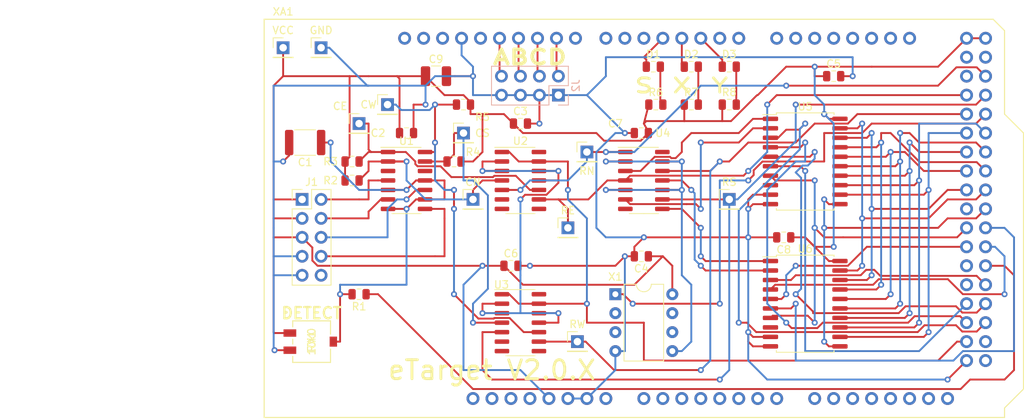
<source format=kicad_pcb>
(kicad_pcb (version 20171130) (host pcbnew "(5.1.5-0-10_14)")

  (general
    (thickness 1.6)
    (drawings 6)
    (tracks 818)
    (zones 0)
    (modules 41)
    (nets 105)
  )

  (page A4)
  (layers
    (0 F.Cu signal)
    (31 B.Cu signal)
    (32 B.Adhes user hide)
    (33 F.Adhes user hide)
    (34 B.Paste user hide)
    (35 F.Paste user hide)
    (36 B.SilkS user hide)
    (37 F.SilkS user)
    (38 B.Mask user hide)
    (39 F.Mask user hide)
    (40 Dwgs.User user hide)
    (41 Cmts.User user hide)
    (42 Eco1.User user hide)
    (43 Eco2.User user hide)
    (44 Edge.Cuts user hide)
    (45 Margin user hide)
    (46 B.CrtYd user hide)
    (47 F.CrtYd user hide)
    (48 B.Fab user hide)
    (49 F.Fab user hide)
  )

  (setup
    (last_trace_width 0.25)
    (user_trace_width 1.27)
    (user_trace_width 2.54)
    (trace_clearance 0.2)
    (zone_clearance 0.508)
    (zone_45_only no)
    (trace_min 0.2)
    (via_size 0.8)
    (via_drill 0.4)
    (via_min_size 0.4)
    (via_min_drill 0.3)
    (uvia_size 0.3)
    (uvia_drill 0.1)
    (uvias_allowed no)
    (uvia_min_size 0.2)
    (uvia_min_drill 0.1)
    (edge_width 0.05)
    (segment_width 0.2)
    (pcb_text_width 0.3)
    (pcb_text_size 1.5 1.5)
    (mod_edge_width 0.12)
    (mod_text_size 1 1)
    (mod_text_width 0.15)
    (pad_size 1.524 1.524)
    (pad_drill 0.762)
    (pad_to_mask_clearance 0.051)
    (solder_mask_min_width 0.25)
    (aux_axis_origin 0 0)
    (visible_elements FFFFFF7F)
    (pcbplotparams
      (layerselection 0x010fc_ffffffff)
      (usegerberextensions false)
      (usegerberattributes false)
      (usegerberadvancedattributes false)
      (creategerberjobfile false)
      (excludeedgelayer true)
      (linewidth 0.100000)
      (plotframeref false)
      (viasonmask false)
      (mode 1)
      (useauxorigin false)
      (hpglpennumber 1)
      (hpglpenspeed 20)
      (hpglpendiameter 15.000000)
      (psnegative false)
      (psa4output false)
      (plotreference true)
      (plotvalue true)
      (plotinvisibletext false)
      (padsonsilk false)
      (subtractmaskfromsilk false)
      (outputformat 1)
      (mirror false)
      (drillshape 1)
      (scaleselection 1)
      (outputdirectory ""))
  )

  (net 0 "")
  (net 1 /V_REFERENCE)
  (net 2 GND)
  (net 3 VCC)
  (net 4 "Net-(D1-Pad1)")
  (net 5 "Net-(D1-Pad2)")
  (net 6 "Net-(D2-Pad2)")
  (net 7 "Net-(D2-Pad1)")
  (net 8 "Net-(D3-Pad2)")
  (net 9 "Net-(D3-Pad1)")
  (net 10 /MIC_NORTH)
  (net 11 /MIC_EAST)
  (net 12 /MIC_SOUTH)
  (net 13 /MIC_WEST)
  (net 14 "Net-(J2-Pad2)")
  (net 15 "Net-(J2-Pad4)")
  (net 16 "Net-(J2-Pad6)")
  (net 17 "Net-(J2-Pad8)")
  (net 18 "Net-(R2-Pad2)")
  (net 19 "Net-(R3-Pad2)")
  (net 20 /VREF)
  (net 21 "Net-(R5-Pad2)")
  (net 22 /RUN_NORTH)
  (net 23 /RUN_EAST)
  (net 24 /RUN_SOUTH)
  (net 25 /RUN_WEST)
  (net 26 /STOP*)
  (net 27 "Net-(U2-Pad11)")
  (net 28 "Net-(U2-Pad8)")
  (net 29 "Net-(U2-Pad6)")
  (net 30 "Net-(U3-Pad6)")
  (net 31 "Net-(U3-Pad8)")
  (net 32 "Net-(U4-Pad10)")
  (net 33 "Net-(U4-Pad3)")
  (net 34 "Net-(U4-Pad6)")
  (net 35 "Net-(U4-Pad8)")
  (net 36 "Net-(U4-Pad11)")
  (net 37 /NORTH_LO*)
  (net 38 /NORTH_HI*)
  (net 39 /EAST_LO*)
  (net 40 /EAST_HI*)
  (net 41 /READ*)
  (net 42 "Net-(U5-Pad8)")
  (net 43 /CLR*)
  (net 44 /D7)
  (net 45 /D6)
  (net 46 /D5)
  (net 47 /D4)
  (net 48 /D3)
  (net 49 /D2)
  (net 50 /D1)
  (net 51 /D0)
  (net 52 "Net-(U6-Pad8)")
  (net 53 /WEST_HI*)
  (net 54 /WEST_LO*)
  (net 55 /SOUTH_HI*)
  (net 56 /SOUTH_LO*)
  (net 57 /V_FB)
  (net 58 "Net-(XA1-PadVIN)")
  (net 59 "Net-(XA1-Pad3V3)")
  (net 60 "Net-(XA1-PadRST1)")
  (net 61 "Net-(XA1-PadIORF)")
  (net 62 "Net-(XA1-PadD21)")
  (net 63 "Net-(XA1-PadD20)")
  (net 64 "Net-(XA1-PadD19)")
  (net 65 "Net-(XA1-PadD18)")
  (net 66 "Net-(XA1-PadD17)")
  (net 67 "Net-(XA1-PadD16)")
  (net 68 "Net-(XA1-PadD15)")
  (net 69 "Net-(XA1-PadD14)")
  (net 70 "Net-(XA1-PadD0)")
  (net 71 "Net-(XA1-PadD1)")
  (net 72 "Net-(XA1-PadD5)")
  (net 73 "Net-(XA1-PadD6)")
  (net 74 "Net-(XA1-PadD7)")
  (net 75 "Net-(XA1-PadD8)")
  (net 76 "Net-(XA1-PadSCL)")
  (net 77 "Net-(XA1-PadSDA)")
  (net 78 "Net-(XA1-PadAREF)")
  (net 79 "Net-(XA1-PadD13)")
  (net 80 "Net-(XA1-PadA1)")
  (net 81 "Net-(XA1-PadA2)")
  (net 82 "Net-(XA1-PadA3)")
  (net 83 "Net-(XA1-PadA4)")
  (net 84 "Net-(XA1-PadA5)")
  (net 85 "Net-(XA1-PadA6)")
  (net 86 "Net-(XA1-PadA7)")
  (net 87 "Net-(XA1-PadA8)")
  (net 88 "Net-(XA1-PadA9)")
  (net 89 "Net-(XA1-PadA10)")
  (net 90 "Net-(XA1-PadA11)")
  (net 91 "Net-(XA1-PadA12)")
  (net 92 "Net-(XA1-PadA13)")
  (net 93 "Net-(XA1-PadA14)")
  (net 94 "Net-(XA1-PadA15)")
  (net 95 "Net-(XA1-PadD22)")
  (net 96 "Net-(XA1-PadD23)")
  (net 97 "Net-(XA1-PadD24)")
  (net 98 /QUIET)
  (net 99 "Net-(XA1-PadD38)")
  (net 100 "Net-(XA1-PadD44)")
  (net 101 "Net-(XA1-PadD46)")
  (net 102 "Net-(XA1-PadD53)")
  (net 103 "Net-(XA1-PadGND6)")
  (net 104 "Net-(R4-Pad2)")

  (net_class Default "This is the default net class."
    (clearance 0.2)
    (trace_width 0.25)
    (via_dia 0.8)
    (via_drill 0.4)
    (uvia_dia 0.3)
    (uvia_drill 0.1)
    (add_net /CLR*)
    (add_net /D0)
    (add_net /D1)
    (add_net /D2)
    (add_net /D3)
    (add_net /D4)
    (add_net /D5)
    (add_net /D6)
    (add_net /D7)
    (add_net /EAST_HI*)
    (add_net /EAST_LO*)
    (add_net /MIC_EAST)
    (add_net /MIC_NORTH)
    (add_net /MIC_SOUTH)
    (add_net /MIC_WEST)
    (add_net /NORTH_HI*)
    (add_net /NORTH_LO*)
    (add_net /QUIET)
    (add_net /READ*)
    (add_net /RUN_EAST)
    (add_net /RUN_NORTH)
    (add_net /RUN_SOUTH)
    (add_net /RUN_WEST)
    (add_net /SOUTH_HI*)
    (add_net /SOUTH_LO*)
    (add_net /STOP*)
    (add_net /VREF)
    (add_net /V_FB)
    (add_net /V_REFERENCE)
    (add_net /WEST_HI*)
    (add_net /WEST_LO*)
    (add_net GND)
    (add_net "Net-(D1-Pad1)")
    (add_net "Net-(D1-Pad2)")
    (add_net "Net-(D2-Pad1)")
    (add_net "Net-(D2-Pad2)")
    (add_net "Net-(D3-Pad1)")
    (add_net "Net-(D3-Pad2)")
    (add_net "Net-(J2-Pad2)")
    (add_net "Net-(J2-Pad4)")
    (add_net "Net-(J2-Pad6)")
    (add_net "Net-(J2-Pad8)")
    (add_net "Net-(R2-Pad2)")
    (add_net "Net-(R3-Pad2)")
    (add_net "Net-(R4-Pad2)")
    (add_net "Net-(R5-Pad2)")
    (add_net "Net-(U2-Pad11)")
    (add_net "Net-(U2-Pad6)")
    (add_net "Net-(U2-Pad8)")
    (add_net "Net-(U3-Pad6)")
    (add_net "Net-(U3-Pad8)")
    (add_net "Net-(U4-Pad10)")
    (add_net "Net-(U4-Pad11)")
    (add_net "Net-(U4-Pad3)")
    (add_net "Net-(U4-Pad6)")
    (add_net "Net-(U4-Pad8)")
    (add_net "Net-(U5-Pad8)")
    (add_net "Net-(U6-Pad8)")
    (add_net "Net-(XA1-Pad3V3)")
    (add_net "Net-(XA1-PadA1)")
    (add_net "Net-(XA1-PadA10)")
    (add_net "Net-(XA1-PadA11)")
    (add_net "Net-(XA1-PadA12)")
    (add_net "Net-(XA1-PadA13)")
    (add_net "Net-(XA1-PadA14)")
    (add_net "Net-(XA1-PadA15)")
    (add_net "Net-(XA1-PadA2)")
    (add_net "Net-(XA1-PadA3)")
    (add_net "Net-(XA1-PadA4)")
    (add_net "Net-(XA1-PadA5)")
    (add_net "Net-(XA1-PadA6)")
    (add_net "Net-(XA1-PadA7)")
    (add_net "Net-(XA1-PadA8)")
    (add_net "Net-(XA1-PadA9)")
    (add_net "Net-(XA1-PadAREF)")
    (add_net "Net-(XA1-PadD0)")
    (add_net "Net-(XA1-PadD1)")
    (add_net "Net-(XA1-PadD13)")
    (add_net "Net-(XA1-PadD14)")
    (add_net "Net-(XA1-PadD15)")
    (add_net "Net-(XA1-PadD16)")
    (add_net "Net-(XA1-PadD17)")
    (add_net "Net-(XA1-PadD18)")
    (add_net "Net-(XA1-PadD19)")
    (add_net "Net-(XA1-PadD20)")
    (add_net "Net-(XA1-PadD21)")
    (add_net "Net-(XA1-PadD22)")
    (add_net "Net-(XA1-PadD23)")
    (add_net "Net-(XA1-PadD24)")
    (add_net "Net-(XA1-PadD38)")
    (add_net "Net-(XA1-PadD44)")
    (add_net "Net-(XA1-PadD46)")
    (add_net "Net-(XA1-PadD5)")
    (add_net "Net-(XA1-PadD53)")
    (add_net "Net-(XA1-PadD6)")
    (add_net "Net-(XA1-PadD7)")
    (add_net "Net-(XA1-PadD8)")
    (add_net "Net-(XA1-PadGND6)")
    (add_net "Net-(XA1-PadIORF)")
    (add_net "Net-(XA1-PadRST1)")
    (add_net "Net-(XA1-PadSCL)")
    (add_net "Net-(XA1-PadSDA)")
    (add_net "Net-(XA1-PadVIN)")
    (add_net VCC)
  )

  (module Arduino:Arduino_Mega2560_Shield_AMB (layer F.Cu) (tedit 5E519D78) (tstamp 5E5B0286)
    (at 116.84 135.89)
    (descr https://store.arduino.cc/arduino-mega-2560-rev3)
    (path /5E539FDE)
    (fp_text reference XA1 (at 2.54 -54.356) (layer F.SilkS)
      (effects (font (size 1 1) (thickness 0.15)))
    )
    (fp_text value Arduino_Mega2560_Shield (at 15.494 -54.356) (layer F.Fab)
      (effects (font (size 1 1) (thickness 0.15)))
    )
    (fp_line (start 9.525 -32.385) (end -6.35 -32.385) (layer B.CrtYd) (width 0.15))
    (fp_line (start 9.525 -43.815) (end -6.35 -43.815) (layer B.CrtYd) (width 0.15))
    (fp_line (start 9.525 -43.815) (end 9.525 -32.385) (layer B.CrtYd) (width 0.15))
    (fp_line (start -6.35 -43.815) (end -6.35 -32.385) (layer B.CrtYd) (width 0.15))
    (fp_text user . (at 62.484 -32.004) (layer F.SilkS)
      (effects (font (size 1 1) (thickness 0.15)))
    )
    (fp_line (start 11.43 -12.065) (end 11.43 -3.175) (layer B.CrtYd) (width 0.15))
    (fp_line (start -1.905 -3.175) (end 11.43 -3.175) (layer B.CrtYd) (width 0.15))
    (fp_line (start -1.905 -12.065) (end -1.905 -3.175) (layer B.CrtYd) (width 0.15))
    (fp_line (start -1.905 -12.065) (end 11.43 -12.065) (layer B.CrtYd) (width 0.15))
    (fp_line (start 0 -53.34) (end 0 0) (layer F.SilkS) (width 0.15))
    (fp_line (start 99.06 -40.64) (end 99.06 -51.816) (layer F.SilkS) (width 0.15))
    (fp_line (start 101.6 -38.1) (end 99.06 -40.64) (layer F.SilkS) (width 0.15))
    (fp_line (start 101.6 -3.81) (end 101.6 -38.1) (layer F.SilkS) (width 0.15))
    (fp_line (start 99.06 -1.27) (end 101.6 -3.81) (layer F.SilkS) (width 0.15))
    (fp_line (start 99.06 0) (end 99.06 -1.27) (layer F.SilkS) (width 0.15))
    (fp_line (start 97.536 -53.34) (end 99.06 -51.816) (layer F.SilkS) (width 0.15))
    (fp_line (start 0 0) (end 99.06 0) (layer F.SilkS) (width 0.15))
    (fp_line (start 0 -53.34) (end 97.536 -53.34) (layer F.SilkS) (width 0.15))
    (pad A0 thru_hole oval (at 50.8 -2.54) (size 1.7272 1.7272) (drill 1.016) (layers *.Cu *.Mask)
      (net 57 /V_FB))
    (pad VIN thru_hole oval (at 45.72 -2.54) (size 1.7272 1.7272) (drill 1.016) (layers *.Cu *.Mask)
      (net 58 "Net-(XA1-PadVIN)"))
    (pad GND3 thru_hole oval (at 43.18 -2.54) (size 1.7272 1.7272) (drill 1.016) (layers *.Cu *.Mask)
      (net 2 GND))
    (pad GND2 thru_hole oval (at 40.64 -2.54) (size 1.7272 1.7272) (drill 1.016) (layers *.Cu *.Mask)
      (net 2 GND))
    (pad 5V1 thru_hole oval (at 38.1 -2.54) (size 1.7272 1.7272) (drill 1.016) (layers *.Cu *.Mask)
      (net 3 VCC))
    (pad 3V3 thru_hole oval (at 35.56 -2.54) (size 1.7272 1.7272) (drill 1.016) (layers *.Cu *.Mask)
      (net 59 "Net-(XA1-Pad3V3)"))
    (pad RST1 thru_hole oval (at 33.02 -2.54) (size 1.7272 1.7272) (drill 1.016) (layers *.Cu *.Mask)
      (net 60 "Net-(XA1-PadRST1)"))
    (pad IORF thru_hole oval (at 30.48 -2.54) (size 1.7272 1.7272) (drill 1.016) (layers *.Cu *.Mask)
      (net 61 "Net-(XA1-PadIORF)"))
    (pad D21 thru_hole oval (at 86.36 -50.8) (size 1.7272 1.7272) (drill 1.016) (layers *.Cu *.Mask)
      (net 62 "Net-(XA1-PadD21)"))
    (pad D20 thru_hole oval (at 83.82 -50.8) (size 1.7272 1.7272) (drill 1.016) (layers *.Cu *.Mask)
      (net 63 "Net-(XA1-PadD20)"))
    (pad D19 thru_hole oval (at 81.28 -50.8) (size 1.7272 1.7272) (drill 1.016) (layers *.Cu *.Mask)
      (net 64 "Net-(XA1-PadD19)"))
    (pad D18 thru_hole oval (at 78.74 -50.8) (size 1.7272 1.7272) (drill 1.016) (layers *.Cu *.Mask)
      (net 65 "Net-(XA1-PadD18)"))
    (pad D17 thru_hole oval (at 76.2 -50.8) (size 1.7272 1.7272) (drill 1.016) (layers *.Cu *.Mask)
      (net 66 "Net-(XA1-PadD17)"))
    (pad D16 thru_hole oval (at 73.66 -50.8) (size 1.7272 1.7272) (drill 1.016) (layers *.Cu *.Mask)
      (net 67 "Net-(XA1-PadD16)"))
    (pad D15 thru_hole oval (at 71.12 -50.8) (size 1.7272 1.7272) (drill 1.016) (layers *.Cu *.Mask)
      (net 68 "Net-(XA1-PadD15)"))
    (pad D14 thru_hole oval (at 68.58 -50.8) (size 1.7272 1.7272) (drill 1.016) (layers *.Cu *.Mask)
      (net 69 "Net-(XA1-PadD14)"))
    (pad D0 thru_hole oval (at 63.5 -50.8) (size 1.7272 1.7272) (drill 1.016) (layers *.Cu *.Mask)
      (net 70 "Net-(XA1-PadD0)"))
    (pad D1 thru_hole oval (at 60.96 -50.8) (size 1.7272 1.7272) (drill 1.016) (layers *.Cu *.Mask)
      (net 71 "Net-(XA1-PadD1)"))
    (pad D2 thru_hole oval (at 58.42 -50.8) (size 1.7272 1.7272) (drill 1.016) (layers *.Cu *.Mask)
      (net 9 "Net-(D3-Pad1)"))
    (pad D3 thru_hole oval (at 55.88 -50.8) (size 1.7272 1.7272) (drill 1.016) (layers *.Cu *.Mask)
      (net 7 "Net-(D2-Pad1)"))
    (pad D4 thru_hole oval (at 53.34 -50.8) (size 1.7272 1.7272) (drill 1.016) (layers *.Cu *.Mask)
      (net 4 "Net-(D1-Pad1)"))
    (pad D5 thru_hole oval (at 50.8 -50.8) (size 1.7272 1.7272) (drill 1.016) (layers *.Cu *.Mask)
      (net 72 "Net-(XA1-PadD5)"))
    (pad D6 thru_hole oval (at 48.26 -50.8) (size 1.7272 1.7272) (drill 1.016) (layers *.Cu *.Mask)
      (net 73 "Net-(XA1-PadD6)"))
    (pad D7 thru_hole oval (at 45.72 -50.8) (size 1.7272 1.7272) (drill 1.016) (layers *.Cu *.Mask)
      (net 74 "Net-(XA1-PadD7)"))
    (pad GND1 thru_hole oval (at 26.416 -50.8) (size 1.7272 1.7272) (drill 1.016) (layers *.Cu *.Mask)
      (net 2 GND))
    (pad D8 thru_hole oval (at 41.656 -50.8) (size 1.7272 1.7272) (drill 1.016) (layers *.Cu *.Mask)
      (net 75 "Net-(XA1-PadD8)"))
    (pad D9 thru_hole oval (at 39.116 -50.8) (size 1.7272 1.7272) (drill 1.016) (layers *.Cu *.Mask)
      (net 14 "Net-(J2-Pad2)"))
    (pad D10 thru_hole oval (at 36.576 -50.8) (size 1.7272 1.7272) (drill 1.016) (layers *.Cu *.Mask)
      (net 15 "Net-(J2-Pad4)"))
    (pad "" np_thru_hole circle (at 90.17 -50.8) (size 3.2 3.2) (drill 3.2) (layers *.Cu *.Mask))
    (pad "" np_thru_hole circle (at 15.24 -50.8) (size 3.2 3.2) (drill 3.2) (layers *.Cu *.Mask))
    (pad "" np_thru_hole circle (at 96.52 -2.54) (size 3.2 3.2) (drill 3.2) (layers *.Cu *.Mask))
    (pad "" np_thru_hole circle (at 13.97 -2.54) (size 3.2 3.2) (drill 3.2) (layers *.Cu *.Mask))
    (pad SCL thru_hole oval (at 18.796 -50.8) (size 1.7272 1.7272) (drill 1.016) (layers *.Cu *.Mask)
      (net 76 "Net-(XA1-PadSCL)"))
    (pad SDA thru_hole oval (at 21.336 -50.8) (size 1.7272 1.7272) (drill 1.016) (layers *.Cu *.Mask)
      (net 77 "Net-(XA1-PadSDA)"))
    (pad AREF thru_hole oval (at 23.876 -50.8) (size 1.7272 1.7272) (drill 1.016) (layers *.Cu *.Mask)
      (net 78 "Net-(XA1-PadAREF)"))
    (pad D13 thru_hole oval (at 28.956 -50.8) (size 1.7272 1.7272) (drill 1.016) (layers *.Cu *.Mask)
      (net 79 "Net-(XA1-PadD13)"))
    (pad D12 thru_hole oval (at 31.496 -50.8) (size 1.7272 1.7272) (drill 1.016) (layers *.Cu *.Mask)
      (net 17 "Net-(J2-Pad8)"))
    (pad D11 thru_hole oval (at 34.036 -50.8) (size 1.7272 1.7272) (drill 1.016) (layers *.Cu *.Mask)
      (net 16 "Net-(J2-Pad6)"))
    (pad "" thru_hole oval (at 27.94 -2.54) (size 1.7272 1.7272) (drill 1.016) (layers *.Cu *.Mask))
    (pad A1 thru_hole oval (at 53.34 -2.54) (size 1.7272 1.7272) (drill 1.016) (layers *.Cu *.Mask)
      (net 80 "Net-(XA1-PadA1)"))
    (pad A2 thru_hole oval (at 55.88 -2.54) (size 1.7272 1.7272) (drill 1.016) (layers *.Cu *.Mask)
      (net 81 "Net-(XA1-PadA2)"))
    (pad A3 thru_hole oval (at 58.42 -2.54) (size 1.7272 1.7272) (drill 1.016) (layers *.Cu *.Mask)
      (net 82 "Net-(XA1-PadA3)"))
    (pad A4 thru_hole oval (at 60.96 -2.54) (size 1.7272 1.7272) (drill 1.016) (layers *.Cu *.Mask)
      (net 83 "Net-(XA1-PadA4)"))
    (pad A5 thru_hole oval (at 63.5 -2.54) (size 1.7272 1.7272) (drill 1.016) (layers *.Cu *.Mask)
      (net 84 "Net-(XA1-PadA5)"))
    (pad A6 thru_hole oval (at 66.04 -2.54) (size 1.7272 1.7272) (drill 1.016) (layers *.Cu *.Mask)
      (net 85 "Net-(XA1-PadA6)"))
    (pad A7 thru_hole oval (at 68.58 -2.54) (size 1.7272 1.7272) (drill 1.016) (layers *.Cu *.Mask)
      (net 86 "Net-(XA1-PadA7)"))
    (pad A8 thru_hole oval (at 73.66 -2.54) (size 1.7272 1.7272) (drill 1.016) (layers *.Cu *.Mask)
      (net 87 "Net-(XA1-PadA8)"))
    (pad A9 thru_hole oval (at 76.2 -2.54) (size 1.7272 1.7272) (drill 1.016) (layers *.Cu *.Mask)
      (net 88 "Net-(XA1-PadA9)"))
    (pad A10 thru_hole oval (at 78.74 -2.54) (size 1.7272 1.7272) (drill 1.016) (layers *.Cu *.Mask)
      (net 89 "Net-(XA1-PadA10)"))
    (pad A11 thru_hole oval (at 81.28 -2.54) (size 1.7272 1.7272) (drill 1.016) (layers *.Cu *.Mask)
      (net 90 "Net-(XA1-PadA11)"))
    (pad A12 thru_hole oval (at 83.82 -2.54) (size 1.7272 1.7272) (drill 1.016) (layers *.Cu *.Mask)
      (net 91 "Net-(XA1-PadA12)"))
    (pad A13 thru_hole oval (at 86.36 -2.54) (size 1.7272 1.7272) (drill 1.016) (layers *.Cu *.Mask)
      (net 92 "Net-(XA1-PadA13)"))
    (pad A14 thru_hole oval (at 88.9 -2.54) (size 1.7272 1.7272) (drill 1.016) (layers *.Cu *.Mask)
      (net 93 "Net-(XA1-PadA14)"))
    (pad A15 thru_hole oval (at 91.44 -2.54) (size 1.7272 1.7272) (drill 1.016) (layers *.Cu *.Mask)
      (net 94 "Net-(XA1-PadA15)"))
    (pad 5V3 thru_hole oval (at 93.98 -50.8) (size 1.7272 1.7272) (drill 1.016) (layers *.Cu *.Mask)
      (net 3 VCC))
    (pad 5V4 thru_hole oval (at 96.52 -50.8) (size 1.7272 1.7272) (drill 1.016) (layers *.Cu *.Mask)
      (net 3 VCC))
    (pad D22 thru_hole oval (at 93.98 -48.26) (size 1.7272 1.7272) (drill 1.016) (layers *.Cu *.Mask)
      (net 95 "Net-(XA1-PadD22)"))
    (pad D23 thru_hole oval (at 96.52 -48.26) (size 1.7272 1.7272) (drill 1.016) (layers *.Cu *.Mask)
      (net 96 "Net-(XA1-PadD23)"))
    (pad D24 thru_hole oval (at 93.98 -45.72) (size 1.7272 1.7272) (drill 1.016) (layers *.Cu *.Mask)
      (net 97 "Net-(XA1-PadD24)"))
    (pad D25 thru_hole oval (at 96.52 -45.72) (size 1.7272 1.7272) (drill 1.016) (layers *.Cu *.Mask)
      (net 22 /RUN_NORTH))
    (pad D26 thru_hole oval (at 93.98 -43.18) (size 1.7272 1.7272) (drill 1.016) (layers *.Cu *.Mask)
      (net 23 /RUN_EAST))
    (pad D27 thru_hole oval (at 96.52 -43.18) (size 1.7272 1.7272) (drill 1.016) (layers *.Cu *.Mask)
      (net 24 /RUN_SOUTH))
    (pad D28 thru_hole oval (at 93.98 -40.64) (size 1.7272 1.7272) (drill 1.016) (layers *.Cu *.Mask)
      (net 25 /RUN_WEST))
    (pad D29 thru_hole oval (at 96.52 -40.64) (size 1.7272 1.7272) (drill 1.016) (layers *.Cu *.Mask)
      (net 98 /QUIET))
    (pad D30 thru_hole oval (at 93.98 -38.1) (size 1.7272 1.7272) (drill 1.016) (layers *.Cu *.Mask)
      (net 44 /D7))
    (pad D31 thru_hole oval (at 96.52 -38.1) (size 1.7272 1.7272) (drill 1.016) (layers *.Cu *.Mask)
      (net 45 /D6))
    (pad D32 thru_hole oval (at 93.98 -35.56) (size 1.7272 1.7272) (drill 1.016) (layers *.Cu *.Mask)
      (net 46 /D5))
    (pad D33 thru_hole oval (at 96.52 -35.56) (size 1.7272 1.7272) (drill 1.016) (layers *.Cu *.Mask)
      (net 47 /D4))
    (pad D34 thru_hole oval (at 93.98 -33.02) (size 1.7272 1.7272) (drill 1.016) (layers *.Cu *.Mask)
      (net 48 /D3))
    (pad D35 thru_hole oval (at 96.52 -33.02) (size 1.7272 1.7272) (drill 1.016) (layers *.Cu *.Mask)
      (net 49 /D2))
    (pad D36 thru_hole oval (at 93.98 -30.48) (size 1.7272 1.7272) (drill 1.016) (layers *.Cu *.Mask)
      (net 50 /D1))
    (pad D37 thru_hole oval (at 96.52 -30.48) (size 1.7272 1.7272) (drill 1.016) (layers *.Cu *.Mask)
      (net 51 /D0))
    (pad D38 thru_hole oval (at 93.98 -27.94) (size 1.7272 1.7272) (drill 1.016) (layers *.Cu *.Mask)
      (net 99 "Net-(XA1-PadD38)"))
    (pad D39 thru_hole oval (at 96.52 -27.94) (size 1.7272 1.7272) (drill 1.016) (layers *.Cu *.Mask)
      (net 43 /CLR*))
    (pad D40 thru_hole oval (at 93.98 -25.4) (size 1.7272 1.7272) (drill 1.016) (layers *.Cu *.Mask)
      (net 41 /READ*))
    (pad D41 thru_hole oval (at 96.52 -25.4) (size 1.7272 1.7272) (drill 1.016) (layers *.Cu *.Mask)
      (net 53 /WEST_HI*))
    (pad D42 thru_hole oval (at 93.98 -22.86) (size 1.7272 1.7272) (drill 1.016) (layers *.Cu *.Mask)
      (net 54 /WEST_LO*))
    (pad D43 thru_hole oval (at 96.52 -22.86) (size 1.7272 1.7272) (drill 1.016) (layers *.Cu *.Mask)
      (net 55 /SOUTH_HI*))
    (pad D44 thru_hole oval (at 93.98 -20.32) (size 1.7272 1.7272) (drill 1.016) (layers *.Cu *.Mask)
      (net 100 "Net-(XA1-PadD44)"))
    (pad D45 thru_hole oval (at 96.52 -20.32) (size 1.7272 1.7272) (drill 1.016) (layers *.Cu *.Mask)
      (net 20 /VREF))
    (pad D46 thru_hole oval (at 93.98 -17.78) (size 1.7272 1.7272) (drill 1.016) (layers *.Cu *.Mask)
      (net 101 "Net-(XA1-PadD46)"))
    (pad D47 thru_hole oval (at 96.52 -17.78) (size 1.7272 1.7272) (drill 1.016) (layers *.Cu *.Mask)
      (net 56 /SOUTH_LO*))
    (pad D48 thru_hole oval (at 93.98 -15.24) (size 1.7272 1.7272) (drill 1.016) (layers *.Cu *.Mask)
      (net 40 /EAST_HI*))
    (pad D49 thru_hole oval (at 96.52 -15.24) (size 1.7272 1.7272) (drill 1.016) (layers *.Cu *.Mask)
      (net 39 /EAST_LO*))
    (pad D50 thru_hole oval (at 93.98 -12.7) (size 1.7272 1.7272) (drill 1.016) (layers *.Cu *.Mask)
      (net 38 /NORTH_HI*))
    (pad D51 thru_hole oval (at 96.52 -12.7) (size 1.7272 1.7272) (drill 1.016) (layers *.Cu *.Mask)
      (net 37 /NORTH_LO*))
    (pad D52 thru_hole oval (at 93.98 -10.16) (size 1.7272 1.7272) (drill 1.016) (layers *.Cu *.Mask)
      (net 26 /STOP*))
    (pad D53 thru_hole oval (at 96.52 -10.16) (size 1.7272 1.7272) (drill 1.016) (layers *.Cu *.Mask)
      (net 102 "Net-(XA1-PadD53)"))
    (pad GND5 thru_hole oval (at 93.98 -7.62) (size 1.7272 1.7272) (drill 1.016) (layers *.Cu *.Mask)
      (net 2 GND))
    (pad GND6 thru_hole oval (at 96.52 -7.62) (size 1.7272 1.7272) (drill 1.016) (layers *.Cu *.Mask)
      (net 103 "Net-(XA1-PadGND6)"))
  )

  (module Package_SO:SOIC-20W_7.5x12.8mm_P1.27mm (layer F.Cu) (tedit 5D9F72B1) (tstamp 5E5B01CF)
    (at 189.23 101.6)
    (descr "SOIC, 20 Pin (JEDEC MS-013AC, https://www.analog.com/media/en/package-pcb-resources/package/233848rw_20.pdf), generated with kicad-footprint-generator ipc_gullwing_generator.py")
    (tags "SOIC SO")
    (path /5E4DBC95)
    (attr smd)
    (fp_text reference U5 (at 0 -7.35) (layer F.SilkS)
      (effects (font (size 1 1) (thickness 0.15)))
    )
    (fp_text value 74LV8154 (at 0 7.35) (layer F.Fab)
      (effects (font (size 1 1) (thickness 0.15)))
    )
    (fp_line (start 0 6.51) (end 3.86 6.51) (layer F.SilkS) (width 0.12))
    (fp_line (start 3.86 6.51) (end 3.86 6.275) (layer F.SilkS) (width 0.12))
    (fp_line (start 0 6.51) (end -3.86 6.51) (layer F.SilkS) (width 0.12))
    (fp_line (start -3.86 6.51) (end -3.86 6.275) (layer F.SilkS) (width 0.12))
    (fp_line (start 0 -6.51) (end 3.86 -6.51) (layer F.SilkS) (width 0.12))
    (fp_line (start 3.86 -6.51) (end 3.86 -6.275) (layer F.SilkS) (width 0.12))
    (fp_line (start 0 -6.51) (end -3.86 -6.51) (layer F.SilkS) (width 0.12))
    (fp_line (start -3.86 -6.51) (end -3.86 -6.275) (layer F.SilkS) (width 0.12))
    (fp_line (start -3.86 -6.275) (end -5.675 -6.275) (layer F.SilkS) (width 0.12))
    (fp_line (start -2.75 -6.4) (end 3.75 -6.4) (layer F.Fab) (width 0.1))
    (fp_line (start 3.75 -6.4) (end 3.75 6.4) (layer F.Fab) (width 0.1))
    (fp_line (start 3.75 6.4) (end -3.75 6.4) (layer F.Fab) (width 0.1))
    (fp_line (start -3.75 6.4) (end -3.75 -5.4) (layer F.Fab) (width 0.1))
    (fp_line (start -3.75 -5.4) (end -2.75 -6.4) (layer F.Fab) (width 0.1))
    (fp_line (start -5.93 -6.65) (end -5.93 6.65) (layer F.CrtYd) (width 0.05))
    (fp_line (start -5.93 6.65) (end 5.93 6.65) (layer F.CrtYd) (width 0.05))
    (fp_line (start 5.93 6.65) (end 5.93 -6.65) (layer F.CrtYd) (width 0.05))
    (fp_line (start 5.93 -6.65) (end -5.93 -6.65) (layer F.CrtYd) (width 0.05))
    (fp_text user %R (at 0 0) (layer F.Fab)
      (effects (font (size 1 1) (thickness 0.15)))
    )
    (pad 1 smd roundrect (at -4.65 -5.715) (size 2.05 0.6) (layers F.Cu F.Paste F.Mask) (roundrect_rratio 0.25)
      (net 33 "Net-(U4-Pad3)"))
    (pad 2 smd roundrect (at -4.65 -4.445) (size 2.05 0.6) (layers F.Cu F.Paste F.Mask) (roundrect_rratio 0.25)
      (net 34 "Net-(U4-Pad6)"))
    (pad 3 smd roundrect (at -4.65 -3.175) (size 2.05 0.6) (layers F.Cu F.Paste F.Mask) (roundrect_rratio 0.25)
      (net 37 /NORTH_LO*))
    (pad 4 smd roundrect (at -4.65 -1.905) (size 2.05 0.6) (layers F.Cu F.Paste F.Mask) (roundrect_rratio 0.25)
      (net 38 /NORTH_HI*))
    (pad 5 smd roundrect (at -4.65 -0.635) (size 2.05 0.6) (layers F.Cu F.Paste F.Mask) (roundrect_rratio 0.25)
      (net 39 /EAST_LO*))
    (pad 6 smd roundrect (at -4.65 0.635) (size 2.05 0.6) (layers F.Cu F.Paste F.Mask) (roundrect_rratio 0.25)
      (net 40 /EAST_HI*))
    (pad 7 smd roundrect (at -4.65 1.905) (size 2.05 0.6) (layers F.Cu F.Paste F.Mask) (roundrect_rratio 0.25)
      (net 41 /READ*))
    (pad 8 smd roundrect (at -4.65 3.175) (size 2.05 0.6) (layers F.Cu F.Paste F.Mask) (roundrect_rratio 0.25)
      (net 42 "Net-(U5-Pad8)"))
    (pad 9 smd roundrect (at -4.65 4.445) (size 2.05 0.6) (layers F.Cu F.Paste F.Mask) (roundrect_rratio 0.25)
      (net 2 GND))
    (pad 10 smd roundrect (at -4.65 5.715) (size 2.05 0.6) (layers F.Cu F.Paste F.Mask) (roundrect_rratio 0.25)
      (net 2 GND))
    (pad 11 smd roundrect (at 4.65 5.715) (size 2.05 0.6) (layers F.Cu F.Paste F.Mask) (roundrect_rratio 0.25)
      (net 43 /CLR*))
    (pad 12 smd roundrect (at 4.65 4.445) (size 2.05 0.6) (layers F.Cu F.Paste F.Mask) (roundrect_rratio 0.25)
      (net 44 /D7))
    (pad 13 smd roundrect (at 4.65 3.175) (size 2.05 0.6) (layers F.Cu F.Paste F.Mask) (roundrect_rratio 0.25)
      (net 45 /D6))
    (pad 14 smd roundrect (at 4.65 1.905) (size 2.05 0.6) (layers F.Cu F.Paste F.Mask) (roundrect_rratio 0.25)
      (net 46 /D5))
    (pad 15 smd roundrect (at 4.65 0.635) (size 2.05 0.6) (layers F.Cu F.Paste F.Mask) (roundrect_rratio 0.25)
      (net 47 /D4))
    (pad 16 smd roundrect (at 4.65 -0.635) (size 2.05 0.6) (layers F.Cu F.Paste F.Mask) (roundrect_rratio 0.25)
      (net 48 /D3))
    (pad 17 smd roundrect (at 4.65 -1.905) (size 2.05 0.6) (layers F.Cu F.Paste F.Mask) (roundrect_rratio 0.25)
      (net 49 /D2))
    (pad 18 smd roundrect (at 4.65 -3.175) (size 2.05 0.6) (layers F.Cu F.Paste F.Mask) (roundrect_rratio 0.25)
      (net 50 /D1))
    (pad 19 smd roundrect (at 4.65 -4.445) (size 2.05 0.6) (layers F.Cu F.Paste F.Mask) (roundrect_rratio 0.25)
      (net 51 /D0))
    (pad 20 smd roundrect (at 4.65 -5.715) (size 2.05 0.6) (layers F.Cu F.Paste F.Mask) (roundrect_rratio 0.25)
      (net 3 VCC))
    (model ${KISYS3DMOD}/Package_SO.3dshapes/SOIC-20W_7.5x12.8mm_P1.27mm.wrl
      (at (xyz 0 0 0))
      (scale (xyz 1 1 1))
      (rotate (xyz 0 0 0))
    )
  )

  (module Resistor_SMD:R_1812_4532Metric (layer F.Cu) (tedit 5B301BBD) (tstamp 5E5AFE6B)
    (at 122.3225 99.06 180)
    (descr "Resistor SMD 1812 (4532 Metric), square (rectangular) end terminal, IPC_7351 nominal, (Body size source: https://www.nikhef.nl/pub/departments/mt/projects/detectorR_D/dtddice/ERJ2G.pdf), generated with kicad-footprint-generator")
    (tags resistor)
    (path /5F35C88C)
    (attr smd)
    (fp_text reference C1 (at 0 -2.65) (layer F.SilkS)
      (effects (font (size 1 1) (thickness 0.15)))
    )
    (fp_text value CP (at 0 2.65) (layer F.Fab)
      (effects (font (size 1 1) (thickness 0.15)))
    )
    (fp_line (start -2.25 1.6) (end -2.25 -1.6) (layer F.Fab) (width 0.1))
    (fp_line (start -2.25 -1.6) (end 2.25 -1.6) (layer F.Fab) (width 0.1))
    (fp_line (start 2.25 -1.6) (end 2.25 1.6) (layer F.Fab) (width 0.1))
    (fp_line (start 2.25 1.6) (end -2.25 1.6) (layer F.Fab) (width 0.1))
    (fp_line (start -1.386252 -1.71) (end 1.386252 -1.71) (layer F.SilkS) (width 0.12))
    (fp_line (start -1.386252 1.71) (end 1.386252 1.71) (layer F.SilkS) (width 0.12))
    (fp_line (start -2.95 1.95) (end -2.95 -1.95) (layer F.CrtYd) (width 0.05))
    (fp_line (start -2.95 -1.95) (end 2.95 -1.95) (layer F.CrtYd) (width 0.05))
    (fp_line (start 2.95 -1.95) (end 2.95 1.95) (layer F.CrtYd) (width 0.05))
    (fp_line (start 2.95 1.95) (end -2.95 1.95) (layer F.CrtYd) (width 0.05))
    (fp_text user %R (at 39.724999 18.244999) (layer F.Fab)
      (effects (font (size 1 1) (thickness 0.15)))
    )
    (pad 1 smd roundrect (at -2.1375 0 180) (size 1.125 3.4) (layers F.Cu F.Paste F.Mask) (roundrect_rratio 0.222222)
      (net 1 /V_REFERENCE))
    (pad 2 smd roundrect (at 2.1375 0 180) (size 1.125 3.4) (layers F.Cu F.Paste F.Mask) (roundrect_rratio 0.222222)
      (net 2 GND))
    (model ${KISYS3DMOD}/Resistor_SMD.3dshapes/R_1812_4532Metric.wrl
      (at (xyz 0 0 0))
      (scale (xyz 1 1 1))
      (rotate (xyz 0 0 0))
    )
  )

  (module Resistor_SMD:R_0805_2012Metric (layer F.Cu) (tedit 5B36C52B) (tstamp 5E5AFE7C)
    (at 135.89 97.79)
    (descr "Resistor SMD 0805 (2012 Metric), square (rectangular) end terminal, IPC_7351 nominal, (Body size source: https://docs.google.com/spreadsheets/d/1BsfQQcO9C6DZCsRaXUlFlo91Tg2WpOkGARC1WS5S8t0/edit?usp=sharing), generated with kicad-footprint-generator")
    (tags resistor)
    (path /5E60D561)
    (attr smd)
    (fp_text reference C2 (at -3.81 0) (layer F.SilkS)
      (effects (font (size 1 1) (thickness 0.15)))
    )
    (fp_text value 0u1 (at 0 1.65) (layer F.Fab)
      (effects (font (size 1 1) (thickness 0.15)))
    )
    (fp_line (start -1 0.6) (end -1 -0.6) (layer F.Fab) (width 0.1))
    (fp_line (start -1 -0.6) (end 1 -0.6) (layer F.Fab) (width 0.1))
    (fp_line (start 1 -0.6) (end 1 0.6) (layer F.Fab) (width 0.1))
    (fp_line (start 1 0.6) (end -1 0.6) (layer F.Fab) (width 0.1))
    (fp_line (start -0.258578 -0.71) (end 0.258578 -0.71) (layer F.SilkS) (width 0.12))
    (fp_line (start -0.258578 0.71) (end 0.258578 0.71) (layer F.SilkS) (width 0.12))
    (fp_line (start -1.68 0.95) (end -1.68 -0.95) (layer F.CrtYd) (width 0.05))
    (fp_line (start -1.68 -0.95) (end 1.68 -0.95) (layer F.CrtYd) (width 0.05))
    (fp_line (start 1.68 -0.95) (end 1.68 0.95) (layer F.CrtYd) (width 0.05))
    (fp_line (start 1.68 0.95) (end -1.68 0.95) (layer F.CrtYd) (width 0.05))
    (fp_text user %R (at 2.404999 4.094999) (layer F.Fab)
      (effects (font (size 0.5 0.5) (thickness 0.08)))
    )
    (pad 1 smd roundrect (at -0.9375 0) (size 0.975 1.4) (layers F.Cu F.Paste F.Mask) (roundrect_rratio 0.25)
      (net 3 VCC))
    (pad 2 smd roundrect (at 0.9375 0) (size 0.975 1.4) (layers F.Cu F.Paste F.Mask) (roundrect_rratio 0.25)
      (net 2 GND))
    (model ${KISYS3DMOD}/Resistor_SMD.3dshapes/R_0805_2012Metric.wrl
      (at (xyz 0 0 0))
      (scale (xyz 1 1 1))
      (rotate (xyz 0 0 0))
    )
  )

  (module Resistor_SMD:R_0805_2012Metric (layer F.Cu) (tedit 5B36C52B) (tstamp 5E5AFE8D)
    (at 151.13 96.52)
    (descr "Resistor SMD 0805 (2012 Metric), square (rectangular) end terminal, IPC_7351 nominal, (Body size source: https://docs.google.com/spreadsheets/d/1BsfQQcO9C6DZCsRaXUlFlo91Tg2WpOkGARC1WS5S8t0/edit?usp=sharing), generated with kicad-footprint-generator")
    (tags resistor)
    (path /5E6DAD19)
    (attr smd)
    (fp_text reference C3 (at 0 -1.65) (layer F.SilkS)
      (effects (font (size 1 1) (thickness 0.15)))
    )
    (fp_text value 0u1 (at 0 1.65) (layer F.Fab)
      (effects (font (size 1 1) (thickness 0.15)))
    )
    (fp_text user %R (at 0.424999 5.324999) (layer F.Fab)
      (effects (font (size 0.5 0.5) (thickness 0.08)))
    )
    (fp_line (start 1.68 0.95) (end -1.68 0.95) (layer F.CrtYd) (width 0.05))
    (fp_line (start 1.68 -0.95) (end 1.68 0.95) (layer F.CrtYd) (width 0.05))
    (fp_line (start -1.68 -0.95) (end 1.68 -0.95) (layer F.CrtYd) (width 0.05))
    (fp_line (start -1.68 0.95) (end -1.68 -0.95) (layer F.CrtYd) (width 0.05))
    (fp_line (start -0.258578 0.71) (end 0.258578 0.71) (layer F.SilkS) (width 0.12))
    (fp_line (start -0.258578 -0.71) (end 0.258578 -0.71) (layer F.SilkS) (width 0.12))
    (fp_line (start 1 0.6) (end -1 0.6) (layer F.Fab) (width 0.1))
    (fp_line (start 1 -0.6) (end 1 0.6) (layer F.Fab) (width 0.1))
    (fp_line (start -1 -0.6) (end 1 -0.6) (layer F.Fab) (width 0.1))
    (fp_line (start -1 0.6) (end -1 -0.6) (layer F.Fab) (width 0.1))
    (pad 2 smd roundrect (at 0.9375 0) (size 0.975 1.4) (layers F.Cu F.Paste F.Mask) (roundrect_rratio 0.25)
      (net 2 GND))
    (pad 1 smd roundrect (at -0.9375 0) (size 0.975 1.4) (layers F.Cu F.Paste F.Mask) (roundrect_rratio 0.25)
      (net 3 VCC))
    (model ${KISYS3DMOD}/Resistor_SMD.3dshapes/R_0805_2012Metric.wrl
      (at (xyz 0 0 0))
      (scale (xyz 1 1 1))
      (rotate (xyz 0 0 0))
    )
  )

  (module Resistor_SMD:R_0805_2012Metric (layer F.Cu) (tedit 5B36C52B) (tstamp 5E5AFE9E)
    (at 167.3075 114.3 180)
    (descr "Resistor SMD 0805 (2012 Metric), square (rectangular) end terminal, IPC_7351 nominal, (Body size source: https://docs.google.com/spreadsheets/d/1BsfQQcO9C6DZCsRaXUlFlo91Tg2WpOkGARC1WS5S8t0/edit?usp=sharing), generated with kicad-footprint-generator")
    (tags resistor)
    (path /5E6DC213)
    (attr smd)
    (fp_text reference C4 (at 0 -1.65) (layer F.SilkS)
      (effects (font (size 1 1) (thickness 0.15)))
    )
    (fp_text value 0u1 (at 0 1.65) (layer F.Fab)
      (effects (font (size 1 1) (thickness 0.15)))
    )
    (fp_line (start -1 0.6) (end -1 -0.6) (layer F.Fab) (width 0.1))
    (fp_line (start -1 -0.6) (end 1 -0.6) (layer F.Fab) (width 0.1))
    (fp_line (start 1 -0.6) (end 1 0.6) (layer F.Fab) (width 0.1))
    (fp_line (start 1 0.6) (end -1 0.6) (layer F.Fab) (width 0.1))
    (fp_line (start -0.258578 -0.71) (end 0.258578 -0.71) (layer F.SilkS) (width 0.12))
    (fp_line (start -0.258578 0.71) (end 0.258578 0.71) (layer F.SilkS) (width 0.12))
    (fp_line (start -1.68 0.95) (end -1.68 -0.95) (layer F.CrtYd) (width 0.05))
    (fp_line (start -1.68 -0.95) (end 1.68 -0.95) (layer F.CrtYd) (width 0.05))
    (fp_line (start 1.68 -0.95) (end 1.68 0.95) (layer F.CrtYd) (width 0.05))
    (fp_line (start 1.68 0.95) (end -1.68 0.95) (layer F.CrtYd) (width 0.05))
    (fp_text user %R (at 7.724999 1.634999) (layer F.Fab)
      (effects (font (size 0.5 0.5) (thickness 0.08)))
    )
    (pad 1 smd roundrect (at -0.9375 0 180) (size 0.975 1.4) (layers F.Cu F.Paste F.Mask) (roundrect_rratio 0.25)
      (net 3 VCC))
    (pad 2 smd roundrect (at 0.9375 0 180) (size 0.975 1.4) (layers F.Cu F.Paste F.Mask) (roundrect_rratio 0.25)
      (net 2 GND))
    (model ${KISYS3DMOD}/Resistor_SMD.3dshapes/R_0805_2012Metric.wrl
      (at (xyz 0 0 0))
      (scale (xyz 1 1 1))
      (rotate (xyz 0 0 0))
    )
  )

  (module Resistor_SMD:R_0805_2012Metric (layer F.Cu) (tedit 5B36C52B) (tstamp 5E5AFEAF)
    (at 193.04 90.17)
    (descr "Resistor SMD 0805 (2012 Metric), square (rectangular) end terminal, IPC_7351 nominal, (Body size source: https://docs.google.com/spreadsheets/d/1BsfQQcO9C6DZCsRaXUlFlo91Tg2WpOkGARC1WS5S8t0/edit?usp=sharing), generated with kicad-footprint-generator")
    (tags resistor)
    (path /5E6DD266)
    (attr smd)
    (fp_text reference C5 (at 0 -1.65) (layer F.SilkS)
      (effects (font (size 1 1) (thickness 0.15)))
    )
    (fp_text value 0u1 (at 0 1.65) (layer F.Fab)
      (effects (font (size 1 1) (thickness 0.15)))
    )
    (fp_text user %R (at 0 0) (layer F.Fab)
      (effects (font (size 0.5 0.5) (thickness 0.08)))
    )
    (fp_line (start 1.68 0.95) (end -1.68 0.95) (layer F.CrtYd) (width 0.05))
    (fp_line (start 1.68 -0.95) (end 1.68 0.95) (layer F.CrtYd) (width 0.05))
    (fp_line (start -1.68 -0.95) (end 1.68 -0.95) (layer F.CrtYd) (width 0.05))
    (fp_line (start -1.68 0.95) (end -1.68 -0.95) (layer F.CrtYd) (width 0.05))
    (fp_line (start -0.258578 0.71) (end 0.258578 0.71) (layer F.SilkS) (width 0.12))
    (fp_line (start -0.258578 -0.71) (end 0.258578 -0.71) (layer F.SilkS) (width 0.12))
    (fp_line (start 1 0.6) (end -1 0.6) (layer F.Fab) (width 0.1))
    (fp_line (start 1 -0.6) (end 1 0.6) (layer F.Fab) (width 0.1))
    (fp_line (start -1 -0.6) (end 1 -0.6) (layer F.Fab) (width 0.1))
    (fp_line (start -1 0.6) (end -1 -0.6) (layer F.Fab) (width 0.1))
    (pad 2 smd roundrect (at 0.9375 0) (size 0.975 1.4) (layers F.Cu F.Paste F.Mask) (roundrect_rratio 0.25)
      (net 2 GND))
    (pad 1 smd roundrect (at -0.9375 0) (size 0.975 1.4) (layers F.Cu F.Paste F.Mask) (roundrect_rratio 0.25)
      (net 3 VCC))
    (model ${KISYS3DMOD}/Resistor_SMD.3dshapes/R_0805_2012Metric.wrl
      (at (xyz 0 0 0))
      (scale (xyz 1 1 1))
      (rotate (xyz 0 0 0))
    )
  )

  (module Resistor_SMD:R_0805_2012Metric (layer F.Cu) (tedit 5B36C52B) (tstamp 5E5AFEC0)
    (at 149.86 115.57)
    (descr "Resistor SMD 0805 (2012 Metric), square (rectangular) end terminal, IPC_7351 nominal, (Body size source: https://docs.google.com/spreadsheets/d/1BsfQQcO9C6DZCsRaXUlFlo91Tg2WpOkGARC1WS5S8t0/edit?usp=sharing), generated with kicad-footprint-generator")
    (tags resistor)
    (path /5E6DEAAF)
    (attr smd)
    (fp_text reference C6 (at 0 -1.65) (layer F.SilkS)
      (effects (font (size 1 1) (thickness 0.15)))
    )
    (fp_text value 0u1 (at 0 1.65) (layer F.Fab)
      (effects (font (size 1 1) (thickness 0.15)))
    )
    (fp_text user %R (at 7.124999 4.584999) (layer F.Fab)
      (effects (font (size 0.5 0.5) (thickness 0.08)))
    )
    (fp_line (start 1.68 0.95) (end -1.68 0.95) (layer F.CrtYd) (width 0.05))
    (fp_line (start 1.68 -0.95) (end 1.68 0.95) (layer F.CrtYd) (width 0.05))
    (fp_line (start -1.68 -0.95) (end 1.68 -0.95) (layer F.CrtYd) (width 0.05))
    (fp_line (start -1.68 0.95) (end -1.68 -0.95) (layer F.CrtYd) (width 0.05))
    (fp_line (start -0.258578 0.71) (end 0.258578 0.71) (layer F.SilkS) (width 0.12))
    (fp_line (start -0.258578 -0.71) (end 0.258578 -0.71) (layer F.SilkS) (width 0.12))
    (fp_line (start 1 0.6) (end -1 0.6) (layer F.Fab) (width 0.1))
    (fp_line (start 1 -0.6) (end 1 0.6) (layer F.Fab) (width 0.1))
    (fp_line (start -1 -0.6) (end 1 -0.6) (layer F.Fab) (width 0.1))
    (fp_line (start -1 0.6) (end -1 -0.6) (layer F.Fab) (width 0.1))
    (pad 2 smd roundrect (at 0.9375 0) (size 0.975 1.4) (layers F.Cu F.Paste F.Mask) (roundrect_rratio 0.25)
      (net 2 GND))
    (pad 1 smd roundrect (at -0.9375 0) (size 0.975 1.4) (layers F.Cu F.Paste F.Mask) (roundrect_rratio 0.25)
      (net 3 VCC))
    (model ${KISYS3DMOD}/Resistor_SMD.3dshapes/R_0805_2012Metric.wrl
      (at (xyz 0 0 0))
      (scale (xyz 1 1 1))
      (rotate (xyz 0 0 0))
    )
  )

  (module Resistor_SMD:R_0805_2012Metric (layer F.Cu) (tedit 5B36C52B) (tstamp 5E5AFED1)
    (at 167.3075 97.79 180)
    (descr "Resistor SMD 0805 (2012 Metric), square (rectangular) end terminal, IPC_7351 nominal, (Body size source: https://docs.google.com/spreadsheets/d/1BsfQQcO9C6DZCsRaXUlFlo91Tg2WpOkGARC1WS5S8t0/edit?usp=sharing), generated with kicad-footprint-generator")
    (tags resistor)
    (path /5E6DFBA6)
    (attr smd)
    (fp_text reference C7 (at 3.4775 1.27) (layer F.SilkS)
      (effects (font (size 1 1) (thickness 0.15)))
    )
    (fp_text value 0u1 (at 0 1.65) (layer F.Fab)
      (effects (font (size 1 1) (thickness 0.15)))
    )
    (fp_line (start -1 0.6) (end -1 -0.6) (layer F.Fab) (width 0.1))
    (fp_line (start -1 -0.6) (end 1 -0.6) (layer F.Fab) (width 0.1))
    (fp_line (start 1 -0.6) (end 1 0.6) (layer F.Fab) (width 0.1))
    (fp_line (start 1 0.6) (end -1 0.6) (layer F.Fab) (width 0.1))
    (fp_line (start -0.258578 -0.71) (end 0.258578 -0.71) (layer F.SilkS) (width 0.12))
    (fp_line (start -0.258578 0.71) (end 0.258578 0.71) (layer F.SilkS) (width 0.12))
    (fp_line (start -1.68 0.95) (end -1.68 -0.95) (layer F.CrtYd) (width 0.05))
    (fp_line (start -1.68 -0.95) (end 1.68 -0.95) (layer F.CrtYd) (width 0.05))
    (fp_line (start 1.68 -0.95) (end 1.68 0.95) (layer F.CrtYd) (width 0.05))
    (fp_line (start 1.68 0.95) (end -1.68 0.95) (layer F.CrtYd) (width 0.05))
    (fp_text user %R (at 2.334999 2.444999) (layer F.Fab)
      (effects (font (size 0.5 0.5) (thickness 0.08)))
    )
    (pad 1 smd roundrect (at -0.9375 0 180) (size 0.975 1.4) (layers F.Cu F.Paste F.Mask) (roundrect_rratio 0.25)
      (net 3 VCC))
    (pad 2 smd roundrect (at 0.9375 0 180) (size 0.975 1.4) (layers F.Cu F.Paste F.Mask) (roundrect_rratio 0.25)
      (net 2 GND))
    (model ${KISYS3DMOD}/Resistor_SMD.3dshapes/R_0805_2012Metric.wrl
      (at (xyz 0 0 0))
      (scale (xyz 1 1 1))
      (rotate (xyz 0 0 0))
    )
  )

  (module Resistor_SMD:R_0805_2012Metric (layer F.Cu) (tedit 5B36C52B) (tstamp 5E5AFEE2)
    (at 186.3575 111.76 180)
    (descr "Resistor SMD 0805 (2012 Metric), square (rectangular) end terminal, IPC_7351 nominal, (Body size source: https://docs.google.com/spreadsheets/d/1BsfQQcO9C6DZCsRaXUlFlo91Tg2WpOkGARC1WS5S8t0/edit?usp=sharing), generated with kicad-footprint-generator")
    (tags resistor)
    (path /5E6E018E)
    (attr smd)
    (fp_text reference C8 (at 0 -1.65) (layer F.SilkS)
      (effects (font (size 1 1) (thickness 0.15)))
    )
    (fp_text value 0u1 (at 0 1.65) (layer F.Fab)
      (effects (font (size 1 1) (thickness 0.15)))
    )
    (fp_text user %R (at 2.54 0 180) (layer F.Fab)
      (effects (font (size 0.5 0.5) (thickness 0.08)))
    )
    (fp_line (start 1.68 0.95) (end -1.68 0.95) (layer F.CrtYd) (width 0.05))
    (fp_line (start 1.68 -0.95) (end 1.68 0.95) (layer F.CrtYd) (width 0.05))
    (fp_line (start -1.68 -0.95) (end 1.68 -0.95) (layer F.CrtYd) (width 0.05))
    (fp_line (start -1.68 0.95) (end -1.68 -0.95) (layer F.CrtYd) (width 0.05))
    (fp_line (start -0.258578 0.71) (end 0.258578 0.71) (layer F.SilkS) (width 0.12))
    (fp_line (start -0.258578 -0.71) (end 0.258578 -0.71) (layer F.SilkS) (width 0.12))
    (fp_line (start 1 0.6) (end -1 0.6) (layer F.Fab) (width 0.1))
    (fp_line (start 1 -0.6) (end 1 0.6) (layer F.Fab) (width 0.1))
    (fp_line (start -1 -0.6) (end 1 -0.6) (layer F.Fab) (width 0.1))
    (fp_line (start -1 0.6) (end -1 -0.6) (layer F.Fab) (width 0.1))
    (pad 2 smd roundrect (at 0.9375 0 180) (size 0.975 1.4) (layers F.Cu F.Paste F.Mask) (roundrect_rratio 0.25)
      (net 2 GND))
    (pad 1 smd roundrect (at -0.9375 0 180) (size 0.975 1.4) (layers F.Cu F.Paste F.Mask) (roundrect_rratio 0.25)
      (net 3 VCC))
    (model ${KISYS3DMOD}/Resistor_SMD.3dshapes/R_0805_2012Metric.wrl
      (at (xyz 0 0 0))
      (scale (xyz 1 1 1))
      (rotate (xyz 0 0 0))
    )
  )

  (module Resistor_SMD:R_1210_3225Metric (layer F.Cu) (tedit 5B301BBD) (tstamp 5E5AFEF3)
    (at 139.83 90.17)
    (descr "Resistor SMD 1210 (3225 Metric), square (rectangular) end terminal, IPC_7351 nominal, (Body size source: http://www.tortai-tech.com/upload/download/2011102023233369053.pdf), generated with kicad-footprint-generator")
    (tags resistor)
    (path /5F03BF1F)
    (attr smd)
    (fp_text reference C9 (at 0 -2.28) (layer F.SilkS)
      (effects (font (size 1 1) (thickness 0.15)))
    )
    (fp_text value 10uF0 (at 0 2.28) (layer F.Fab)
      (effects (font (size 1 1) (thickness 0.15)))
    )
    (fp_line (start -1.6 1.25) (end -1.6 -1.25) (layer F.Fab) (width 0.1))
    (fp_line (start -1.6 -1.25) (end 1.6 -1.25) (layer F.Fab) (width 0.1))
    (fp_line (start 1.6 -1.25) (end 1.6 1.25) (layer F.Fab) (width 0.1))
    (fp_line (start 1.6 1.25) (end -1.6 1.25) (layer F.Fab) (width 0.1))
    (fp_line (start -0.602064 -1.36) (end 0.602064 -1.36) (layer F.SilkS) (width 0.12))
    (fp_line (start -0.602064 1.36) (end 0.602064 1.36) (layer F.SilkS) (width 0.12))
    (fp_line (start -2.28 1.58) (end -2.28 -1.58) (layer F.CrtYd) (width 0.05))
    (fp_line (start -2.28 -1.58) (end 2.28 -1.58) (layer F.CrtYd) (width 0.05))
    (fp_line (start 2.28 -1.58) (end 2.28 1.58) (layer F.CrtYd) (width 0.05))
    (fp_line (start 2.28 1.58) (end -2.28 1.58) (layer F.CrtYd) (width 0.05))
    (fp_text user %R (at 0 0) (layer F.Fab)
      (effects (font (size 0.8 0.8) (thickness 0.12)))
    )
    (pad 1 smd roundrect (at -1.4 0) (size 1.25 2.65) (layers F.Cu F.Paste F.Mask) (roundrect_rratio 0.2)
      (net 3 VCC))
    (pad 2 smd roundrect (at 1.4 0) (size 1.25 2.65) (layers F.Cu F.Paste F.Mask) (roundrect_rratio 0.2)
      (net 2 GND))
    (model ${KISYS3DMOD}/Resistor_SMD.3dshapes/R_1210_3225Metric.wrl
      (at (xyz 0 0 0))
      (scale (xyz 1 1 1))
      (rotate (xyz 0 0 0))
    )
  )

  (module Resistor_SMD:R_0805_2012Metric (layer F.Cu) (tedit 5B36C52B) (tstamp 5E5AFF04)
    (at 168.91 88.9)
    (descr "Resistor SMD 0805 (2012 Metric), square (rectangular) end terminal, IPC_7351 nominal, (Body size source: https://docs.google.com/spreadsheets/d/1BsfQQcO9C6DZCsRaXUlFlo91Tg2WpOkGARC1WS5S8t0/edit?usp=sharing), generated with kicad-footprint-generator")
    (tags resistor)
    (path /5F543E6F)
    (attr smd)
    (fp_text reference D1 (at 0 -1.65) (layer F.SilkS)
      (effects (font (size 1 1) (thickness 0.15)))
    )
    (fp_text value RED (at 0 1.65) (layer F.Fab)
      (effects (font (size 1 1) (thickness 0.15)))
    )
    (fp_line (start -1 0.6) (end -1 -0.6) (layer F.Fab) (width 0.1))
    (fp_line (start -1 -0.6) (end 1 -0.6) (layer F.Fab) (width 0.1))
    (fp_line (start 1 -0.6) (end 1 0.6) (layer F.Fab) (width 0.1))
    (fp_line (start 1 0.6) (end -1 0.6) (layer F.Fab) (width 0.1))
    (fp_line (start -0.258578 -0.71) (end 0.258578 -0.71) (layer F.SilkS) (width 0.12))
    (fp_line (start -0.258578 0.71) (end 0.258578 0.71) (layer F.SilkS) (width 0.12))
    (fp_line (start -1.68 0.95) (end -1.68 -0.95) (layer F.CrtYd) (width 0.05))
    (fp_line (start -1.68 -0.95) (end 1.68 -0.95) (layer F.CrtYd) (width 0.05))
    (fp_line (start 1.68 -0.95) (end 1.68 0.95) (layer F.CrtYd) (width 0.05))
    (fp_line (start 1.68 0.95) (end -1.68 0.95) (layer F.CrtYd) (width 0.05))
    (fp_text user %R (at -1 0.6) (layer F.Fab)
      (effects (font (size 0.5 0.5) (thickness 0.08)))
    )
    (pad 1 smd roundrect (at -0.9375 0) (size 0.975 1.4) (layers F.Cu F.Paste F.Mask) (roundrect_rratio 0.25)
      (net 4 "Net-(D1-Pad1)"))
    (pad 2 smd roundrect (at 0.9375 0) (size 0.975 1.4) (layers F.Cu F.Paste F.Mask) (roundrect_rratio 0.25)
      (net 5 "Net-(D1-Pad2)"))
    (model ${KISYS3DMOD}/Resistor_SMD.3dshapes/R_0805_2012Metric.wrl
      (at (xyz 0 0 0))
      (scale (xyz 1 1 1))
      (rotate (xyz 0 0 0))
    )
  )

  (module Resistor_SMD:R_0805_2012Metric (layer F.Cu) (tedit 5B36C52B) (tstamp 5E5AFF15)
    (at 173.99 88.9)
    (descr "Resistor SMD 0805 (2012 Metric), square (rectangular) end terminal, IPC_7351 nominal, (Body size source: https://docs.google.com/spreadsheets/d/1BsfQQcO9C6DZCsRaXUlFlo91Tg2WpOkGARC1WS5S8t0/edit?usp=sharing), generated with kicad-footprint-generator")
    (tags resistor)
    (path /5F587F5A)
    (attr smd)
    (fp_text reference D2 (at 0 -1.65) (layer F.SilkS)
      (effects (font (size 1 1) (thickness 0.15)))
    )
    (fp_text value RED (at 0 1.65) (layer F.Fab)
      (effects (font (size 1 1) (thickness 0.15)))
    )
    (fp_text user %R (at 0.954999 14.764999) (layer F.Fab)
      (effects (font (size 0.5 0.5) (thickness 0.08)))
    )
    (fp_line (start 1.68 0.95) (end -1.68 0.95) (layer F.CrtYd) (width 0.05))
    (fp_line (start 1.68 -0.95) (end 1.68 0.95) (layer F.CrtYd) (width 0.05))
    (fp_line (start -1.68 -0.95) (end 1.68 -0.95) (layer F.CrtYd) (width 0.05))
    (fp_line (start -1.68 0.95) (end -1.68 -0.95) (layer F.CrtYd) (width 0.05))
    (fp_line (start -0.258578 0.71) (end 0.258578 0.71) (layer F.SilkS) (width 0.12))
    (fp_line (start -0.258578 -0.71) (end 0.258578 -0.71) (layer F.SilkS) (width 0.12))
    (fp_line (start 1 0.6) (end -1 0.6) (layer F.Fab) (width 0.1))
    (fp_line (start 1 -0.6) (end 1 0.6) (layer F.Fab) (width 0.1))
    (fp_line (start -1 -0.6) (end 1 -0.6) (layer F.Fab) (width 0.1))
    (fp_line (start -1 0.6) (end -1 -0.6) (layer F.Fab) (width 0.1))
    (pad 2 smd roundrect (at 0.9375 0) (size 0.975 1.4) (layers F.Cu F.Paste F.Mask) (roundrect_rratio 0.25)
      (net 6 "Net-(D2-Pad2)"))
    (pad 1 smd roundrect (at -0.9375 0) (size 0.975 1.4) (layers F.Cu F.Paste F.Mask) (roundrect_rratio 0.25)
      (net 7 "Net-(D2-Pad1)"))
    (model ${KISYS3DMOD}/Resistor_SMD.3dshapes/R_0805_2012Metric.wrl
      (at (xyz 0 0 0))
      (scale (xyz 1 1 1))
      (rotate (xyz 0 0 0))
    )
  )

  (module Resistor_SMD:R_0805_2012Metric (layer F.Cu) (tedit 5B36C52B) (tstamp 5E5AFF26)
    (at 179.07 88.9)
    (descr "Resistor SMD 0805 (2012 Metric), square (rectangular) end terminal, IPC_7351 nominal, (Body size source: https://docs.google.com/spreadsheets/d/1BsfQQcO9C6DZCsRaXUlFlo91Tg2WpOkGARC1WS5S8t0/edit?usp=sharing), generated with kicad-footprint-generator")
    (tags resistor)
    (path /5F588BB8)
    (attr smd)
    (fp_text reference D3 (at 0 -1.65) (layer F.SilkS)
      (effects (font (size 1 1) (thickness 0.15)))
    )
    (fp_text value RED (at 0 1.65) (layer F.Fab)
      (effects (font (size 1 1) (thickness 0.15)))
    )
    (fp_text user %R (at 33.374999 31.994999) (layer F.Fab)
      (effects (font (size 0.5 0.5) (thickness 0.08)))
    )
    (fp_line (start 1.68 0.95) (end -1.68 0.95) (layer F.CrtYd) (width 0.05))
    (fp_line (start 1.68 -0.95) (end 1.68 0.95) (layer F.CrtYd) (width 0.05))
    (fp_line (start -1.68 -0.95) (end 1.68 -0.95) (layer F.CrtYd) (width 0.05))
    (fp_line (start -1.68 0.95) (end -1.68 -0.95) (layer F.CrtYd) (width 0.05))
    (fp_line (start -0.258578 0.71) (end 0.258578 0.71) (layer F.SilkS) (width 0.12))
    (fp_line (start -0.258578 -0.71) (end 0.258578 -0.71) (layer F.SilkS) (width 0.12))
    (fp_line (start 1 0.6) (end -1 0.6) (layer F.Fab) (width 0.1))
    (fp_line (start 1 -0.6) (end 1 0.6) (layer F.Fab) (width 0.1))
    (fp_line (start -1 -0.6) (end 1 -0.6) (layer F.Fab) (width 0.1))
    (fp_line (start -1 0.6) (end -1 -0.6) (layer F.Fab) (width 0.1))
    (pad 2 smd roundrect (at 0.9375 0) (size 0.975 1.4) (layers F.Cu F.Paste F.Mask) (roundrect_rratio 0.25)
      (net 8 "Net-(D3-Pad2)"))
    (pad 1 smd roundrect (at -0.9375 0) (size 0.975 1.4) (layers F.Cu F.Paste F.Mask) (roundrect_rratio 0.25)
      (net 9 "Net-(D3-Pad1)"))
    (model ${KISYS3DMOD}/Resistor_SMD.3dshapes/R_0805_2012Metric.wrl
      (at (xyz 0 0 0))
      (scale (xyz 1 1 1))
      (rotate (xyz 0 0 0))
    )
  )

  (module Connector_PinHeader_2.54mm:PinHeader_2x05_P2.54mm_Vertical (layer F.Cu) (tedit 59FED5CC) (tstamp 5E5AFF46)
    (at 121.92 106.68)
    (descr "Through hole straight pin header, 2x05, 2.54mm pitch, double rows")
    (tags "Through hole pin header THT 2x05 2.54mm double row")
    (path /5E499562)
    (fp_text reference J1 (at 1.27 -2.33) (layer F.SilkS)
      (effects (font (size 1 1) (thickness 0.15)))
    )
    (fp_text value "BERG 5x2" (at 1.27 12.49) (layer F.Fab)
      (effects (font (size 1 1) (thickness 0.15)))
    )
    (fp_line (start 0 -1.27) (end 3.81 -1.27) (layer F.Fab) (width 0.1))
    (fp_line (start 3.81 -1.27) (end 3.81 11.43) (layer F.Fab) (width 0.1))
    (fp_line (start 3.81 11.43) (end -1.27 11.43) (layer F.Fab) (width 0.1))
    (fp_line (start -1.27 11.43) (end -1.27 0) (layer F.Fab) (width 0.1))
    (fp_line (start -1.27 0) (end 0 -1.27) (layer F.Fab) (width 0.1))
    (fp_line (start -1.33 11.49) (end 3.87 11.49) (layer F.SilkS) (width 0.12))
    (fp_line (start -1.33 1.27) (end -1.33 11.49) (layer F.SilkS) (width 0.12))
    (fp_line (start 3.87 -1.33) (end 3.87 11.49) (layer F.SilkS) (width 0.12))
    (fp_line (start -1.33 1.27) (end 1.27 1.27) (layer F.SilkS) (width 0.12))
    (fp_line (start 1.27 1.27) (end 1.27 -1.33) (layer F.SilkS) (width 0.12))
    (fp_line (start 1.27 -1.33) (end 3.87 -1.33) (layer F.SilkS) (width 0.12))
    (fp_line (start -1.33 0) (end -1.33 -1.33) (layer F.SilkS) (width 0.12))
    (fp_line (start -1.33 -1.33) (end 0 -1.33) (layer F.SilkS) (width 0.12))
    (fp_line (start -1.8 -1.8) (end -1.8 11.95) (layer F.CrtYd) (width 0.05))
    (fp_line (start -1.8 11.95) (end 4.35 11.95) (layer F.CrtYd) (width 0.05))
    (fp_line (start 4.35 11.95) (end 4.35 -1.8) (layer F.CrtYd) (width 0.05))
    (fp_line (start 4.35 -1.8) (end -1.8 -1.8) (layer F.CrtYd) (width 0.05))
    (fp_text user %R (at 1.27 5.08 90) (layer F.Fab)
      (effects (font (size 1 1) (thickness 0.15)))
    )
    (pad 1 thru_hole rect (at 0 0) (size 1.7 1.7) (drill 1) (layers *.Cu *.Mask)
      (net 3 VCC))
    (pad 2 thru_hole oval (at 2.54 0) (size 1.7 1.7) (drill 1) (layers *.Cu *.Mask)
      (net 10 /MIC_NORTH))
    (pad 3 thru_hole oval (at 0 2.54) (size 1.7 1.7) (drill 1) (layers *.Cu *.Mask)
      (net 3 VCC))
    (pad 4 thru_hole oval (at 2.54 2.54) (size 1.7 1.7) (drill 1) (layers *.Cu *.Mask)
      (net 11 /MIC_EAST))
    (pad 5 thru_hole oval (at 0 5.08) (size 1.7 1.7) (drill 1) (layers *.Cu *.Mask)
      (net 3 VCC))
    (pad 6 thru_hole oval (at 2.54 5.08) (size 1.7 1.7) (drill 1) (layers *.Cu *.Mask)
      (net 12 /MIC_SOUTH))
    (pad 7 thru_hole oval (at 0 7.62) (size 1.7 1.7) (drill 1) (layers *.Cu *.Mask)
      (net 2 GND))
    (pad 8 thru_hole oval (at 2.54 7.62) (size 1.7 1.7) (drill 1) (layers *.Cu *.Mask)
      (net 13 /MIC_WEST))
    (pad 9 thru_hole oval (at 0 10.16) (size 1.7 1.7) (drill 1) (layers *.Cu *.Mask)
      (net 2 GND))
    (pad 10 thru_hole oval (at 2.54 10.16) (size 1.7 1.7) (drill 1) (layers *.Cu *.Mask))
    (model ${KISYS3DMOD}/Connector_PinHeader_2.54mm.3dshapes/PinHeader_2x05_P2.54mm_Vertical.wrl
      (at (xyz 0 0 0))
      (scale (xyz 1 1 1))
      (rotate (xyz 0 0 0))
    )
  )

  (module Connector_PinHeader_2.54mm:PinHeader_2x04_P2.54mm_Vertical (layer B.Cu) (tedit 59FED5CC) (tstamp 5E5AFF64)
    (at 156.21 92.71 90)
    (descr "Through hole straight pin header, 2x04, 2.54mm pitch, double rows")
    (tags "Through hole pin header THT 2x04 2.54mm double row")
    (path /5F479C93)
    (fp_text reference J2 (at 1.27 2.33 270) (layer B.SilkS)
      (effects (font (size 1 1) (thickness 0.15)) (justify mirror))
    )
    (fp_text value Conn_02x04_Odd_Even (at 1.27 -9.95 270) (layer B.Fab)
      (effects (font (size 1 1) (thickness 0.15)) (justify mirror))
    )
    (fp_line (start 0 1.27) (end 3.81 1.27) (layer B.Fab) (width 0.1))
    (fp_line (start 3.81 1.27) (end 3.81 -8.89) (layer B.Fab) (width 0.1))
    (fp_line (start 3.81 -8.89) (end -1.27 -8.89) (layer B.Fab) (width 0.1))
    (fp_line (start -1.27 -8.89) (end -1.27 0) (layer B.Fab) (width 0.1))
    (fp_line (start -1.27 0) (end 0 1.27) (layer B.Fab) (width 0.1))
    (fp_line (start -1.33 -8.95) (end 3.87 -8.95) (layer B.SilkS) (width 0.12))
    (fp_line (start -1.33 -1.27) (end -1.33 -8.95) (layer B.SilkS) (width 0.12))
    (fp_line (start 3.87 1.33) (end 3.87 -8.95) (layer B.SilkS) (width 0.12))
    (fp_line (start -1.33 -1.27) (end 1.27 -1.27) (layer B.SilkS) (width 0.12))
    (fp_line (start 1.27 -1.27) (end 1.27 1.33) (layer B.SilkS) (width 0.12))
    (fp_line (start 1.27 1.33) (end 3.87 1.33) (layer B.SilkS) (width 0.12))
    (fp_line (start -1.33 0) (end -1.33 1.33) (layer B.SilkS) (width 0.12))
    (fp_line (start -1.33 1.33) (end 0 1.33) (layer B.SilkS) (width 0.12))
    (fp_line (start -1.8 1.8) (end -1.8 -9.4) (layer B.CrtYd) (width 0.05))
    (fp_line (start -1.8 -9.4) (end 4.35 -9.4) (layer B.CrtYd) (width 0.05))
    (fp_line (start 4.35 -9.4) (end 4.35 1.8) (layer B.CrtYd) (width 0.05))
    (fp_line (start 4.35 1.8) (end -1.8 1.8) (layer B.CrtYd) (width 0.05))
    (fp_text user %R (at 1.27 -1.27) (layer B.Fab)
      (effects (font (size 1 1) (thickness 0.15)) (justify mirror))
    )
    (pad 1 thru_hole rect (at 0 0 90) (size 1.7 1.7) (drill 1) (layers *.Cu *.Mask)
      (net 2 GND))
    (pad 2 thru_hole oval (at 2.54 0 90) (size 1.7 1.7) (drill 1) (layers *.Cu *.Mask)
      (net 14 "Net-(J2-Pad2)"))
    (pad 3 thru_hole oval (at 0 -2.54 90) (size 1.7 1.7) (drill 1) (layers *.Cu *.Mask)
      (net 2 GND))
    (pad 4 thru_hole oval (at 2.54 -2.54 90) (size 1.7 1.7) (drill 1) (layers *.Cu *.Mask)
      (net 15 "Net-(J2-Pad4)"))
    (pad 5 thru_hole oval (at 0 -5.08 90) (size 1.7 1.7) (drill 1) (layers *.Cu *.Mask)
      (net 2 GND))
    (pad 6 thru_hole oval (at 2.54 -5.08 90) (size 1.7 1.7) (drill 1) (layers *.Cu *.Mask)
      (net 16 "Net-(J2-Pad6)"))
    (pad 7 thru_hole oval (at 0 -7.62 90) (size 1.7 1.7) (drill 1) (layers *.Cu *.Mask)
      (net 2 GND))
    (pad 8 thru_hole oval (at 2.54 -7.62 90) (size 1.7 1.7) (drill 1) (layers *.Cu *.Mask)
      (net 17 "Net-(J2-Pad8)"))
    (model ${KISYS3DMOD}/Connector_PinHeader_2.54mm.3dshapes/PinHeader_2x04_P2.54mm_Vertical.wrl
      (at (xyz 0 0 0))
      (scale (xyz 1 1 1))
      (rotate (xyz 0 0 0))
    )
  )

  (module Resistor_SMD:R_0805_2012Metric (layer F.Cu) (tedit 5B36C52B) (tstamp 5E5AFFA8)
    (at 129.54 119.38 180)
    (descr "Resistor SMD 0805 (2012 Metric), square (rectangular) end terminal, IPC_7351 nominal, (Body size source: https://docs.google.com/spreadsheets/d/1BsfQQcO9C6DZCsRaXUlFlo91Tg2WpOkGARC1WS5S8t0/edit?usp=sharing), generated with kicad-footprint-generator")
    (tags resistor)
    (path /5F35D7E1)
    (attr smd)
    (fp_text reference R1 (at 0 -1.65) (layer F.SilkS)
      (effects (font (size 1 1) (thickness 0.15)))
    )
    (fp_text value R (at 0 1.65) (layer F.Fab)
      (effects (font (size 1 1) (thickness 0.15)))
    )
    (fp_line (start -1 0.6) (end -1 -0.6) (layer F.Fab) (width 0.1))
    (fp_line (start -1 -0.6) (end 1 -0.6) (layer F.Fab) (width 0.1))
    (fp_line (start 1 -0.6) (end 1 0.6) (layer F.Fab) (width 0.1))
    (fp_line (start 1 0.6) (end -1 0.6) (layer F.Fab) (width 0.1))
    (fp_line (start -0.258578 -0.71) (end 0.258578 -0.71) (layer F.SilkS) (width 0.12))
    (fp_line (start -0.258578 0.71) (end 0.258578 0.71) (layer F.SilkS) (width 0.12))
    (fp_line (start -1.68 0.95) (end -1.68 -0.95) (layer F.CrtYd) (width 0.05))
    (fp_line (start -1.68 -0.95) (end 1.68 -0.95) (layer F.CrtYd) (width 0.05))
    (fp_line (start 1.68 -0.95) (end 1.68 0.95) (layer F.CrtYd) (width 0.05))
    (fp_line (start 1.68 0.95) (end -1.68 0.95) (layer F.CrtYd) (width 0.05))
    (fp_text user %R (at -0.495001 -0.085001) (layer F.Fab)
      (effects (font (size 0.5 0.5) (thickness 0.08)))
    )
    (pad 1 smd roundrect (at -0.9375 0 180) (size 0.975 1.4) (layers F.Cu F.Paste F.Mask) (roundrect_rratio 0.25)
      (net 20 /VREF))
    (pad 2 smd roundrect (at 0.9375 0 180) (size 0.975 1.4) (layers F.Cu F.Paste F.Mask) (roundrect_rratio 0.25)
      (net 1 /V_REFERENCE))
    (model ${KISYS3DMOD}/Resistor_SMD.3dshapes/R_0805_2012Metric.wrl
      (at (xyz 0 0 0))
      (scale (xyz 1 1 1))
      (rotate (xyz 0 0 0))
    )
  )

  (module Resistor_SMD:R_0805_2012Metric (layer F.Cu) (tedit 5B36C52B) (tstamp 5E5AFFB9)
    (at 128.6025 104.14)
    (descr "Resistor SMD 0805 (2012 Metric), square (rectangular) end terminal, IPC_7351 nominal, (Body size source: https://docs.google.com/spreadsheets/d/1BsfQQcO9C6DZCsRaXUlFlo91Tg2WpOkGARC1WS5S8t0/edit?usp=sharing), generated with kicad-footprint-generator")
    (tags resistor)
    (path /5E50675D)
    (attr smd)
    (fp_text reference R2 (at -2.8725 0) (layer F.SilkS)
      (effects (font (size 1 1) (thickness 0.15)))
    )
    (fp_text value 4K7 (at 0 1.65) (layer F.Fab)
      (effects (font (size 1 1) (thickness 0.15)))
    )
    (fp_line (start -1 0.6) (end -1 -0.6) (layer F.Fab) (width 0.1))
    (fp_line (start -1 -0.6) (end 1 -0.6) (layer F.Fab) (width 0.1))
    (fp_line (start 1 -0.6) (end 1 0.6) (layer F.Fab) (width 0.1))
    (fp_line (start 1 0.6) (end -1 0.6) (layer F.Fab) (width 0.1))
    (fp_line (start -0.258578 -0.71) (end 0.258578 -0.71) (layer F.SilkS) (width 0.12))
    (fp_line (start -0.258578 0.71) (end 0.258578 0.71) (layer F.SilkS) (width 0.12))
    (fp_line (start -1.68 0.95) (end -1.68 -0.95) (layer F.CrtYd) (width 0.05))
    (fp_line (start -1.68 -0.95) (end 1.68 -0.95) (layer F.CrtYd) (width 0.05))
    (fp_line (start 1.68 -0.95) (end 1.68 0.95) (layer F.CrtYd) (width 0.05))
    (fp_line (start 1.68 0.95) (end -1.68 0.95) (layer F.CrtYd) (width 0.05))
    (fp_text user %R (at 5.434999 4.504999) (layer F.Fab)
      (effects (font (size 0.5 0.5) (thickness 0.08)))
    )
    (pad 1 smd roundrect (at -0.9375 0) (size 0.975 1.4) (layers F.Cu F.Paste F.Mask) (roundrect_rratio 0.25)
      (net 3 VCC))
    (pad 2 smd roundrect (at 0.9375 0) (size 0.975 1.4) (layers F.Cu F.Paste F.Mask) (roundrect_rratio 0.25)
      (net 18 "Net-(R2-Pad2)"))
    (model ${KISYS3DMOD}/Resistor_SMD.3dshapes/R_0805_2012Metric.wrl
      (at (xyz 0 0 0))
      (scale (xyz 1 1 1))
      (rotate (xyz 0 0 0))
    )
  )

  (module Resistor_SMD:R_0805_2012Metric (layer F.Cu) (tedit 5B36C52B) (tstamp 5E5AFFCA)
    (at 128.6025 101.6)
    (descr "Resistor SMD 0805 (2012 Metric), square (rectangular) end terminal, IPC_7351 nominal, (Body size source: https://docs.google.com/spreadsheets/d/1BsfQQcO9C6DZCsRaXUlFlo91Tg2WpOkGARC1WS5S8t0/edit?usp=sharing), generated with kicad-footprint-generator")
    (tags resistor)
    (path /5E50806F)
    (attr smd)
    (fp_text reference R3 (at -2.8725 0) (layer F.SilkS)
      (effects (font (size 1 1) (thickness 0.15)))
    )
    (fp_text value 4K7 (at 0 1.65) (layer F.Fab)
      (effects (font (size 1 1) (thickness 0.15)))
    )
    (fp_text user %R (at 0 2.54) (layer F.Fab)
      (effects (font (size 0.5 0.5) (thickness 0.08)))
    )
    (fp_line (start 1.68 0.95) (end -1.68 0.95) (layer F.CrtYd) (width 0.05))
    (fp_line (start 1.68 -0.95) (end 1.68 0.95) (layer F.CrtYd) (width 0.05))
    (fp_line (start -1.68 -0.95) (end 1.68 -0.95) (layer F.CrtYd) (width 0.05))
    (fp_line (start -1.68 0.95) (end -1.68 -0.95) (layer F.CrtYd) (width 0.05))
    (fp_line (start -0.258578 0.71) (end 0.258578 0.71) (layer F.SilkS) (width 0.12))
    (fp_line (start -0.258578 -0.71) (end 0.258578 -0.71) (layer F.SilkS) (width 0.12))
    (fp_line (start 1 0.6) (end -1 0.6) (layer F.Fab) (width 0.1))
    (fp_line (start 1 -0.6) (end 1 0.6) (layer F.Fab) (width 0.1))
    (fp_line (start -1 -0.6) (end 1 -0.6) (layer F.Fab) (width 0.1))
    (fp_line (start -1 0.6) (end -1 -0.6) (layer F.Fab) (width 0.1))
    (pad 2 smd roundrect (at 0.9375 0) (size 0.975 1.4) (layers F.Cu F.Paste F.Mask) (roundrect_rratio 0.25)
      (net 19 "Net-(R3-Pad2)"))
    (pad 1 smd roundrect (at -0.9375 0) (size 0.975 1.4) (layers F.Cu F.Paste F.Mask) (roundrect_rratio 0.25)
      (net 3 VCC))
    (model ${KISYS3DMOD}/Resistor_SMD.3dshapes/R_0805_2012Metric.wrl
      (at (xyz 0 0 0))
      (scale (xyz 1 1 1))
      (rotate (xyz 0 0 0))
    )
  )

  (module Resistor_SMD:R_0805_2012Metric (layer F.Cu) (tedit 5B36C52B) (tstamp 5E5AFFDB)
    (at 142.24 101.6 180)
    (descr "Resistor SMD 0805 (2012 Metric), square (rectangular) end terminal, IPC_7351 nominal, (Body size source: https://docs.google.com/spreadsheets/d/1BsfQQcO9C6DZCsRaXUlFlo91Tg2WpOkGARC1WS5S8t0/edit?usp=sharing), generated with kicad-footprint-generator")
    (tags resistor)
    (path /5E509479)
    (attr smd)
    (fp_text reference R4 (at -2.54 1.27) (layer F.SilkS)
      (effects (font (size 1 1) (thickness 0.15)))
    )
    (fp_text value 4K7 (at 0 1.65) (layer F.Fab)
      (effects (font (size 1 1) (thickness 0.15)))
    )
    (fp_line (start -1 0.6) (end -1 -0.6) (layer F.Fab) (width 0.1))
    (fp_line (start -1 -0.6) (end 1 -0.6) (layer F.Fab) (width 0.1))
    (fp_line (start 1 -0.6) (end 1 0.6) (layer F.Fab) (width 0.1))
    (fp_line (start 1 0.6) (end -1 0.6) (layer F.Fab) (width 0.1))
    (fp_line (start -0.258578 -0.71) (end 0.258578 -0.71) (layer F.SilkS) (width 0.12))
    (fp_line (start -0.258578 0.71) (end 0.258578 0.71) (layer F.SilkS) (width 0.12))
    (fp_line (start -1.68 0.95) (end -1.68 -0.95) (layer F.CrtYd) (width 0.05))
    (fp_line (start -1.68 -0.95) (end 1.68 -0.95) (layer F.CrtYd) (width 0.05))
    (fp_line (start 1.68 -0.95) (end 1.68 0.95) (layer F.CrtYd) (width 0.05))
    (fp_line (start 1.68 0.95) (end -1.68 0.95) (layer F.CrtYd) (width 0.05))
    (fp_text user %R (at 0 -2.54) (layer F.Fab)
      (effects (font (size 0.5 0.5) (thickness 0.08)))
    )
    (pad 1 smd roundrect (at -0.9375 0 180) (size 0.975 1.4) (layers F.Cu F.Paste F.Mask) (roundrect_rratio 0.25)
      (net 3 VCC))
    (pad 2 smd roundrect (at 0.9375 0 180) (size 0.975 1.4) (layers F.Cu F.Paste F.Mask) (roundrect_rratio 0.25)
      (net 104 "Net-(R4-Pad2)"))
    (model ${KISYS3DMOD}/Resistor_SMD.3dshapes/R_0805_2012Metric.wrl
      (at (xyz 0 0 0))
      (scale (xyz 1 1 1))
      (rotate (xyz 0 0 0))
    )
  )

  (module Resistor_SMD:R_0805_2012Metric (layer F.Cu) (tedit 5B36C52B) (tstamp 5E5AFFEC)
    (at 143.51 93.98 180)
    (descr "Resistor SMD 0805 (2012 Metric), square (rectangular) end terminal, IPC_7351 nominal, (Body size source: https://docs.google.com/spreadsheets/d/1BsfQQcO9C6DZCsRaXUlFlo91Tg2WpOkGARC1WS5S8t0/edit?usp=sharing), generated with kicad-footprint-generator")
    (tags resistor)
    (path /5E50A682)
    (attr smd)
    (fp_text reference R5 (at -2.54 -1.65) (layer F.SilkS)
      (effects (font (size 1 1) (thickness 0.15)))
    )
    (fp_text value 4K7 (at 0 1.65) (layer F.Fab)
      (effects (font (size 1 1) (thickness 0.15)))
    )
    (fp_text user %R (at -4.975001 -3.895001) (layer F.Fab)
      (effects (font (size 0.5 0.5) (thickness 0.08)))
    )
    (fp_line (start 1.68 0.95) (end -1.68 0.95) (layer F.CrtYd) (width 0.05))
    (fp_line (start 1.68 -0.95) (end 1.68 0.95) (layer F.CrtYd) (width 0.05))
    (fp_line (start -1.68 -0.95) (end 1.68 -0.95) (layer F.CrtYd) (width 0.05))
    (fp_line (start -1.68 0.95) (end -1.68 -0.95) (layer F.CrtYd) (width 0.05))
    (fp_line (start -0.258578 0.71) (end 0.258578 0.71) (layer F.SilkS) (width 0.12))
    (fp_line (start -0.258578 -0.71) (end 0.258578 -0.71) (layer F.SilkS) (width 0.12))
    (fp_line (start 1 0.6) (end -1 0.6) (layer F.Fab) (width 0.1))
    (fp_line (start 1 -0.6) (end 1 0.6) (layer F.Fab) (width 0.1))
    (fp_line (start -1 -0.6) (end 1 -0.6) (layer F.Fab) (width 0.1))
    (fp_line (start -1 0.6) (end -1 -0.6) (layer F.Fab) (width 0.1))
    (pad 2 smd roundrect (at 0.9375 0 180) (size 0.975 1.4) (layers F.Cu F.Paste F.Mask) (roundrect_rratio 0.25)
      (net 21 "Net-(R5-Pad2)"))
    (pad 1 smd roundrect (at -0.9375 0 180) (size 0.975 1.4) (layers F.Cu F.Paste F.Mask) (roundrect_rratio 0.25)
      (net 3 VCC))
    (model ${KISYS3DMOD}/Resistor_SMD.3dshapes/R_0805_2012Metric.wrl
      (at (xyz 0 0 0))
      (scale (xyz 1 1 1))
      (rotate (xyz 0 0 0))
    )
  )

  (module Resistor_SMD:R_0805_2012Metric (layer F.Cu) (tedit 5B36C52B) (tstamp 5E5AFFFD)
    (at 169.2425 93.98)
    (descr "Resistor SMD 0805 (2012 Metric), square (rectangular) end terminal, IPC_7351 nominal, (Body size source: https://docs.google.com/spreadsheets/d/1BsfQQcO9C6DZCsRaXUlFlo91Tg2WpOkGARC1WS5S8t0/edit?usp=sharing), generated with kicad-footprint-generator")
    (tags resistor)
    (path /5E6769B9)
    (attr smd)
    (fp_text reference R6 (at 0 -1.65) (layer F.SilkS)
      (effects (font (size 1 1) (thickness 0.15)))
    )
    (fp_text value 220r (at 0 1.65) (layer F.Fab)
      (effects (font (size 1 1) (thickness 0.15)))
    )
    (fp_line (start -1 0.6) (end -1 -0.6) (layer F.Fab) (width 0.1))
    (fp_line (start -1 -0.6) (end 1 -0.6) (layer F.Fab) (width 0.1))
    (fp_line (start 1 -0.6) (end 1 0.6) (layer F.Fab) (width 0.1))
    (fp_line (start 1 0.6) (end -1 0.6) (layer F.Fab) (width 0.1))
    (fp_line (start -0.258578 -0.71) (end 0.258578 -0.71) (layer F.SilkS) (width 0.12))
    (fp_line (start -0.258578 0.71) (end 0.258578 0.71) (layer F.SilkS) (width 0.12))
    (fp_line (start -1.68 0.95) (end -1.68 -0.95) (layer F.CrtYd) (width 0.05))
    (fp_line (start -1.68 -0.95) (end 1.68 -0.95) (layer F.CrtYd) (width 0.05))
    (fp_line (start 1.68 -0.95) (end 1.68 0.95) (layer F.CrtYd) (width 0.05))
    (fp_line (start 1.68 0.95) (end -1.68 0.95) (layer F.CrtYd) (width 0.05))
    (fp_text user %R (at 1 0.6) (layer F.Fab)
      (effects (font (size 0.5 0.5) (thickness 0.08)))
    )
    (pad 1 smd roundrect (at -0.9375 0) (size 0.975 1.4) (layers F.Cu F.Paste F.Mask) (roundrect_rratio 0.25)
      (net 3 VCC))
    (pad 2 smd roundrect (at 0.9375 0) (size 0.975 1.4) (layers F.Cu F.Paste F.Mask) (roundrect_rratio 0.25)
      (net 5 "Net-(D1-Pad2)"))
    (model ${KISYS3DMOD}/Resistor_SMD.3dshapes/R_0805_2012Metric.wrl
      (at (xyz 0 0 0))
      (scale (xyz 1 1 1))
      (rotate (xyz 0 0 0))
    )
  )

  (module Resistor_SMD:R_0805_2012Metric (layer F.Cu) (tedit 5B36C52B) (tstamp 5E5B000E)
    (at 173.99 93.98)
    (descr "Resistor SMD 0805 (2012 Metric), square (rectangular) end terminal, IPC_7351 nominal, (Body size source: https://docs.google.com/spreadsheets/d/1BsfQQcO9C6DZCsRaXUlFlo91Tg2WpOkGARC1WS5S8t0/edit?usp=sharing), generated with kicad-footprint-generator")
    (tags resistor)
    (path /5E677C05)
    (attr smd)
    (fp_text reference R7 (at 0 -1.65) (layer F.SilkS)
      (effects (font (size 1 1) (thickness 0.15)))
    )
    (fp_text value 220r (at 0 1.65) (layer F.Fab)
      (effects (font (size 1 1) (thickness 0.15)))
    )
    (fp_line (start -1 0.6) (end -1 -0.6) (layer F.Fab) (width 0.1))
    (fp_line (start -1 -0.6) (end 1 -0.6) (layer F.Fab) (width 0.1))
    (fp_line (start 1 -0.6) (end 1 0.6) (layer F.Fab) (width 0.1))
    (fp_line (start 1 0.6) (end -1 0.6) (layer F.Fab) (width 0.1))
    (fp_line (start -0.258578 -0.71) (end 0.258578 -0.71) (layer F.SilkS) (width 0.12))
    (fp_line (start -0.258578 0.71) (end 0.258578 0.71) (layer F.SilkS) (width 0.12))
    (fp_line (start -1.68 0.95) (end -1.68 -0.95) (layer F.CrtYd) (width 0.05))
    (fp_line (start -1.68 -0.95) (end 1.68 -0.95) (layer F.CrtYd) (width 0.05))
    (fp_line (start 1.68 -0.95) (end 1.68 0.95) (layer F.CrtYd) (width 0.05))
    (fp_line (start 1.68 0.95) (end -1.68 0.95) (layer F.CrtYd) (width 0.05))
    (fp_text user %R (at 0 0) (layer F.Fab)
      (effects (font (size 0.5 0.5) (thickness 0.08)))
    )
    (pad 1 smd roundrect (at -0.9375 0) (size 0.975 1.4) (layers F.Cu F.Paste F.Mask) (roundrect_rratio 0.25)
      (net 3 VCC))
    (pad 2 smd roundrect (at 0.9375 0) (size 0.975 1.4) (layers F.Cu F.Paste F.Mask) (roundrect_rratio 0.25)
      (net 6 "Net-(D2-Pad2)"))
    (model ${KISYS3DMOD}/Resistor_SMD.3dshapes/R_0805_2012Metric.wrl
      (at (xyz 0 0 0))
      (scale (xyz 1 1 1))
      (rotate (xyz 0 0 0))
    )
  )

  (module Resistor_SMD:R_0805_2012Metric (layer F.Cu) (tedit 5B36C52B) (tstamp 5E5B001F)
    (at 179.07 93.98)
    (descr "Resistor SMD 0805 (2012 Metric), square (rectangular) end terminal, IPC_7351 nominal, (Body size source: https://docs.google.com/spreadsheets/d/1BsfQQcO9C6DZCsRaXUlFlo91Tg2WpOkGARC1WS5S8t0/edit?usp=sharing), generated with kicad-footprint-generator")
    (tags resistor)
    (path /5E6789DE)
    (attr smd)
    (fp_text reference R8 (at 0 -1.65) (layer F.SilkS)
      (effects (font (size 1 1) (thickness 0.15)))
    )
    (fp_text value 220r (at 0 1.65) (layer F.Fab)
      (effects (font (size 1 1) (thickness 0.15)))
    )
    (fp_line (start -1 0.6) (end -1 -0.6) (layer F.Fab) (width 0.1))
    (fp_line (start -1 -0.6) (end 1 -0.6) (layer F.Fab) (width 0.1))
    (fp_line (start 1 -0.6) (end 1 0.6) (layer F.Fab) (width 0.1))
    (fp_line (start 1 0.6) (end -1 0.6) (layer F.Fab) (width 0.1))
    (fp_line (start -0.258578 -0.71) (end 0.258578 -0.71) (layer F.SilkS) (width 0.12))
    (fp_line (start -0.258578 0.71) (end 0.258578 0.71) (layer F.SilkS) (width 0.12))
    (fp_line (start -1.68 0.95) (end -1.68 -0.95) (layer F.CrtYd) (width 0.05))
    (fp_line (start -1.68 -0.95) (end 1.68 -0.95) (layer F.CrtYd) (width 0.05))
    (fp_line (start 1.68 -0.95) (end 1.68 0.95) (layer F.CrtYd) (width 0.05))
    (fp_line (start 1.68 0.95) (end -1.68 0.95) (layer F.CrtYd) (width 0.05))
    (fp_text user %R (at 0 0) (layer F.Fab)
      (effects (font (size 0.5 0.5) (thickness 0.08)))
    )
    (pad 1 smd roundrect (at -0.9375 0) (size 0.975 1.4) (layers F.Cu F.Paste F.Mask) (roundrect_rratio 0.25)
      (net 3 VCC))
    (pad 2 smd roundrect (at 0.9375 0) (size 0.975 1.4) (layers F.Cu F.Paste F.Mask) (roundrect_rratio 0.25)
      (net 8 "Net-(D3-Pad2)"))
    (model ${KISYS3DMOD}/Resistor_SMD.3dshapes/R_0805_2012Metric.wrl
      (at (xyz 0 0 0))
      (scale (xyz 1 1 1))
      (rotate (xyz 0 0 0))
    )
  )

  (module "Digikey Pot:23BR10KLFTR" (layer F.Cu) (tedit 0) (tstamp 5E5B0052)
    (at 123.19 125.73 270)
    (path /5E612069)
    (fp_text reference RV1 (at 0 0 90) (layer F.SilkS)
      (effects (font (size 1 1) (thickness 0.15)))
    )
    (fp_text value 10k0 (at 0 0 90) (layer F.SilkS)
      (effects (font (size 1 1) (thickness 0.15)))
    )
    (fp_text user "Copyright 2016 Accelerated Designs. All rights reserved." (at 0 0 90) (layer Cmts.User)
      (effects (font (size 0.127 0.127) (thickness 0.002)))
    )
    (fp_text user * (at 0 0 90) (layer F.SilkS)
      (effects (font (size 1 1) (thickness 0.15)))
    )
    (fp_text user * (at 0 0 90) (layer F.Fab)
      (effects (font (size 1 1) (thickness 0.15)))
    )
    (fp_line (start -0.6801 2.4003) (end -1.6199 2.4003) (layer F.Fab) (width 0.1524))
    (fp_line (start -1.6199 2.4003) (end -1.6199 3.4036) (layer F.Fab) (width 0.1524))
    (fp_line (start -1.6199 3.4036) (end -0.6801 3.4036) (layer F.Fab) (width 0.1524))
    (fp_line (start -0.6801 3.4036) (end -0.6801 2.4003) (layer F.Fab) (width 0.1524))
    (fp_line (start 1.6199 2.4003) (end 0.6801 2.4003) (layer F.Fab) (width 0.1524))
    (fp_line (start 0.6801 2.4003) (end 0.6801 3.4036) (layer F.Fab) (width 0.1524))
    (fp_line (start 0.6801 3.4036) (end 1.6199 3.4036) (layer F.Fab) (width 0.1524))
    (fp_line (start 1.6199 3.4036) (end 1.6199 2.4003) (layer F.Fab) (width 0.1524))
    (fp_line (start -0.4699 -2.4003) (end 0.4699 -2.4003) (layer F.Fab) (width 0.1524))
    (fp_line (start 0.4699 -2.4003) (end 0.4699 -3.4036) (layer F.Fab) (width 0.1524))
    (fp_line (start 0.4699 -3.4036) (end -0.4699 -3.4036) (layer F.Fab) (width 0.1524))
    (fp_line (start -0.4699 -3.4036) (end -0.4699 -2.4003) (layer F.Fab) (width 0.1524))
    (fp_line (start -0.32196 2.5273) (end 0.32196 2.5273) (layer F.SilkS) (width 0.1524))
    (fp_line (start 1.97804 2.5273) (end 2.7813 2.5273) (layer F.SilkS) (width 0.1524))
    (fp_line (start -1.00584 -2.5273) (end -2.7813 -2.5273) (layer F.SilkS) (width 0.1524))
    (fp_line (start -2.7813 2.5273) (end -1.97804 2.5273) (layer F.SilkS) (width 0.1524))
    (fp_line (start 2.7813 2.5273) (end 2.7813 -2.5273) (layer F.SilkS) (width 0.1524))
    (fp_line (start 2.7813 -2.5273) (end 1.00584 -2.5273) (layer F.SilkS) (width 0.1524))
    (fp_line (start -2.7813 -2.5273) (end -2.7813 2.5273) (layer F.SilkS) (width 0.1524))
    (fp_line (start -2.6543 2.4003) (end 2.6543 2.4003) (layer F.Fab) (width 0.1524))
    (fp_line (start 2.6543 2.4003) (end 2.6543 -2.4003) (layer F.Fab) (width 0.1524))
    (fp_line (start 2.6543 -2.4003) (end -2.6543 -2.4003) (layer F.Fab) (width 0.1524))
    (fp_line (start -2.6543 -2.4003) (end -2.6543 2.4003) (layer F.Fab) (width 0.1524))
    (fp_line (start 2.9083 2.6543) (end 2.9083 -2.6543) (layer F.CrtYd) (width 0.1524))
    (fp_line (start 2.9083 -2.6543) (end 0.9271 -2.6543) (layer F.CrtYd) (width 0.1524))
    (fp_line (start 0.9271 -2.6543) (end 0.9271 -3.6576) (layer F.CrtYd) (width 0.1524))
    (fp_line (start 0.9271 -3.6576) (end -0.9271 -3.6576) (layer F.CrtYd) (width 0.1524))
    (fp_line (start -0.9271 -3.6576) (end -0.9271 -2.6543) (layer F.CrtYd) (width 0.1524))
    (fp_line (start -0.9271 -2.6543) (end -2.9083 -2.6543) (layer F.CrtYd) (width 0.1524))
    (fp_line (start -2.9083 -2.6543) (end -2.9083 2.6543) (layer F.CrtYd) (width 0.1524))
    (fp_line (start -2.9083 2.6543) (end -1.8993 2.6543) (layer F.CrtYd) (width 0.1524))
    (fp_line (start -1.8993 2.6543) (end -1.8993 4.0132) (layer F.CrtYd) (width 0.1524))
    (fp_line (start -1.8993 4.0132) (end -0.4007 4.0132) (layer F.CrtYd) (width 0.1524))
    (fp_line (start -0.4007 4.0132) (end -0.4007 2.6543) (layer F.CrtYd) (width 0.1524))
    (fp_line (start -0.4007 2.6543) (end 0.4007 2.6543) (layer F.CrtYd) (width 0.1524))
    (fp_line (start 0.4007 2.6543) (end 0.4007 4.0132) (layer F.CrtYd) (width 0.1524))
    (fp_line (start 0.4007 4.0132) (end 1.8993 4.0132) (layer F.CrtYd) (width 0.1524))
    (fp_line (start 1.8993 4.0132) (end 1.8993 2.6543) (layer F.CrtYd) (width 0.1524))
    (fp_line (start 1.8993 2.6543) (end 2.9083 2.6543) (layer F.CrtYd) (width 0.1524))
    (fp_circle (center -2.4003 2.1463) (end -2.2733 2.1463) (layer F.Fab) (width 0.1524))
    (fp_circle (center -3.9243 3.4036) (end -3.7973 3.4036) (layer F.SilkS) (width 0.1524))
    (pad 1 smd rect (at -1.15 2.9083 270) (size 0.9906 1.7018) (layers F.Cu F.Paste F.Mask)
      (net 3 VCC))
    (pad 3 smd rect (at 1.15 2.9083 270) (size 0.9906 1.7018) (layers F.Cu F.Paste F.Mask)
      (net 2 GND))
    (pad 2 smd rect (at 0 -2.9083 270) (size 1.3462 0.9906) (layers F.Cu F.Paste F.Mask)
      (net 1 /V_REFERENCE))
  )

  (module Connector_PinHeader_2.54mm:PinHeader_1x01_P2.54mm_Vertical (layer F.Cu) (tedit 59FED5CC) (tstamp 5E5B0067)
    (at 144.78 106.68)
    (descr "Through hole straight pin header, 1x01, 2.54mm pitch, single row")
    (tags "Through hole pin header THT 1x01 2.54mm single row")
    (path /5E6B4742)
    (fp_text reference CN (at 0 -2.33) (layer F.SilkS)
      (effects (font (size 1 1) (thickness 0.15)))
    )
    (fp_text value TP (at 0 2.33) (layer F.Fab)
      (effects (font (size 1 1) (thickness 0.15)))
    )
    (fp_line (start -0.635 -1.27) (end 1.27 -1.27) (layer F.Fab) (width 0.1))
    (fp_line (start 1.27 -1.27) (end 1.27 1.27) (layer F.Fab) (width 0.1))
    (fp_line (start 1.27 1.27) (end -1.27 1.27) (layer F.Fab) (width 0.1))
    (fp_line (start -1.27 1.27) (end -1.27 -0.635) (layer F.Fab) (width 0.1))
    (fp_line (start -1.27 -0.635) (end -0.635 -1.27) (layer F.Fab) (width 0.1))
    (fp_line (start -1.33 1.33) (end 1.33 1.33) (layer F.SilkS) (width 0.12))
    (fp_line (start -1.33 1.27) (end -1.33 1.33) (layer F.SilkS) (width 0.12))
    (fp_line (start 1.33 1.27) (end 1.33 1.33) (layer F.SilkS) (width 0.12))
    (fp_line (start -1.33 1.27) (end 1.33 1.27) (layer F.SilkS) (width 0.12))
    (fp_line (start -1.33 0) (end -1.33 -1.33) (layer F.SilkS) (width 0.12))
    (fp_line (start -1.33 -1.33) (end 0 -1.33) (layer F.SilkS) (width 0.12))
    (fp_line (start -1.8 -1.8) (end -1.8 1.8) (layer F.CrtYd) (width 0.05))
    (fp_line (start -1.8 1.8) (end 1.8 1.8) (layer F.CrtYd) (width 0.05))
    (fp_line (start 1.8 1.8) (end 1.8 -1.8) (layer F.CrtYd) (width 0.05))
    (fp_line (start 1.8 -1.8) (end -1.8 -1.8) (layer F.CrtYd) (width 0.05))
    (fp_text user %R (at 0 0 90) (layer F.Fab)
      (effects (font (size 1 1) (thickness 0.15)))
    )
    (pad 1 thru_hole rect (at 0 0) (size 1.7 1.7) (drill 1) (layers *.Cu *.Mask)
      (net 18 "Net-(R2-Pad2)"))
    (model ${KISYS3DMOD}/Connector_PinHeader_2.54mm.3dshapes/PinHeader_1x01_P2.54mm_Vertical.wrl
      (at (xyz 0 0 0))
      (scale (xyz 1 1 1))
      (rotate (xyz 0 0 0))
    )
  )

  (module Connector_PinHeader_2.54mm:PinHeader_1x01_P2.54mm_Vertical (layer F.Cu) (tedit 59FED5CC) (tstamp 5E5B007C)
    (at 129.54 96.52)
    (descr "Through hole straight pin header, 1x01, 2.54mm pitch, single row")
    (tags "Through hole pin header THT 1x01 2.54mm single row")
    (path /5E6B38EB)
    (fp_text reference CE (at -2.54 -2.33) (layer F.SilkS)
      (effects (font (size 1 1) (thickness 0.15)))
    )
    (fp_text value CE (at 0 2.33) (layer F.Fab)
      (effects (font (size 1 1) (thickness 0.15)))
    )
    (fp_text user %R (at 0 0 90) (layer F.Fab)
      (effects (font (size 1 1) (thickness 0.15)))
    )
    (fp_line (start 1.8 -1.8) (end -1.8 -1.8) (layer F.CrtYd) (width 0.05))
    (fp_line (start 1.8 1.8) (end 1.8 -1.8) (layer F.CrtYd) (width 0.05))
    (fp_line (start -1.8 1.8) (end 1.8 1.8) (layer F.CrtYd) (width 0.05))
    (fp_line (start -1.8 -1.8) (end -1.8 1.8) (layer F.CrtYd) (width 0.05))
    (fp_line (start -1.33 -1.33) (end 0 -1.33) (layer F.SilkS) (width 0.12))
    (fp_line (start -1.33 0) (end -1.33 -1.33) (layer F.SilkS) (width 0.12))
    (fp_line (start -1.33 1.27) (end 1.33 1.27) (layer F.SilkS) (width 0.12))
    (fp_line (start 1.33 1.27) (end 1.33 1.33) (layer F.SilkS) (width 0.12))
    (fp_line (start -1.33 1.27) (end -1.33 1.33) (layer F.SilkS) (width 0.12))
    (fp_line (start -1.33 1.33) (end 1.33 1.33) (layer F.SilkS) (width 0.12))
    (fp_line (start -1.27 -0.635) (end -0.635 -1.27) (layer F.Fab) (width 0.1))
    (fp_line (start -1.27 1.27) (end -1.27 -0.635) (layer F.Fab) (width 0.1))
    (fp_line (start 1.27 1.27) (end -1.27 1.27) (layer F.Fab) (width 0.1))
    (fp_line (start 1.27 -1.27) (end 1.27 1.27) (layer F.Fab) (width 0.1))
    (fp_line (start -0.635 -1.27) (end 1.27 -1.27) (layer F.Fab) (width 0.1))
    (pad 1 thru_hole rect (at 0 0) (size 1.7 1.7) (drill 1) (layers *.Cu *.Mask)
      (net 19 "Net-(R3-Pad2)"))
    (model ${KISYS3DMOD}/Connector_PinHeader_2.54mm.3dshapes/PinHeader_1x01_P2.54mm_Vertical.wrl
      (at (xyz 0 0 0))
      (scale (xyz 1 1 1))
      (rotate (xyz 0 0 0))
    )
  )

  (module Connector_PinHeader_2.54mm:PinHeader_1x01_P2.54mm_Vertical (layer F.Cu) (tedit 59FED5CC) (tstamp 5E5DFABD)
    (at 143.51 97.79)
    (descr "Through hole straight pin header, 1x01, 2.54mm pitch, single row")
    (tags "Through hole pin header THT 1x01 2.54mm single row")
    (path /5E6B2DA6)
    (fp_text reference CS (at 2.54 0) (layer F.SilkS)
      (effects (font (size 1 1) (thickness 0.15)))
    )
    (fp_text value TP (at 0 2.33) (layer F.Fab)
      (effects (font (size 1 1) (thickness 0.15)))
    )
    (fp_line (start -0.635 -1.27) (end 1.27 -1.27) (layer F.Fab) (width 0.1))
    (fp_line (start 1.27 -1.27) (end 1.27 1.27) (layer F.Fab) (width 0.1))
    (fp_line (start 1.27 1.27) (end -1.27 1.27) (layer F.Fab) (width 0.1))
    (fp_line (start -1.27 1.27) (end -1.27 -0.635) (layer F.Fab) (width 0.1))
    (fp_line (start -1.27 -0.635) (end -0.635 -1.27) (layer F.Fab) (width 0.1))
    (fp_line (start -1.33 1.33) (end 1.33 1.33) (layer F.SilkS) (width 0.12))
    (fp_line (start -1.33 1.27) (end -1.33 1.33) (layer F.SilkS) (width 0.12))
    (fp_line (start 1.33 1.27) (end 1.33 1.33) (layer F.SilkS) (width 0.12))
    (fp_line (start -1.33 1.27) (end 1.33 1.27) (layer F.SilkS) (width 0.12))
    (fp_line (start -1.33 0) (end -1.33 -1.33) (layer F.SilkS) (width 0.12))
    (fp_line (start -1.33 -1.33) (end 0 -1.33) (layer F.SilkS) (width 0.12))
    (fp_line (start -1.8 -1.8) (end -1.8 1.8) (layer F.CrtYd) (width 0.05))
    (fp_line (start -1.8 1.8) (end 1.8 1.8) (layer F.CrtYd) (width 0.05))
    (fp_line (start 1.8 1.8) (end 1.8 -1.8) (layer F.CrtYd) (width 0.05))
    (fp_line (start 1.8 -1.8) (end -1.8 -1.8) (layer F.CrtYd) (width 0.05))
    (fp_text user %R (at 0 0 90) (layer F.Fab)
      (effects (font (size 1 1) (thickness 0.15)))
    )
    (pad 1 thru_hole rect (at 0 0) (size 1.7 1.7) (drill 1) (layers *.Cu *.Mask)
      (net 104 "Net-(R4-Pad2)"))
    (model ${KISYS3DMOD}/Connector_PinHeader_2.54mm.3dshapes/PinHeader_1x01_P2.54mm_Vertical.wrl
      (at (xyz 0 0 0))
      (scale (xyz 1 1 1))
      (rotate (xyz 0 0 0))
    )
  )

  (module Connector_PinHeader_2.54mm:PinHeader_1x01_P2.54mm_Vertical (layer F.Cu) (tedit 59FED5CC) (tstamp 5E5B00A6)
    (at 133.35 93.98)
    (descr "Through hole straight pin header, 1x01, 2.54mm pitch, single row")
    (tags "Through hole pin header THT 1x01 2.54mm single row")
    (path /5E6B0EAE)
    (fp_text reference CW (at -2.54 0) (layer F.SilkS)
      (effects (font (size 1 1) (thickness 0.15)))
    )
    (fp_text value CW (at 0 2.33) (layer F.Fab)
      (effects (font (size 1 1) (thickness 0.15)))
    )
    (fp_text user %R (at 0 0 90) (layer F.Fab)
      (effects (font (size 1 1) (thickness 0.15)))
    )
    (fp_line (start 1.8 -1.8) (end -1.8 -1.8) (layer F.CrtYd) (width 0.05))
    (fp_line (start 1.8 1.8) (end 1.8 -1.8) (layer F.CrtYd) (width 0.05))
    (fp_line (start -1.8 1.8) (end 1.8 1.8) (layer F.CrtYd) (width 0.05))
    (fp_line (start -1.8 -1.8) (end -1.8 1.8) (layer F.CrtYd) (width 0.05))
    (fp_line (start -1.33 -1.33) (end 0 -1.33) (layer F.SilkS) (width 0.12))
    (fp_line (start -1.33 0) (end -1.33 -1.33) (layer F.SilkS) (width 0.12))
    (fp_line (start -1.33 1.27) (end 1.33 1.27) (layer F.SilkS) (width 0.12))
    (fp_line (start 1.33 1.27) (end 1.33 1.33) (layer F.SilkS) (width 0.12))
    (fp_line (start -1.33 1.27) (end -1.33 1.33) (layer F.SilkS) (width 0.12))
    (fp_line (start -1.33 1.33) (end 1.33 1.33) (layer F.SilkS) (width 0.12))
    (fp_line (start -1.27 -0.635) (end -0.635 -1.27) (layer F.Fab) (width 0.1))
    (fp_line (start -1.27 1.27) (end -1.27 -0.635) (layer F.Fab) (width 0.1))
    (fp_line (start 1.27 1.27) (end -1.27 1.27) (layer F.Fab) (width 0.1))
    (fp_line (start 1.27 -1.27) (end 1.27 1.27) (layer F.Fab) (width 0.1))
    (fp_line (start -0.635 -1.27) (end 1.27 -1.27) (layer F.Fab) (width 0.1))
    (pad 1 thru_hole rect (at 0 0) (size 1.7 1.7) (drill 1) (layers *.Cu *.Mask)
      (net 21 "Net-(R5-Pad2)"))
    (model ${KISYS3DMOD}/Connector_PinHeader_2.54mm.3dshapes/PinHeader_1x01_P2.54mm_Vertical.wrl
      (at (xyz 0 0 0))
      (scale (xyz 1 1 1))
      (rotate (xyz 0 0 0))
    )
  )

  (module Connector_PinHeader_2.54mm:PinHeader_1x01_P2.54mm_Vertical (layer F.Cu) (tedit 59FED5CC) (tstamp 5E5B00BB)
    (at 160.02 100.33)
    (descr "Through hole straight pin header, 1x01, 2.54mm pitch, single row")
    (tags "Through hole pin header THT 1x01 2.54mm single row")
    (path /5E68091C)
    (fp_text reference RN (at 0 2.54) (layer F.SilkS)
      (effects (font (size 1 1) (thickness 0.15)))
    )
    (fp_text value TP (at 0 2.33) (layer F.Fab)
      (effects (font (size 1 1) (thickness 0.15)))
    )
    (fp_text user %R (at 1.27 -3.81 90) (layer F.Fab)
      (effects (font (size 1 1) (thickness 0.15)))
    )
    (fp_line (start 1.8 -1.8) (end -1.8 -1.8) (layer F.CrtYd) (width 0.05))
    (fp_line (start 1.8 1.8) (end 1.8 -1.8) (layer F.CrtYd) (width 0.05))
    (fp_line (start -1.8 1.8) (end 1.8 1.8) (layer F.CrtYd) (width 0.05))
    (fp_line (start -1.8 -1.8) (end -1.8 1.8) (layer F.CrtYd) (width 0.05))
    (fp_line (start -1.33 -1.33) (end 0 -1.33) (layer F.SilkS) (width 0.12))
    (fp_line (start -1.33 0) (end -1.33 -1.33) (layer F.SilkS) (width 0.12))
    (fp_line (start -1.33 1.27) (end 1.33 1.27) (layer F.SilkS) (width 0.12))
    (fp_line (start 1.33 1.27) (end 1.33 1.33) (layer F.SilkS) (width 0.12))
    (fp_line (start -1.33 1.27) (end -1.33 1.33) (layer F.SilkS) (width 0.12))
    (fp_line (start -1.33 1.33) (end 1.33 1.33) (layer F.SilkS) (width 0.12))
    (fp_line (start -1.27 -0.635) (end -0.635 -1.27) (layer F.Fab) (width 0.1))
    (fp_line (start -1.27 1.27) (end -1.27 -0.635) (layer F.Fab) (width 0.1))
    (fp_line (start 1.27 1.27) (end -1.27 1.27) (layer F.Fab) (width 0.1))
    (fp_line (start 1.27 -1.27) (end 1.27 1.27) (layer F.Fab) (width 0.1))
    (fp_line (start -0.635 -1.27) (end 1.27 -1.27) (layer F.Fab) (width 0.1))
    (pad 1 thru_hole rect (at 0 0) (size 1.7 1.7) (drill 1) (layers *.Cu *.Mask)
      (net 22 /RUN_NORTH))
    (model ${KISYS3DMOD}/Connector_PinHeader_2.54mm.3dshapes/PinHeader_1x01_P2.54mm_Vertical.wrl
      (at (xyz 0 0 0))
      (scale (xyz 1 1 1))
      (rotate (xyz 0 0 0))
    )
  )

  (module Connector_PinHeader_2.54mm:PinHeader_1x01_P2.54mm_Vertical (layer F.Cu) (tedit 59FED5CC) (tstamp 5E5B00D0)
    (at 157.48 110.49)
    (descr "Through hole straight pin header, 1x01, 2.54mm pitch, single row")
    (tags "Through hole pin header THT 1x01 2.54mm single row")
    (path /5E6ADD2E)
    (fp_text reference RE (at 0 -2.33) (layer F.SilkS)
      (effects (font (size 1 1) (thickness 0.15)))
    )
    (fp_text value TP (at 0 2.33) (layer F.Fab)
      (effects (font (size 1 1) (thickness 0.15)))
    )
    (fp_line (start -0.635 -1.27) (end 1.27 -1.27) (layer F.Fab) (width 0.1))
    (fp_line (start 1.27 -1.27) (end 1.27 1.27) (layer F.Fab) (width 0.1))
    (fp_line (start 1.27 1.27) (end -1.27 1.27) (layer F.Fab) (width 0.1))
    (fp_line (start -1.27 1.27) (end -1.27 -0.635) (layer F.Fab) (width 0.1))
    (fp_line (start -1.27 -0.635) (end -0.635 -1.27) (layer F.Fab) (width 0.1))
    (fp_line (start -1.33 1.33) (end 1.33 1.33) (layer F.SilkS) (width 0.12))
    (fp_line (start -1.33 1.27) (end -1.33 1.33) (layer F.SilkS) (width 0.12))
    (fp_line (start 1.33 1.27) (end 1.33 1.33) (layer F.SilkS) (width 0.12))
    (fp_line (start -1.33 1.27) (end 1.33 1.27) (layer F.SilkS) (width 0.12))
    (fp_line (start -1.33 0) (end -1.33 -1.33) (layer F.SilkS) (width 0.12))
    (fp_line (start -1.33 -1.33) (end 0 -1.33) (layer F.SilkS) (width 0.12))
    (fp_line (start -1.8 -1.8) (end -1.8 1.8) (layer F.CrtYd) (width 0.05))
    (fp_line (start -1.8 1.8) (end 1.8 1.8) (layer F.CrtYd) (width 0.05))
    (fp_line (start 1.8 1.8) (end 1.8 -1.8) (layer F.CrtYd) (width 0.05))
    (fp_line (start 1.8 -1.8) (end -1.8 -1.8) (layer F.CrtYd) (width 0.05))
    (fp_text user %R (at 0 0 90) (layer F.Fab)
      (effects (font (size 1 1) (thickness 0.15)))
    )
    (pad 1 thru_hole rect (at 0 0) (size 1.7 1.7) (drill 1) (layers *.Cu *.Mask)
      (net 23 /RUN_EAST))
    (model ${KISYS3DMOD}/Connector_PinHeader_2.54mm.3dshapes/PinHeader_1x01_P2.54mm_Vertical.wrl
      (at (xyz 0 0 0))
      (scale (xyz 1 1 1))
      (rotate (xyz 0 0 0))
    )
  )

  (module Connector_PinHeader_2.54mm:PinHeader_1x01_P2.54mm_Vertical (layer F.Cu) (tedit 59FED5CC) (tstamp 5E5B00E5)
    (at 179.07 106.68)
    (descr "Through hole straight pin header, 1x01, 2.54mm pitch, single row")
    (tags "Through hole pin header THT 1x01 2.54mm single row")
    (path /5E6AED5F)
    (fp_text reference RS (at 0 -2.33) (layer F.SilkS)
      (effects (font (size 1 1) (thickness 0.15)))
    )
    (fp_text value TP (at 0 2.33) (layer F.Fab)
      (effects (font (size 1 1) (thickness 0.15)))
    )
    (fp_text user %R (at 0 0 90) (layer F.Fab)
      (effects (font (size 1 1) (thickness 0.15)))
    )
    (fp_line (start 1.8 -1.8) (end -1.8 -1.8) (layer F.CrtYd) (width 0.05))
    (fp_line (start 1.8 1.8) (end 1.8 -1.8) (layer F.CrtYd) (width 0.05))
    (fp_line (start -1.8 1.8) (end 1.8 1.8) (layer F.CrtYd) (width 0.05))
    (fp_line (start -1.8 -1.8) (end -1.8 1.8) (layer F.CrtYd) (width 0.05))
    (fp_line (start -1.33 -1.33) (end 0 -1.33) (layer F.SilkS) (width 0.12))
    (fp_line (start -1.33 0) (end -1.33 -1.33) (layer F.SilkS) (width 0.12))
    (fp_line (start -1.33 1.27) (end 1.33 1.27) (layer F.SilkS) (width 0.12))
    (fp_line (start 1.33 1.27) (end 1.33 1.33) (layer F.SilkS) (width 0.12))
    (fp_line (start -1.33 1.27) (end -1.33 1.33) (layer F.SilkS) (width 0.12))
    (fp_line (start -1.33 1.33) (end 1.33 1.33) (layer F.SilkS) (width 0.12))
    (fp_line (start -1.27 -0.635) (end -0.635 -1.27) (layer F.Fab) (width 0.1))
    (fp_line (start -1.27 1.27) (end -1.27 -0.635) (layer F.Fab) (width 0.1))
    (fp_line (start 1.27 1.27) (end -1.27 1.27) (layer F.Fab) (width 0.1))
    (fp_line (start 1.27 -1.27) (end 1.27 1.27) (layer F.Fab) (width 0.1))
    (fp_line (start -0.635 -1.27) (end 1.27 -1.27) (layer F.Fab) (width 0.1))
    (pad 1 thru_hole rect (at 0 0) (size 1.7 1.7) (drill 1) (layers *.Cu *.Mask)
      (net 24 /RUN_SOUTH))
    (model ${KISYS3DMOD}/Connector_PinHeader_2.54mm.3dshapes/PinHeader_1x01_P2.54mm_Vertical.wrl
      (at (xyz 0 0 0))
      (scale (xyz 1 1 1))
      (rotate (xyz 0 0 0))
    )
  )

  (module Connector_PinHeader_2.54mm:PinHeader_1x01_P2.54mm_Vertical (layer F.Cu) (tedit 59FED5CC) (tstamp 5E5B00FA)
    (at 158.75 125.73)
    (descr "Through hole straight pin header, 1x01, 2.54mm pitch, single row")
    (tags "Through hole pin header THT 1x01 2.54mm single row")
    (path /5E6AFDE2)
    (fp_text reference RW (at 0 -2.33) (layer F.SilkS)
      (effects (font (size 1 1) (thickness 0.15)))
    )
    (fp_text value TP (at 0 2.33) (layer F.Fab)
      (effects (font (size 1 1) (thickness 0.15)))
    )
    (fp_line (start -0.635 -1.27) (end 1.27 -1.27) (layer F.Fab) (width 0.1))
    (fp_line (start 1.27 -1.27) (end 1.27 1.27) (layer F.Fab) (width 0.1))
    (fp_line (start 1.27 1.27) (end -1.27 1.27) (layer F.Fab) (width 0.1))
    (fp_line (start -1.27 1.27) (end -1.27 -0.635) (layer F.Fab) (width 0.1))
    (fp_line (start -1.27 -0.635) (end -0.635 -1.27) (layer F.Fab) (width 0.1))
    (fp_line (start -1.33 1.33) (end 1.33 1.33) (layer F.SilkS) (width 0.12))
    (fp_line (start -1.33 1.27) (end -1.33 1.33) (layer F.SilkS) (width 0.12))
    (fp_line (start 1.33 1.27) (end 1.33 1.33) (layer F.SilkS) (width 0.12))
    (fp_line (start -1.33 1.27) (end 1.33 1.27) (layer F.SilkS) (width 0.12))
    (fp_line (start -1.33 0) (end -1.33 -1.33) (layer F.SilkS) (width 0.12))
    (fp_line (start -1.33 -1.33) (end 0 -1.33) (layer F.SilkS) (width 0.12))
    (fp_line (start -1.8 -1.8) (end -1.8 1.8) (layer F.CrtYd) (width 0.05))
    (fp_line (start -1.8 1.8) (end 1.8 1.8) (layer F.CrtYd) (width 0.05))
    (fp_line (start 1.8 1.8) (end 1.8 -1.8) (layer F.CrtYd) (width 0.05))
    (fp_line (start 1.8 -1.8) (end -1.8 -1.8) (layer F.CrtYd) (width 0.05))
    (fp_text user %R (at 0 0 90) (layer F.Fab)
      (effects (font (size 1 1) (thickness 0.15)))
    )
    (pad 1 thru_hole rect (at 0 0) (size 1.7 1.7) (drill 1) (layers *.Cu *.Mask)
      (net 25 /RUN_WEST))
    (model ${KISYS3DMOD}/Connector_PinHeader_2.54mm.3dshapes/PinHeader_1x01_P2.54mm_Vertical.wrl
      (at (xyz 0 0 0))
      (scale (xyz 1 1 1))
      (rotate (xyz 0 0 0))
    )
  )

  (module Connector_PinHeader_2.54mm:PinHeader_1x01_P2.54mm_Vertical (layer F.Cu) (tedit 59FED5CC) (tstamp 5E5B010F)
    (at 119.38 86.36)
    (descr "Through hole straight pin header, 1x01, 2.54mm pitch, single row")
    (tags "Through hole pin header THT 1x01 2.54mm single row")
    (path /5E67FBE5)
    (fp_text reference VCC (at 0 -2.33) (layer F.SilkS)
      (effects (font (size 1 1) (thickness 0.15)))
    )
    (fp_text value TP (at 0 2.33) (layer F.Fab)
      (effects (font (size 1 1) (thickness 0.15)))
    )
    (fp_line (start -0.635 -1.27) (end 1.27 -1.27) (layer F.Fab) (width 0.1))
    (fp_line (start 1.27 -1.27) (end 1.27 1.27) (layer F.Fab) (width 0.1))
    (fp_line (start 1.27 1.27) (end -1.27 1.27) (layer F.Fab) (width 0.1))
    (fp_line (start -1.27 1.27) (end -1.27 -0.635) (layer F.Fab) (width 0.1))
    (fp_line (start -1.27 -0.635) (end -0.635 -1.27) (layer F.Fab) (width 0.1))
    (fp_line (start -1.33 1.33) (end 1.33 1.33) (layer F.SilkS) (width 0.12))
    (fp_line (start -1.33 1.27) (end -1.33 1.33) (layer F.SilkS) (width 0.12))
    (fp_line (start 1.33 1.27) (end 1.33 1.33) (layer F.SilkS) (width 0.12))
    (fp_line (start -1.33 1.27) (end 1.33 1.27) (layer F.SilkS) (width 0.12))
    (fp_line (start -1.33 0) (end -1.33 -1.33) (layer F.SilkS) (width 0.12))
    (fp_line (start -1.33 -1.33) (end 0 -1.33) (layer F.SilkS) (width 0.12))
    (fp_line (start -1.8 -1.8) (end -1.8 1.8) (layer F.CrtYd) (width 0.05))
    (fp_line (start -1.8 1.8) (end 1.8 1.8) (layer F.CrtYd) (width 0.05))
    (fp_line (start 1.8 1.8) (end 1.8 -1.8) (layer F.CrtYd) (width 0.05))
    (fp_line (start 1.8 -1.8) (end -1.8 -1.8) (layer F.CrtYd) (width 0.05))
    (fp_text user %R (at 0 0 90) (layer F.Fab)
      (effects (font (size 1 1) (thickness 0.15)))
    )
    (pad 1 thru_hole rect (at 0 0) (size 1.7 1.7) (drill 1) (layers *.Cu *.Mask)
      (net 3 VCC))
    (model ${KISYS3DMOD}/Connector_PinHeader_2.54mm.3dshapes/PinHeader_1x01_P2.54mm_Vertical.wrl
      (at (xyz 0 0 0))
      (scale (xyz 1 1 1))
      (rotate (xyz 0 0 0))
    )
  )

  (module Connector_PinHeader_2.54mm:PinHeader_1x01_P2.54mm_Vertical (layer F.Cu) (tedit 59FED5CC) (tstamp 5E5B0124)
    (at 124.46 86.36)
    (descr "Through hole straight pin header, 1x01, 2.54mm pitch, single row")
    (tags "Through hole pin header THT 1x01 2.54mm single row")
    (path /5E67E5A3)
    (fp_text reference GND (at 0 -2.33) (layer F.SilkS)
      (effects (font (size 1 1) (thickness 0.15)))
    )
    (fp_text value TP (at 0 2.33) (layer F.Fab)
      (effects (font (size 1 1) (thickness 0.15)))
    )
    (fp_text user %R (at 0 0 90) (layer F.Fab)
      (effects (font (size 1 1) (thickness 0.15)))
    )
    (fp_line (start 1.8 -1.8) (end -1.8 -1.8) (layer F.CrtYd) (width 0.05))
    (fp_line (start 1.8 1.8) (end 1.8 -1.8) (layer F.CrtYd) (width 0.05))
    (fp_line (start -1.8 1.8) (end 1.8 1.8) (layer F.CrtYd) (width 0.05))
    (fp_line (start -1.8 -1.8) (end -1.8 1.8) (layer F.CrtYd) (width 0.05))
    (fp_line (start -1.33 -1.33) (end 0 -1.33) (layer F.SilkS) (width 0.12))
    (fp_line (start -1.33 0) (end -1.33 -1.33) (layer F.SilkS) (width 0.12))
    (fp_line (start -1.33 1.27) (end 1.33 1.27) (layer F.SilkS) (width 0.12))
    (fp_line (start 1.33 1.27) (end 1.33 1.33) (layer F.SilkS) (width 0.12))
    (fp_line (start -1.33 1.27) (end -1.33 1.33) (layer F.SilkS) (width 0.12))
    (fp_line (start -1.33 1.33) (end 1.33 1.33) (layer F.SilkS) (width 0.12))
    (fp_line (start -1.27 -0.635) (end -0.635 -1.27) (layer F.Fab) (width 0.1))
    (fp_line (start -1.27 1.27) (end -1.27 -0.635) (layer F.Fab) (width 0.1))
    (fp_line (start 1.27 1.27) (end -1.27 1.27) (layer F.Fab) (width 0.1))
    (fp_line (start 1.27 -1.27) (end 1.27 1.27) (layer F.Fab) (width 0.1))
    (fp_line (start -0.635 -1.27) (end 1.27 -1.27) (layer F.Fab) (width 0.1))
    (pad 1 thru_hole rect (at 0 0) (size 1.7 1.7) (drill 1) (layers *.Cu *.Mask)
      (net 2 GND))
    (model ${KISYS3DMOD}/Connector_PinHeader_2.54mm.3dshapes/PinHeader_1x01_P2.54mm_Vertical.wrl
      (at (xyz 0 0 0))
      (scale (xyz 1 1 1))
      (rotate (xyz 0 0 0))
    )
  )

  (module Package_SO:SOIC-14_3.9x8.7mm_P1.27mm (layer F.Cu) (tedit 5D9F72B1) (tstamp 5E5B0144)
    (at 135.89 104.14)
    (descr "SOIC, 14 Pin (JEDEC MS-012AB, https://www.analog.com/media/en/package-pcb-resources/package/pkg_pdf/soic_narrow-r/r_14.pdf), generated with kicad-footprint-generator ipc_gullwing_generator.py")
    (tags "SOIC SO")
    (path /5E4A7A03)
    (attr smd)
    (fp_text reference U1 (at 0 -5.28) (layer F.SilkS)
      (effects (font (size 1 1) (thickness 0.15)))
    )
    (fp_text value LM339 (at 0 5.28) (layer F.Fab)
      (effects (font (size 1 1) (thickness 0.15)))
    )
    (fp_text user %R (at 0 0) (layer F.Fab)
      (effects (font (size 0.98 0.98) (thickness 0.15)))
    )
    (fp_line (start 3.7 -4.58) (end -3.7 -4.58) (layer F.CrtYd) (width 0.05))
    (fp_line (start 3.7 4.58) (end 3.7 -4.58) (layer F.CrtYd) (width 0.05))
    (fp_line (start -3.7 4.58) (end 3.7 4.58) (layer F.CrtYd) (width 0.05))
    (fp_line (start -3.7 -4.58) (end -3.7 4.58) (layer F.CrtYd) (width 0.05))
    (fp_line (start -1.95 -3.35) (end -0.975 -4.325) (layer F.Fab) (width 0.1))
    (fp_line (start -1.95 4.325) (end -1.95 -3.35) (layer F.Fab) (width 0.1))
    (fp_line (start 1.95 4.325) (end -1.95 4.325) (layer F.Fab) (width 0.1))
    (fp_line (start 1.95 -4.325) (end 1.95 4.325) (layer F.Fab) (width 0.1))
    (fp_line (start -0.975 -4.325) (end 1.95 -4.325) (layer F.Fab) (width 0.1))
    (fp_line (start 0 -4.435) (end -3.45 -4.435) (layer F.SilkS) (width 0.12))
    (fp_line (start 0 -4.435) (end 1.95 -4.435) (layer F.SilkS) (width 0.12))
    (fp_line (start 0 4.435) (end -1.95 4.435) (layer F.SilkS) (width 0.12))
    (fp_line (start 0 4.435) (end 1.95 4.435) (layer F.SilkS) (width 0.12))
    (pad 14 smd roundrect (at 2.475 -3.81) (size 1.95 0.6) (layers F.Cu F.Paste F.Mask) (roundrect_rratio 0.25)
      (net 21 "Net-(R5-Pad2)"))
    (pad 13 smd roundrect (at 2.475 -2.54) (size 1.95 0.6) (layers F.Cu F.Paste F.Mask) (roundrect_rratio 0.25)
      (net 104 "Net-(R4-Pad2)"))
    (pad 12 smd roundrect (at 2.475 -1.27) (size 1.95 0.6) (layers F.Cu F.Paste F.Mask) (roundrect_rratio 0.25))
    (pad 11 smd roundrect (at 2.475 0) (size 1.95 0.6) (layers F.Cu F.Paste F.Mask) (roundrect_rratio 0.25)
      (net 1 /V_REFERENCE))
    (pad 10 smd roundrect (at 2.475 1.27) (size 1.95 0.6) (layers F.Cu F.Paste F.Mask) (roundrect_rratio 0.25)
      (net 12 /MIC_SOUTH))
    (pad 9 smd roundrect (at 2.475 2.54) (size 1.95 0.6) (layers F.Cu F.Paste F.Mask) (roundrect_rratio 0.25)
      (net 1 /V_REFERENCE))
    (pad 8 smd roundrect (at 2.475 3.81) (size 1.95 0.6) (layers F.Cu F.Paste F.Mask) (roundrect_rratio 0.25)
      (net 13 /MIC_WEST))
    (pad 7 smd roundrect (at -2.475 3.81) (size 1.95 0.6) (layers F.Cu F.Paste F.Mask) (roundrect_rratio 0.25)
      (net 1 /V_REFERENCE))
    (pad 6 smd roundrect (at -2.475 2.54) (size 1.95 0.6) (layers F.Cu F.Paste F.Mask) (roundrect_rratio 0.25)
      (net 11 /MIC_EAST))
    (pad 5 smd roundrect (at -2.475 1.27) (size 1.95 0.6) (layers F.Cu F.Paste F.Mask) (roundrect_rratio 0.25)
      (net 1 /V_REFERENCE))
    (pad 4 smd roundrect (at -2.475 0) (size 1.95 0.6) (layers F.Cu F.Paste F.Mask) (roundrect_rratio 0.25)
      (net 10 /MIC_NORTH))
    (pad 3 smd roundrect (at -2.475 -1.27) (size 1.95 0.6) (layers F.Cu F.Paste F.Mask) (roundrect_rratio 0.25))
    (pad 2 smd roundrect (at -2.475 -2.54) (size 1.95 0.6) (layers F.Cu F.Paste F.Mask) (roundrect_rratio 0.25)
      (net 18 "Net-(R2-Pad2)"))
    (pad 1 smd roundrect (at -2.475 -3.81) (size 1.95 0.6) (layers F.Cu F.Paste F.Mask) (roundrect_rratio 0.25)
      (net 19 "Net-(R3-Pad2)"))
    (model ${KISYS3DMOD}/Package_SO.3dshapes/SOIC-14_3.9x8.7mm_P1.27mm.wrl
      (at (xyz 0 0 0))
      (scale (xyz 1 1 1))
      (rotate (xyz 0 0 0))
    )
  )

  (module Package_SO:SOIC-14_3.9x8.7mm_P1.27mm (layer F.Cu) (tedit 5D9F72B1) (tstamp 5E5B0164)
    (at 151.13 104.14)
    (descr "SOIC, 14 Pin (JEDEC MS-012AB, https://www.analog.com/media/en/package-pcb-resources/package/pkg_pdf/soic_narrow-r/r_14.pdf), generated with kicad-footprint-generator ipc_gullwing_generator.py")
    (tags "SOIC SO")
    (path /5E497DF9)
    (attr smd)
    (fp_text reference U2 (at 0 -5.28) (layer F.SilkS)
      (effects (font (size 1 1) (thickness 0.15)))
    )
    (fp_text value 74HC74 (at 0 5.28) (layer F.Fab)
      (effects (font (size 1 1) (thickness 0.15)))
    )
    (fp_text user %R (at 0 0) (layer F.Fab)
      (effects (font (size 0.98 0.98) (thickness 0.15)))
    )
    (fp_line (start 3.7 -4.58) (end -3.7 -4.58) (layer F.CrtYd) (width 0.05))
    (fp_line (start 3.7 4.58) (end 3.7 -4.58) (layer F.CrtYd) (width 0.05))
    (fp_line (start -3.7 4.58) (end 3.7 4.58) (layer F.CrtYd) (width 0.05))
    (fp_line (start -3.7 -4.58) (end -3.7 4.58) (layer F.CrtYd) (width 0.05))
    (fp_line (start -1.95 -3.35) (end -0.975 -4.325) (layer F.Fab) (width 0.1))
    (fp_line (start -1.95 4.325) (end -1.95 -3.35) (layer F.Fab) (width 0.1))
    (fp_line (start 1.95 4.325) (end -1.95 4.325) (layer F.Fab) (width 0.1))
    (fp_line (start 1.95 -4.325) (end 1.95 4.325) (layer F.Fab) (width 0.1))
    (fp_line (start -0.975 -4.325) (end 1.95 -4.325) (layer F.Fab) (width 0.1))
    (fp_line (start 0 -4.435) (end -3.45 -4.435) (layer F.SilkS) (width 0.12))
    (fp_line (start 0 -4.435) (end 1.95 -4.435) (layer F.SilkS) (width 0.12))
    (fp_line (start 0 4.435) (end -1.95 4.435) (layer F.SilkS) (width 0.12))
    (fp_line (start 0 4.435) (end 1.95 4.435) (layer F.SilkS) (width 0.12))
    (pad 14 smd roundrect (at 2.475 -3.81) (size 1.95 0.6) (layers F.Cu F.Paste F.Mask) (roundrect_rratio 0.25))
    (pad 13 smd roundrect (at 2.475 -2.54) (size 1.95 0.6) (layers F.Cu F.Paste F.Mask) (roundrect_rratio 0.25)
      (net 26 /STOP*))
    (pad 12 smd roundrect (at 2.475 -1.27) (size 1.95 0.6) (layers F.Cu F.Paste F.Mask) (roundrect_rratio 0.25)
      (net 27 "Net-(U2-Pad11)"))
    (pad 11 smd roundrect (at 2.475 0) (size 1.95 0.6) (layers F.Cu F.Paste F.Mask) (roundrect_rratio 0.25)
      (net 27 "Net-(U2-Pad11)"))
    (pad 10 smd roundrect (at 2.475 1.27) (size 1.95 0.6) (layers F.Cu F.Paste F.Mask) (roundrect_rratio 0.25)
      (net 19 "Net-(R3-Pad2)"))
    (pad 9 smd roundrect (at 2.475 2.54) (size 1.95 0.6) (layers F.Cu F.Paste F.Mask) (roundrect_rratio 0.25)
      (net 23 /RUN_EAST))
    (pad 8 smd roundrect (at 2.475 3.81) (size 1.95 0.6) (layers F.Cu F.Paste F.Mask) (roundrect_rratio 0.25)
      (net 28 "Net-(U2-Pad8)"))
    (pad 7 smd roundrect (at -2.475 3.81) (size 1.95 0.6) (layers F.Cu F.Paste F.Mask) (roundrect_rratio 0.25))
    (pad 6 smd roundrect (at -2.475 2.54) (size 1.95 0.6) (layers F.Cu F.Paste F.Mask) (roundrect_rratio 0.25)
      (net 29 "Net-(U2-Pad6)"))
    (pad 5 smd roundrect (at -2.475 1.27) (size 1.95 0.6) (layers F.Cu F.Paste F.Mask) (roundrect_rratio 0.25)
      (net 22 /RUN_NORTH))
    (pad 4 smd roundrect (at -2.475 0) (size 1.95 0.6) (layers F.Cu F.Paste F.Mask) (roundrect_rratio 0.25)
      (net 18 "Net-(R2-Pad2)"))
    (pad 3 smd roundrect (at -2.475 -1.27) (size 1.95 0.6) (layers F.Cu F.Paste F.Mask) (roundrect_rratio 0.25)
      (net 27 "Net-(U2-Pad11)"))
    (pad 2 smd roundrect (at -2.475 -2.54) (size 1.95 0.6) (layers F.Cu F.Paste F.Mask) (roundrect_rratio 0.25)
      (net 27 "Net-(U2-Pad11)"))
    (pad 1 smd roundrect (at -2.475 -3.81) (size 1.95 0.6) (layers F.Cu F.Paste F.Mask) (roundrect_rratio 0.25)
      (net 26 /STOP*))
    (model ${KISYS3DMOD}/Package_SO.3dshapes/SOIC-14_3.9x8.7mm_P1.27mm.wrl
      (at (xyz 0 0 0))
      (scale (xyz 1 1 1))
      (rotate (xyz 0 0 0))
    )
  )

  (module Package_SO:SOIC-14_3.9x8.7mm_P1.27mm (layer F.Cu) (tedit 5D9F72B1) (tstamp 5E5B0184)
    (at 151.13 123.19)
    (descr "SOIC, 14 Pin (JEDEC MS-012AB, https://www.analog.com/media/en/package-pcb-resources/package/pkg_pdf/soic_narrow-r/r_14.pdf), generated with kicad-footprint-generator ipc_gullwing_generator.py")
    (tags "SOIC SO")
    (path /5E4C8FBC)
    (attr smd)
    (fp_text reference U3 (at -2.54 -5.08) (layer F.SilkS)
      (effects (font (size 1 1) (thickness 0.15)))
    )
    (fp_text value 74HC74 (at 0 5.28) (layer F.Fab)
      (effects (font (size 1 1) (thickness 0.15)))
    )
    (fp_line (start 0 4.435) (end 1.95 4.435) (layer F.SilkS) (width 0.12))
    (fp_line (start 0 4.435) (end -1.95 4.435) (layer F.SilkS) (width 0.12))
    (fp_line (start 0 -4.435) (end 1.95 -4.435) (layer F.SilkS) (width 0.12))
    (fp_line (start 0 -4.435) (end -3.45 -4.435) (layer F.SilkS) (width 0.12))
    (fp_line (start -0.975 -4.325) (end 1.95 -4.325) (layer F.Fab) (width 0.1))
    (fp_line (start 1.95 -4.325) (end 1.95 4.325) (layer F.Fab) (width 0.1))
    (fp_line (start 1.95 4.325) (end -1.95 4.325) (layer F.Fab) (width 0.1))
    (fp_line (start -1.95 4.325) (end -1.95 -3.35) (layer F.Fab) (width 0.1))
    (fp_line (start -1.95 -3.35) (end -0.975 -4.325) (layer F.Fab) (width 0.1))
    (fp_line (start -3.7 -4.58) (end -3.7 4.58) (layer F.CrtYd) (width 0.05))
    (fp_line (start -3.7 4.58) (end 3.7 4.58) (layer F.CrtYd) (width 0.05))
    (fp_line (start 3.7 4.58) (end 3.7 -4.58) (layer F.CrtYd) (width 0.05))
    (fp_line (start 3.7 -4.58) (end -3.7 -4.58) (layer F.CrtYd) (width 0.05))
    (fp_text user %R (at 0 0) (layer F.Fab)
      (effects (font (size 0.98 0.98) (thickness 0.15)))
    )
    (pad 1 smd roundrect (at -2.475 -3.81) (size 1.95 0.6) (layers F.Cu F.Paste F.Mask) (roundrect_rratio 0.25)
      (net 26 /STOP*))
    (pad 2 smd roundrect (at -2.475 -2.54) (size 1.95 0.6) (layers F.Cu F.Paste F.Mask) (roundrect_rratio 0.25)
      (net 27 "Net-(U2-Pad11)"))
    (pad 3 smd roundrect (at -2.475 -1.27) (size 1.95 0.6) (layers F.Cu F.Paste F.Mask) (roundrect_rratio 0.25)
      (net 27 "Net-(U2-Pad11)"))
    (pad 4 smd roundrect (at -2.475 0) (size 1.95 0.6) (layers F.Cu F.Paste F.Mask) (roundrect_rratio 0.25)
      (net 104 "Net-(R4-Pad2)"))
    (pad 5 smd roundrect (at -2.475 1.27) (size 1.95 0.6) (layers F.Cu F.Paste F.Mask) (roundrect_rratio 0.25)
      (net 24 /RUN_SOUTH))
    (pad 6 smd roundrect (at -2.475 2.54) (size 1.95 0.6) (layers F.Cu F.Paste F.Mask) (roundrect_rratio 0.25)
      (net 30 "Net-(U3-Pad6)"))
    (pad 7 smd roundrect (at -2.475 3.81) (size 1.95 0.6) (layers F.Cu F.Paste F.Mask) (roundrect_rratio 0.25))
    (pad 8 smd roundrect (at 2.475 3.81) (size 1.95 0.6) (layers F.Cu F.Paste F.Mask) (roundrect_rratio 0.25)
      (net 31 "Net-(U3-Pad8)"))
    (pad 9 smd roundrect (at 2.475 2.54) (size 1.95 0.6) (layers F.Cu F.Paste F.Mask) (roundrect_rratio 0.25)
      (net 25 /RUN_WEST))
    (pad 10 smd roundrect (at 2.475 1.27) (size 1.95 0.6) (layers F.Cu F.Paste F.Mask) (roundrect_rratio 0.25)
      (net 21 "Net-(R5-Pad2)"))
    (pad 11 smd roundrect (at 2.475 0) (size 1.95 0.6) (layers F.Cu F.Paste F.Mask) (roundrect_rratio 0.25)
      (net 27 "Net-(U2-Pad11)"))
    (pad 12 smd roundrect (at 2.475 -1.27) (size 1.95 0.6) (layers F.Cu F.Paste F.Mask) (roundrect_rratio 0.25)
      (net 27 "Net-(U2-Pad11)"))
    (pad 13 smd roundrect (at 2.475 -2.54) (size 1.95 0.6) (layers F.Cu F.Paste F.Mask) (roundrect_rratio 0.25)
      (net 26 /STOP*))
    (pad 14 smd roundrect (at 2.475 -3.81) (size 1.95 0.6) (layers F.Cu F.Paste F.Mask) (roundrect_rratio 0.25))
    (model ${KISYS3DMOD}/Package_SO.3dshapes/SOIC-14_3.9x8.7mm_P1.27mm.wrl
      (at (xyz 0 0 0))
      (scale (xyz 1 1 1))
      (rotate (xyz 0 0 0))
    )
  )

  (module Package_SO:SOIC-14_3.9x8.7mm_P1.27mm (layer F.Cu) (tedit 5D9F72B1) (tstamp 5E5B01A4)
    (at 167.64 104.14)
    (descr "SOIC, 14 Pin (JEDEC MS-012AB, https://www.analog.com/media/en/package-pcb-resources/package/pkg_pdf/soic_narrow-r/r_14.pdf), generated with kicad-footprint-generator ipc_gullwing_generator.py")
    (tags "SOIC SO")
    (path /5E4DFA3A)
    (attr smd)
    (fp_text reference U4 (at 2.54 -6.35) (layer F.SilkS)
      (effects (font (size 1 1) (thickness 0.15)))
    )
    (fp_text value 74HC00 (at 0 5.28) (layer F.Fab)
      (effects (font (size 1 1) (thickness 0.15)))
    )
    (fp_line (start 0 4.435) (end 1.95 4.435) (layer F.SilkS) (width 0.12))
    (fp_line (start 0 4.435) (end -1.95 4.435) (layer F.SilkS) (width 0.12))
    (fp_line (start 0 -4.435) (end 1.95 -4.435) (layer F.SilkS) (width 0.12))
    (fp_line (start 0 -4.435) (end -3.45 -4.435) (layer F.SilkS) (width 0.12))
    (fp_line (start -0.975 -4.325) (end 1.95 -4.325) (layer F.Fab) (width 0.1))
    (fp_line (start 1.95 -4.325) (end 1.95 4.325) (layer F.Fab) (width 0.1))
    (fp_line (start 1.95 4.325) (end -1.95 4.325) (layer F.Fab) (width 0.1))
    (fp_line (start -1.95 4.325) (end -1.95 -3.35) (layer F.Fab) (width 0.1))
    (fp_line (start -1.95 -3.35) (end -0.975 -4.325) (layer F.Fab) (width 0.1))
    (fp_line (start -3.7 -4.58) (end -3.7 4.58) (layer F.CrtYd) (width 0.05))
    (fp_line (start -3.7 4.58) (end 3.7 4.58) (layer F.CrtYd) (width 0.05))
    (fp_line (start 3.7 4.58) (end 3.7 -4.58) (layer F.CrtYd) (width 0.05))
    (fp_line (start 3.7 -4.58) (end -3.7 -4.58) (layer F.CrtYd) (width 0.05))
    (fp_text user %R (at 0 1.27) (layer F.Fab)
      (effects (font (size 0.98 0.98) (thickness 0.15)))
    )
    (pad 1 smd roundrect (at -2.475 -3.81) (size 1.95 0.6) (layers F.Cu F.Paste F.Mask) (roundrect_rratio 0.25)
      (net 22 /RUN_NORTH))
    (pad 2 smd roundrect (at -2.475 -2.54) (size 1.95 0.6) (layers F.Cu F.Paste F.Mask) (roundrect_rratio 0.25)
      (net 32 "Net-(U4-Pad10)"))
    (pad 3 smd roundrect (at -2.475 -1.27) (size 1.95 0.6) (layers F.Cu F.Paste F.Mask) (roundrect_rratio 0.25)
      (net 33 "Net-(U4-Pad3)"))
    (pad 4 smd roundrect (at -2.475 0) (size 1.95 0.6) (layers F.Cu F.Paste F.Mask) (roundrect_rratio 0.25)
      (net 23 /RUN_EAST))
    (pad 5 smd roundrect (at -2.475 1.27) (size 1.95 0.6) (layers F.Cu F.Paste F.Mask) (roundrect_rratio 0.25)
      (net 32 "Net-(U4-Pad10)"))
    (pad 6 smd roundrect (at -2.475 2.54) (size 1.95 0.6) (layers F.Cu F.Paste F.Mask) (roundrect_rratio 0.25)
      (net 34 "Net-(U4-Pad6)"))
    (pad 7 smd roundrect (at -2.475 3.81) (size 1.95 0.6) (layers F.Cu F.Paste F.Mask) (roundrect_rratio 0.25))
    (pad 8 smd roundrect (at 2.475 3.81) (size 1.95 0.6) (layers F.Cu F.Paste F.Mask) (roundrect_rratio 0.25)
      (net 35 "Net-(U4-Pad8)"))
    (pad 9 smd roundrect (at 2.475 2.54) (size 1.95 0.6) (layers F.Cu F.Paste F.Mask) (roundrect_rratio 0.25)
      (net 24 /RUN_SOUTH))
    (pad 10 smd roundrect (at 2.475 1.27) (size 1.95 0.6) (layers F.Cu F.Paste F.Mask) (roundrect_rratio 0.25)
      (net 32 "Net-(U4-Pad10)"))
    (pad 11 smd roundrect (at 2.475 0) (size 1.95 0.6) (layers F.Cu F.Paste F.Mask) (roundrect_rratio 0.25)
      (net 36 "Net-(U4-Pad11)"))
    (pad 12 smd roundrect (at 2.475 -1.27) (size 1.95 0.6) (layers F.Cu F.Paste F.Mask) (roundrect_rratio 0.25)
      (net 25 /RUN_WEST))
    (pad 13 smd roundrect (at 2.475 -2.54) (size 1.95 0.6) (layers F.Cu F.Paste F.Mask) (roundrect_rratio 0.25)
      (net 32 "Net-(U4-Pad10)"))
    (pad 14 smd roundrect (at 2.475 -3.81) (size 1.95 0.6) (layers F.Cu F.Paste F.Mask) (roundrect_rratio 0.25))
    (model ${KISYS3DMOD}/Package_SO.3dshapes/SOIC-14_3.9x8.7mm_P1.27mm.wrl
      (at (xyz 0 0 0))
      (scale (xyz 1 1 1))
      (rotate (xyz 0 0 0))
    )
  )

  (module Package_SO:SOIC-20W_7.5x12.8mm_P1.27mm (layer F.Cu) (tedit 5D9F72B1) (tstamp 5E5B01FA)
    (at 189.23 120.65)
    (descr "SOIC, 20 Pin (JEDEC MS-013AC, https://www.analog.com/media/en/package-pcb-resources/package/233848rw_20.pdf), generated with kicad-footprint-generator ipc_gullwing_generator.py")
    (tags "SOIC SO")
    (path /5E4DD22C)
    (attr smd)
    (fp_text reference U6 (at 0 -7.35) (layer F.SilkS)
      (effects (font (size 1 1) (thickness 0.15)))
    )
    (fp_text value 74LV8154 (at 0 7.35) (layer F.Fab)
      (effects (font (size 1 1) (thickness 0.15)))
    )
    (fp_text user %R (at 0 0) (layer F.Fab)
      (effects (font (size 1 1) (thickness 0.15)))
    )
    (fp_line (start 5.93 -6.65) (end -5.93 -6.65) (layer F.CrtYd) (width 0.05))
    (fp_line (start 5.93 6.65) (end 5.93 -6.65) (layer F.CrtYd) (width 0.05))
    (fp_line (start -5.93 6.65) (end 5.93 6.65) (layer F.CrtYd) (width 0.05))
    (fp_line (start -5.93 -6.65) (end -5.93 6.65) (layer F.CrtYd) (width 0.05))
    (fp_line (start -3.75 -5.4) (end -2.75 -6.4) (layer F.Fab) (width 0.1))
    (fp_line (start -3.75 6.4) (end -3.75 -5.4) (layer F.Fab) (width 0.1))
    (fp_line (start 3.75 6.4) (end -3.75 6.4) (layer F.Fab) (width 0.1))
    (fp_line (start 3.75 -6.4) (end 3.75 6.4) (layer F.Fab) (width 0.1))
    (fp_line (start -2.75 -6.4) (end 3.75 -6.4) (layer F.Fab) (width 0.1))
    (fp_line (start -3.86 -6.275) (end -5.675 -6.275) (layer F.SilkS) (width 0.12))
    (fp_line (start -3.86 -6.51) (end -3.86 -6.275) (layer F.SilkS) (width 0.12))
    (fp_line (start 0 -6.51) (end -3.86 -6.51) (layer F.SilkS) (width 0.12))
    (fp_line (start 3.86 -6.51) (end 3.86 -6.275) (layer F.SilkS) (width 0.12))
    (fp_line (start 0 -6.51) (end 3.86 -6.51) (layer F.SilkS) (width 0.12))
    (fp_line (start -3.86 6.51) (end -3.86 6.275) (layer F.SilkS) (width 0.12))
    (fp_line (start 0 6.51) (end -3.86 6.51) (layer F.SilkS) (width 0.12))
    (fp_line (start 3.86 6.51) (end 3.86 6.275) (layer F.SilkS) (width 0.12))
    (fp_line (start 0 6.51) (end 3.86 6.51) (layer F.SilkS) (width 0.12))
    (pad 20 smd roundrect (at 4.65 -5.715) (size 2.05 0.6) (layers F.Cu F.Paste F.Mask) (roundrect_rratio 0.25)
      (net 3 VCC))
    (pad 19 smd roundrect (at 4.65 -4.445) (size 2.05 0.6) (layers F.Cu F.Paste F.Mask) (roundrect_rratio 0.25)
      (net 51 /D0))
    (pad 18 smd roundrect (at 4.65 -3.175) (size 2.05 0.6) (layers F.Cu F.Paste F.Mask) (roundrect_rratio 0.25)
      (net 50 /D1))
    (pad 17 smd roundrect (at 4.65 -1.905) (size 2.05 0.6) (layers F.Cu F.Paste F.Mask) (roundrect_rratio 0.25)
      (net 49 /D2))
    (pad 16 smd roundrect (at 4.65 -0.635) (size 2.05 0.6) (layers F.Cu F.Paste F.Mask) (roundrect_rratio 0.25)
      (net 48 /D3))
    (pad 15 smd roundrect (at 4.65 0.635) (size 2.05 0.6) (layers F.Cu F.Paste F.Mask) (roundrect_rratio 0.25)
      (net 47 /D4))
    (pad 14 smd roundrect (at 4.65 1.905) (size 2.05 0.6) (layers F.Cu F.Paste F.Mask) (roundrect_rratio 0.25)
      (net 46 /D5))
    (pad 13 smd roundrect (at 4.65 3.175) (size 2.05 0.6) (layers F.Cu F.Paste F.Mask) (roundrect_rratio 0.25)
      (net 45 /D6))
    (pad 12 smd roundrect (at 4.65 4.445) (size 2.05 0.6) (layers F.Cu F.Paste F.Mask) (roundrect_rratio 0.25)
      (net 44 /D7))
    (pad 11 smd roundrect (at 4.65 5.715) (size 2.05 0.6) (layers F.Cu F.Paste F.Mask) (roundrect_rratio 0.25)
      (net 43 /CLR*))
    (pad 10 smd roundrect (at -4.65 5.715) (size 2.05 0.6) (layers F.Cu F.Paste F.Mask) (roundrect_rratio 0.25)
      (net 2 GND))
    (pad 9 smd roundrect (at -4.65 4.445) (size 2.05 0.6) (layers F.Cu F.Paste F.Mask) (roundrect_rratio 0.25)
      (net 2 GND))
    (pad 8 smd roundrect (at -4.65 3.175) (size 2.05 0.6) (layers F.Cu F.Paste F.Mask) (roundrect_rratio 0.25)
      (net 52 "Net-(U6-Pad8)"))
    (pad 7 smd roundrect (at -4.65 1.905) (size 2.05 0.6) (layers F.Cu F.Paste F.Mask) (roundrect_rratio 0.25)
      (net 41 /READ*))
    (pad 6 smd roundrect (at -4.65 0.635) (size 2.05 0.6) (layers F.Cu F.Paste F.Mask) (roundrect_rratio 0.25)
      (net 53 /WEST_HI*))
    (pad 5 smd roundrect (at -4.65 -0.635) (size 2.05 0.6) (layers F.Cu F.Paste F.Mask) (roundrect_rratio 0.25)
      (net 54 /WEST_LO*))
    (pad 4 smd roundrect (at -4.65 -1.905) (size 2.05 0.6) (layers F.Cu F.Paste F.Mask) (roundrect_rratio 0.25)
      (net 55 /SOUTH_HI*))
    (pad 3 smd roundrect (at -4.65 -3.175) (size 2.05 0.6) (layers F.Cu F.Paste F.Mask) (roundrect_rratio 0.25)
      (net 56 /SOUTH_LO*))
    (pad 2 smd roundrect (at -4.65 -4.445) (size 2.05 0.6) (layers F.Cu F.Paste F.Mask) (roundrect_rratio 0.25)
      (net 36 "Net-(U4-Pad11)"))
    (pad 1 smd roundrect (at -4.65 -5.715) (size 2.05 0.6) (layers F.Cu F.Paste F.Mask) (roundrect_rratio 0.25)
      (net 35 "Net-(U4-Pad8)"))
    (model ${KISYS3DMOD}/Package_SO.3dshapes/SOIC-20W_7.5x12.8mm_P1.27mm.wrl
      (at (xyz 0 0 0))
      (scale (xyz 1 1 1))
      (rotate (xyz 0 0 0))
    )
  )

  (module Package_DIP:DIP-8_W7.62mm (layer F.Cu) (tedit 5A02E8C5) (tstamp 5E5B8638)
    (at 163.83 119.38)
    (descr "8-lead though-hole mounted DIP package, row spacing 7.62 mm (300 mils)")
    (tags "THT DIP DIL PDIP 2.54mm 7.62mm 300mil")
    (path /5E6E22BF)
    (fp_text reference X1 (at 0 -2.33) (layer F.SilkS)
      (effects (font (size 1 1) (thickness 0.15)))
    )
    (fp_text value 8M0 (at 3.81 9.95) (layer F.Fab)
      (effects (font (size 1 1) (thickness 0.15)))
    )
    (fp_arc (start 3.81 -1.33) (end 2.81 -1.33) (angle -180) (layer F.SilkS) (width 0.12))
    (fp_line (start 1.635 -1.27) (end 6.985 -1.27) (layer F.Fab) (width 0.1))
    (fp_line (start 6.985 -1.27) (end 6.985 8.89) (layer F.Fab) (width 0.1))
    (fp_line (start 6.985 8.89) (end 0.635 8.89) (layer F.Fab) (width 0.1))
    (fp_line (start 0.635 8.89) (end 0.635 -0.27) (layer F.Fab) (width 0.1))
    (fp_line (start 0.635 -0.27) (end 1.635 -1.27) (layer F.Fab) (width 0.1))
    (fp_line (start 2.81 -1.33) (end 1.16 -1.33) (layer F.SilkS) (width 0.12))
    (fp_line (start 1.16 -1.33) (end 1.16 8.95) (layer F.SilkS) (width 0.12))
    (fp_line (start 1.16 8.95) (end 6.46 8.95) (layer F.SilkS) (width 0.12))
    (fp_line (start 6.46 8.95) (end 6.46 -1.33) (layer F.SilkS) (width 0.12))
    (fp_line (start 6.46 -1.33) (end 4.81 -1.33) (layer F.SilkS) (width 0.12))
    (fp_line (start -1.1 -1.55) (end -1.1 9.15) (layer F.CrtYd) (width 0.05))
    (fp_line (start -1.1 9.15) (end 8.7 9.15) (layer F.CrtYd) (width 0.05))
    (fp_line (start 8.7 9.15) (end 8.7 -1.55) (layer F.CrtYd) (width 0.05))
    (fp_line (start 8.7 -1.55) (end -1.1 -1.55) (layer F.CrtYd) (width 0.05))
    (fp_text user %R (at 3.81 3.81) (layer F.Fab)
      (effects (font (size 1 1) (thickness 0.15)))
    )
    (pad 1 thru_hole rect (at 0 0) (size 1.6 1.6) (drill 0.8) (layers *.Cu *.Mask)
      (net 98 /QUIET))
    (pad 5 thru_hole oval (at 7.62 7.62) (size 1.6 1.6) (drill 0.8) (layers *.Cu *.Mask)
      (net 32 "Net-(U4-Pad10)"))
    (pad 2 thru_hole oval (at 0 2.54) (size 1.6 1.6) (drill 0.8) (layers *.Cu *.Mask))
    (pad 6 thru_hole oval (at 7.62 5.08) (size 1.6 1.6) (drill 0.8) (layers *.Cu *.Mask))
    (pad 3 thru_hole oval (at 0 5.08) (size 1.6 1.6) (drill 0.8) (layers *.Cu *.Mask))
    (pad 7 thru_hole oval (at 7.62 2.54) (size 1.6 1.6) (drill 0.8) (layers *.Cu *.Mask))
    (pad 4 thru_hole oval (at 0 7.62) (size 1.6 1.6) (drill 0.8) (layers *.Cu *.Mask)
      (net 2 GND))
    (pad 8 thru_hole oval (at 7.62 0) (size 1.6 1.6) (drill 0.8) (layers *.Cu *.Mask)
      (net 3 VCC))
    (model ${KISYS3DMOD}/Package_DIP.3dshapes/DIP-8_W7.62mm.wrl
      (at (xyz 0 0 0))
      (scale (xyz 1 1 1))
      (rotate (xyz 0 0 0))
    )
  )

  (gr_text "eTarget V2.0.X" (at 147.32 129.54) (layer F.SilkS)
    (effects (font (size 2.54 2.54) (thickness 0.381)))
  )
  (gr_text DETECT (at 123.19 121.92) (layer F.SilkS)
    (effects (font (size 1.5 1.5) (thickness 0.3)))
  )
  (gr_text Y (at 177.8 91.44) (layer F.SilkS)
    (effects (font (size 1.905 2.54) (thickness 0.381)))
  )
  (gr_text X (at 172.72 91.44) (layer F.SilkS)
    (effects (font (size 1.905 2.54) (thickness 0.381)))
  )
  (gr_text S (at 167.64 91.44) (layer F.SilkS)
    (effects (font (size 1.905 2.54) (thickness 0.381)))
  )
  (gr_text ABCD (at 152.4 87.63) (layer F.SilkS)
    (effects (font (size 1.905 2.54) (thickness 0.47625)))
  )

  (via (at 142.24 107.95) (size 0.8) (drill 0.4) (layers F.Cu B.Cu) (net 21))
  (segment (start 142.24 107.95) (end 142.24 119.38) (width 0.25) (layer B.Cu) (net 21))
  (segment (start 142.24 119.38) (end 142.24 119.38) (width 0.25) (layer B.Cu) (net 21) (tstamp 5E5CB533))
  (via (at 142.24 119.38) (size 0.8) (drill 0.4) (layers F.Cu B.Cu) (net 21))
  (segment (start 138.365 104.14) (end 137.16 104.14) (width 0.25) (layer F.Cu) (net 1))
  (segment (start 135.89 105.41) (end 133.415 105.41) (width 0.25) (layer F.Cu) (net 1))
  (segment (start 137.16 104.14) (end 135.89 105.41) (width 0.25) (layer F.Cu) (net 1))
  (segment (start 133.415 107.95) (end 135.89 107.95) (width 0.25) (layer F.Cu) (net 1))
  (segment (start 137.16 106.68) (end 138.365 106.68) (width 0.25) (layer F.Cu) (net 1))
  (segment (start 135.89 107.95) (end 135.89 107.95) (width 0.25) (layer F.Cu) (net 1))
  (segment (start 140.97 104.14) (end 138.365 104.14) (width 0.25) (layer F.Cu) (net 1))
  (segment (start 140.97 106.68) (end 140.97 104.14) (width 0.25) (layer F.Cu) (net 1))
  (segment (start 138.365 106.68) (end 140.97 106.68) (width 0.25) (layer F.Cu) (net 1))
  (segment (start 135.89 107.95) (end 137.16 106.68) (width 0.25) (layer F.Cu) (net 1) (tstamp 5E5B8E0A))
  (via (at 135.89 107.95) (size 0.8) (drill 0.4) (layers F.Cu B.Cu) (net 1))
  (segment (start 135.89 107.95) (end 135.89 118.11) (width 0.25) (layer B.Cu) (net 1))
  (segment (start 127 119.38) (end 128.6025 119.38) (width 0.25) (layer F.Cu) (net 1))
  (segment (start 127 119.38) (end 127 119.38) (width 0.25) (layer F.Cu) (net 1))
  (segment (start 127 125.73) (end 126.0983 125.73) (width 0.25) (layer F.Cu) (net 1))
  (segment (start 127 119.38) (end 127 125.73) (width 0.25) (layer F.Cu) (net 1) (tstamp 5E5C0A1F))
  (via (at 127 119.38) (size 0.8) (drill 0.4) (layers F.Cu B.Cu) (net 1))
  (segment (start 135.89 118.11) (end 127 118.11) (width 0.25) (layer B.Cu) (net 1))
  (segment (start 127 118.11) (end 127 119.38) (width 0.25) (layer B.Cu) (net 1))
  (segment (start 124.46 99.06) (end 125.73 99.06) (width 0.25) (layer F.Cu) (net 1))
  (segment (start 125.73 99.06) (end 125.73 99.06) (width 0.25) (layer F.Cu) (net 1) (tstamp 5E5C5A69))
  (via (at 125.73 99.06) (size 0.8) (drill 0.4) (layers F.Cu B.Cu) (net 1))
  (segment (start 135.89 105.41) (end 135.89 105.41) (width 0.25) (layer F.Cu) (net 1) (tstamp 5E5C5A6B))
  (via (at 135.89 105.41) (size 0.8) (drill 0.4) (layers F.Cu B.Cu) (net 1))
  (segment (start 125.73 99.06) (end 125.73 101.6) (width 0.25) (layer B.Cu) (net 1))
  (segment (start 129.54 105.41) (end 135.89 105.41) (width 0.25) (layer B.Cu) (net 1))
  (segment (start 125.73 101.6) (end 129.54 105.41) (width 0.25) (layer B.Cu) (net 1))
  (segment (start 142.37 90.17) (end 144.78 90.17) (width 0.25) (layer F.Cu) (net 2))
  (segment (start 144.78 90.17) (end 144.78 90.17) (width 0.25) (layer F.Cu) (net 2) (tstamp 5E5B987C))
  (via (at 144.78 90.17) (size 0.8) (drill 0.4) (layers F.Cu B.Cu) (net 2))
  (segment (start 144.78 90.17) (end 144.78 92.71) (width 0.25) (layer B.Cu) (net 2))
  (segment (start 144.78 92.71) (end 156.21 92.71) (width 0.25) (layer B.Cu) (net 2))
  (segment (start 143.256 87.376) (end 143.256 85.09) (width 0.25) (layer B.Cu) (net 2))
  (segment (start 144.78 90.17) (end 144.78 88.9) (width 0.25) (layer B.Cu) (net 2))
  (segment (start 144.78 88.9) (end 143.51 87.63) (width 0.25) (layer B.Cu) (net 2))
  (segment (start 143.51 87.63) (end 143.256 87.376) (width 0.25) (layer B.Cu) (net 2))
  (segment (start 144.78 90.17) (end 139.7 90.17) (width 0.25) (layer B.Cu) (net 2))
  (segment (start 139.7 90.17) (end 138.43 91.44) (width 0.25) (layer B.Cu) (net 2))
  (segment (start 118.11 110.49) (end 118.11 114.3) (width 0.25) (layer B.Cu) (net 2))
  (segment (start 120.2817 126.88) (end 118.23 126.88) (width 0.25) (layer F.Cu) (net 2))
  (segment (start 118.23 126.88) (end 118.23 126.88) (width 0.25) (layer F.Cu) (net 2) (tstamp 5E5BC97A))
  (via (at 118.23 126.88) (size 0.8) (drill 0.4) (layers F.Cu B.Cu) (net 2))
  (segment (start 118.11 126.76) (end 118.23 126.88) (width 0.25) (layer B.Cu) (net 2))
  (segment (start 118.11 114.3) (end 118.11 126.76) (width 0.25) (layer B.Cu) (net 2))
  (segment (start 125.56 86.36) (end 130.64 91.44) (width 0.25) (layer B.Cu) (net 2))
  (segment (start 124.46 86.36) (end 125.56 86.36) (width 0.25) (layer B.Cu) (net 2))
  (segment (start 130.81 91.44) (end 118.11 91.44) (width 0.25) (layer B.Cu) (net 2))
  (segment (start 130.64 91.44) (end 130.81 91.44) (width 0.25) (layer B.Cu) (net 2))
  (segment (start 130.81 91.44) (end 138.43 91.44) (width 0.25) (layer B.Cu) (net 2))
  (segment (start 118.11 114.3) (end 121.92 114.3) (width 0.25) (layer B.Cu) (net 2))
  (segment (start 121.92 116.84) (end 118.11 116.84) (width 0.25) (layer B.Cu) (net 2))
  (segment (start 166.37 114.3) (end 165.1 114.3) (width 0.25) (layer F.Cu) (net 2))
  (segment (start 165.1 114.3) (end 165.1 114.3) (width 0.25) (layer F.Cu) (net 2) (tstamp 5E5C151F))
  (via (at 165.1 114.3) (size 0.8) (drill 0.4) (layers F.Cu B.Cu) (net 2))
  (segment (start 165.1 114.3) (end 165.1 127) (width 0.25) (layer B.Cu) (net 2))
  (segment (start 165.1 127) (end 163.83 127) (width 0.25) (layer B.Cu) (net 2))
  (segment (start 163.83 129.54) (end 160.02 133.35) (width 0.25) (layer B.Cu) (net 2))
  (segment (start 163.83 127) (end 163.83 129.54) (width 0.25) (layer B.Cu) (net 2))
  (segment (start 160.02 133.35) (end 157.48 133.35) (width 0.25) (layer B.Cu) (net 2))
  (segment (start 166.37 97.79) (end 165.1 97.79) (width 0.25) (layer F.Cu) (net 2))
  (segment (start 165.1 97.79) (end 165.1 97.79) (width 0.25) (layer F.Cu) (net 2) (tstamp 5E5C190B))
  (via (at 165.1 97.79) (size 0.8) (drill 0.4) (layers F.Cu B.Cu) (net 2))
  (segment (start 160.02 92.71) (end 165.1 97.79) (width 0.25) (layer B.Cu) (net 2))
  (segment (start 156.21 92.71) (end 160.02 92.71) (width 0.25) (layer B.Cu) (net 2))
  (segment (start 184.15 111.76) (end 184.15 111.76) (width 0.25) (layer F.Cu) (net 2) (tstamp 5E5C4416))
  (segment (start 120.185 99.06) (end 120.185 100.795) (width 0.25) (layer F.Cu) (net 2))
  (segment (start 120.185 100.795) (end 119.38 101.6) (width 0.25) (layer F.Cu) (net 2))
  (segment (start 119.38 101.6) (end 119.38 101.6) (width 0.25) (layer F.Cu) (net 2) (tstamp 5E5C58CF))
  (via (at 119.38 101.6) (size 0.8) (drill 0.4) (layers F.Cu B.Cu) (net 2))
  (segment (start 118.11 101.6) (end 119.38 101.6) (width 0.25) (layer B.Cu) (net 2))
  (segment (start 118.11 91.44) (end 118.11 101.6) (width 0.25) (layer B.Cu) (net 2))
  (segment (start 118.11 101.6) (end 118.11 110.49) (width 0.25) (layer B.Cu) (net 2))
  (segment (start 184.15 111.76) (end 181.61 111.76) (width 0.25) (layer F.Cu) (net 2))
  (segment (start 166.37 113.03) (end 166.37 114.3) (width 0.25) (layer F.Cu) (net 2))
  (segment (start 167.64 111.76) (end 166.37 113.03) (width 0.25) (layer F.Cu) (net 2))
  (segment (start 150.7975 115.57) (end 152.4 115.57) (width 0.25) (layer F.Cu) (net 2))
  (segment (start 152.4 115.57) (end 152.4 115.57) (width 0.25) (layer F.Cu) (net 2) (tstamp 5E5C87BE))
  (via (at 152.4 115.57) (size 0.8) (drill 0.4) (layers F.Cu B.Cu) (net 2))
  (segment (start 165.1 114.3) (end 163.83 115.57) (width 0.25) (layer F.Cu) (net 2))
  (segment (start 152.4 115.57) (end 163.83 115.57) (width 0.25) (layer F.Cu) (net 2))
  (segment (start 152.0675 96.52) (end 153.67 96.52) (width 0.25) (layer F.Cu) (net 2))
  (segment (start 153.67 96.52) (end 153.67 96.52) (width 0.25) (layer F.Cu) (net 2) (tstamp 5E5CA097))
  (via (at 153.67 96.52) (size 0.8) (drill 0.4) (layers F.Cu B.Cu) (net 2))
  (segment (start 153.67 92.71) (end 153.67 96.52) (width 0.25) (layer F.Cu) (net 2))
  (segment (start 167.64 111.76) (end 167.64 111.76) (width 0.25) (layer F.Cu) (net 2) (tstamp 5E5CA3B1))
  (via (at 167.64 111.76) (size 0.8) (drill 0.4) (layers F.Cu B.Cu) (net 2))
  (segment (start 165.1 97.79) (end 163.83 97.79) (width 0.25) (layer B.Cu) (net 2))
  (segment (start 163.83 97.79) (end 161.29 100.33) (width 0.25) (layer B.Cu) (net 2))
  (segment (start 161.29 100.33) (end 161.29 110.49) (width 0.25) (layer B.Cu) (net 2))
  (segment (start 161.29 110.49) (end 162.56 111.76) (width 0.25) (layer B.Cu) (net 2))
  (segment (start 162.56 111.76) (end 167.64 111.76) (width 0.25) (layer B.Cu) (net 2))
  (segment (start 193.9775 90.17) (end 195.58 90.17) (width 0.25) (layer F.Cu) (net 2))
  (segment (start 195.58 90.17) (end 195.58 90.17) (width 0.25) (layer F.Cu) (net 2) (tstamp 5E5CBCAA))
  (via (at 195.58 90.17) (size 0.8) (drill 0.4) (layers F.Cu B.Cu) (net 2))
  (segment (start 195.58 90.17) (end 195.58 87.63) (width 0.25) (layer B.Cu) (net 2))
  (segment (start 195.58 87.63) (end 162.56 87.63) (width 0.25) (layer B.Cu) (net 2))
  (segment (start 162.56 90.17) (end 160.02 92.71) (width 0.25) (layer B.Cu) (net 2))
  (segment (start 162.56 87.63) (end 162.56 90.17) (width 0.25) (layer B.Cu) (net 2))
  (segment (start 184.58 126.365) (end 182.245 126.365) (width 0.25) (layer F.Cu) (net 2))
  (segment (start 182.245 126.365) (end 181.61 125.73) (width 0.25) (layer F.Cu) (net 2))
  (segment (start 181.61 125.73) (end 181.61 124.46) (width 0.25) (layer F.Cu) (net 2))
  (segment (start 182.245 125.095) (end 181.61 124.46) (width 0.25) (layer F.Cu) (net 2))
  (segment (start 184.58 125.095) (end 182.245 125.095) (width 0.25) (layer F.Cu) (net 2))
  (segment (start 181.61 124.46) (end 181.61 124.46) (width 0.25) (layer F.Cu) (net 2) (tstamp 5E5D620E))
  (via (at 181.61 124.46) (size 0.8) (drill 0.4) (layers F.Cu B.Cu) (net 2))
  (segment (start 184.58 106.045) (end 182.245 106.045) (width 0.25) (layer F.Cu) (net 2))
  (segment (start 182.245 106.045) (end 181.61 106.68) (width 0.25) (layer F.Cu) (net 2))
  (segment (start 184.58 107.315) (end 182.245 107.315) (width 0.25) (layer F.Cu) (net 2))
  (segment (start 182.245 107.315) (end 181.61 107.95) (width 0.25) (layer F.Cu) (net 2))
  (segment (start 181.61 106.68) (end 181.61 107.95) (width 0.25) (layer F.Cu) (net 2))
  (segment (start 181.61 107.95) (end 181.61 107.95) (width 0.25) (layer F.Cu) (net 2) (tstamp 5E5D6298))
  (via (at 181.61 107.95) (size 0.8) (drill 0.4) (layers F.Cu B.Cu) (net 2))
  (segment (start 181.61 107.95) (end 181.61 124.46) (width 0.25) (layer B.Cu) (net 2))
  (segment (start 181.61 111.76) (end 167.64 111.76) (width 0.25) (layer F.Cu) (net 2) (tstamp 5E5D6A4B))
  (via (at 181.61 111.76) (size 0.8) (drill 0.4) (layers F.Cu B.Cu) (net 2))
  (segment (start 181.61 128.27) (end 181.61 124.46) (width 0.25) (layer B.Cu) (net 2))
  (segment (start 208.28 130.81) (end 208.28 130.81) (width 0.25) (layer B.Cu) (net 2))
  (segment (start 184.15 130.81) (end 181.61 128.27) (width 0.25) (layer B.Cu) (net 2))
  (segment (start 208.28 130.81) (end 184.15 130.81) (width 0.25) (layer B.Cu) (net 2) (tstamp 5E5DA974))
  (via (at 208.28 130.81) (size 0.8) (drill 0.4) (layers F.Cu B.Cu) (net 2))
  (segment (start 210.82 128.27) (end 208.28 130.81) (width 0.25) (layer F.Cu) (net 2))
  (segment (start 185.42 111.76) (end 184.15 111.76) (width 0.25) (layer F.Cu) (net 2))
  (segment (start 136.8275 93.98) (end 138.43 93.98) (width 0.25) (layer F.Cu) (net 2))
  (segment (start 138.43 93.98) (end 138.43 93.98) (width 0.25) (layer F.Cu) (net 2) (tstamp 5E5E11E5))
  (via (at 138.43 93.98) (size 0.8) (drill 0.4) (layers F.Cu B.Cu) (net 2))
  (segment (start 138.43 93.98) (end 138.43 91.44) (width 0.25) (layer B.Cu) (net 2))
  (segment (start 136.8275 93.98) (end 136.8275 97.79) (width 0.25) (layer F.Cu) (net 2))
  (segment (start 141.23 90.17) (end 142.37 90.17) (width 0.25) (layer F.Cu) (net 2))
  (segment (start 213.36 85.09) (end 210.82 85.09) (width 0.25) (layer F.Cu) (net 3))
  (segment (start 207.01 88.9) (end 198.12 88.9) (width 0.25) (layer F.Cu) (net 3))
  (segment (start 210.82 85.09) (end 207.01 88.9) (width 0.25) (layer F.Cu) (net 3))
  (segment (start 128.27 90.17) (end 119.38 90.17) (width 0.25) (layer F.Cu) (net 3))
  (segment (start 130.81 90.17) (end 128.27 90.17) (width 0.25) (layer F.Cu) (net 3))
  (segment (start 134.62 90.17) (end 130.81 90.17) (width 0.25) (layer F.Cu) (net 3))
  (segment (start 138.43 90.17) (end 134.62 90.17) (width 0.25) (layer F.Cu) (net 3))
  (segment (start 119.38 86.36) (end 119.38 90.17) (width 0.25) (layer F.Cu) (net 3))
  (segment (start 118.11 106.68) (end 121.92 106.68) (width 0.25) (layer F.Cu) (net 3))
  (segment (start 118.11 91.44) (end 118.11 106.68) (width 0.25) (layer F.Cu) (net 3))
  (segment (start 119.38 90.17) (end 118.11 91.44) (width 0.25) (layer F.Cu) (net 3))
  (segment (start 118.11 106.68) (end 118.11 109.22) (width 0.25) (layer F.Cu) (net 3))
  (segment (start 118.11 109.22) (end 121.92 109.22) (width 0.25) (layer F.Cu) (net 3))
  (segment (start 118.11 109.22) (end 118.11 111.76) (width 0.25) (layer F.Cu) (net 3))
  (segment (start 118.11 111.76) (end 121.92 111.76) (width 0.25) (layer F.Cu) (net 3))
  (segment (start 127.665 101.6) (end 127.665 104.14) (width 0.25) (layer F.Cu) (net 3))
  (segment (start 168.245 114.3) (end 170.18 114.3) (width 0.25) (layer F.Cu) (net 3))
  (segment (start 170.18 114.3) (end 171.45 115.57) (width 0.25) (layer F.Cu) (net 3))
  (segment (start 171.45 115.57) (end 171.45 119.38) (width 0.25) (layer F.Cu) (net 3))
  (segment (start 178.1325 93.98) (end 178.1325 96.1875) (width 0.25) (layer F.Cu) (net 3))
  (segment (start 190.5 90.17) (end 192.1025 90.17) (width 0.25) (layer F.Cu) (net 3))
  (segment (start 168.245 97.79) (end 168.91 97.79) (width 0.25) (layer F.Cu) (net 3))
  (segment (start 168.305 97.73) (end 168.245 97.79) (width 0.25) (layer F.Cu) (net 3))
  (segment (start 167.9725 96.1875) (end 167.64 96.52) (width 0.25) (layer F.Cu) (net 3))
  (segment (start 167.64 96.52) (end 168.305 97.73) (width 0.25) (layer F.Cu) (net 3))
  (segment (start 173.0525 96.1875) (end 167.9725 96.1875) (width 0.25) (layer F.Cu) (net 3))
  (segment (start 168.305 93.98) (end 167.64 96.52) (width 0.25) (layer F.Cu) (net 3))
  (segment (start 189.23 111.76) (end 192.405 114.935) (width 0.25) (layer F.Cu) (net 3))
  (segment (start 148.9225 95.25) (end 150.1925 96.52) (width 0.25) (layer F.Cu) (net 3))
  (segment (start 138.43 90.17) (end 140.97 92.71) (width 0.25) (layer F.Cu) (net 3))
  (segment (start 143.1775 101.6) (end 144.78 101.6) (width 0.25) (layer F.Cu) (net 3))
  (segment (start 146.05 100.33) (end 146.05 95.25) (width 0.25) (layer F.Cu) (net 3))
  (segment (start 144.78 101.6) (end 146.05 100.33) (width 0.25) (layer F.Cu) (net 3))
  (segment (start 146.05 95.25) (end 148.9225 95.25) (width 0.25) (layer F.Cu) (net 3))
  (segment (start 144.4475 95.25) (end 146.05 95.25) (width 0.25) (layer F.Cu) (net 3))
  (segment (start 173.0525 93.98) (end 173.0525 96.1875) (width 0.25) (layer F.Cu) (net 3))
  (segment (start 179.30435 96.1875) (end 173.0525 96.1875) (width 0.25) (layer F.Cu) (net 3))
  (segment (start 182.78185 92.71) (end 179.30435 96.1875) (width 0.25) (layer F.Cu) (net 3))
  (segment (start 154.94 133.35) (end 151.13 129.54) (width 0.25) (layer B.Cu) (net 3))
  (segment (start 151.13 129.54) (end 143.51 129.54) (width 0.25) (layer B.Cu) (net 3))
  (segment (start 143.51 129.54) (end 143.51 118.11) (width 0.25) (layer B.Cu) (net 3))
  (segment (start 143.51 118.11) (end 146.05 115.57) (width 0.25) (layer B.Cu) (net 3))
  (segment (start 148.9225 115.57) (end 146.05 115.57) (width 0.25) (layer F.Cu) (net 3))
  (segment (start 146.05 115.57) (end 146.05 115.57) (width 0.25) (layer F.Cu) (net 3) (tstamp 5E5C9F9D))
  (via (at 146.05 115.57) (size 0.8) (drill 0.4) (layers F.Cu B.Cu) (net 3))
  (segment (start 151.4625 97.79) (end 150.1925 96.52) (width 0.25) (layer F.Cu) (net 3))
  (segment (start 161.29 97.79) (end 151.4625 97.79) (width 0.25) (layer F.Cu) (net 3))
  (segment (start 167.21999 98.81501) (end 162.31501 98.81501) (width 0.25) (layer F.Cu) (net 3))
  (segment (start 162.31501 98.81501) (end 161.29 97.79) (width 0.25) (layer F.Cu) (net 3))
  (segment (start 168.245 97.79) (end 167.21999 98.81501) (width 0.25) (layer F.Cu) (net 3))
  (segment (start 123.284999 113.124999) (end 122.769999 112.609999) (width 0.25) (layer F.Cu) (net 3))
  (segment (start 123.990998 115.57) (end 123.284999 114.864001) (width 0.25) (layer F.Cu) (net 3))
  (segment (start 122.769999 112.609999) (end 121.92 111.76) (width 0.25) (layer F.Cu) (net 3))
  (segment (start 123.284999 114.864001) (end 123.284999 113.124999) (width 0.25) (layer F.Cu) (net 3))
  (segment (start 146.05 115.57) (end 123.990998 115.57) (width 0.25) (layer F.Cu) (net 3))
  (segment (start 151.4625 118.11) (end 148.9225 115.57) (width 0.25) (layer F.Cu) (net 3))
  (segment (start 166.37 118.11) (end 151.4625 118.11) (width 0.25) (layer F.Cu) (net 3))
  (segment (start 170.18 114.3) (end 166.37 118.11) (width 0.25) (layer F.Cu) (net 3))
  (segment (start 193.88 95.885) (end 192.405 95.885) (width 0.25) (layer F.Cu) (net 3))
  (segment (start 192.405 95.885) (end 191.77 95.25) (width 0.25) (layer F.Cu) (net 3))
  (segment (start 191.77 95.25) (end 191.77 95.25) (width 0.25) (layer F.Cu) (net 3) (tstamp 5E5D80D4))
  (via (at 191.77 95.25) (size 0.8) (drill 0.4) (layers F.Cu B.Cu) (net 3))
  (segment (start 191.77 95.25) (end 191.77 95.25) (width 0.25) (layer F.Cu) (net 3) (tstamp 5E5D80D6))
  (via (at 191.77 95.25) (size 0.8) (drill 0.4) (layers F.Cu B.Cu) (net 3))
  (segment (start 186.69 88.9) (end 182.88 92.71) (width 0.25) (layer F.Cu) (net 3))
  (segment (start 190.5 90.17) (end 190.5 88.9) (width 0.25) (layer F.Cu) (net 3))
  (segment (start 190.5 88.9) (end 186.69 88.9) (width 0.25) (layer F.Cu) (net 3))
  (segment (start 198.12 88.9) (end 190.5 88.9) (width 0.25) (layer F.Cu) (net 3))
  (segment (start 190.5 88.9) (end 190.5 88.9) (width 0.25) (layer F.Cu) (net 3) (tstamp 5E5D8278))
  (via (at 190.5 88.9) (size 0.8) (drill 0.4) (layers F.Cu B.Cu) (net 3))
  (segment (start 191.77 95.25) (end 191.77 93.98) (width 0.25) (layer B.Cu) (net 3))
  (segment (start 190.5 92.71) (end 190.5 88.9) (width 0.25) (layer B.Cu) (net 3))
  (segment (start 191.77 93.98) (end 190.5 92.71) (width 0.25) (layer B.Cu) (net 3))
  (segment (start 189.23 111.76) (end 190.5 113.03) (width 0.25) (layer F.Cu) (net 3))
  (segment (start 190.5 113.03) (end 193.04 113.03) (width 0.25) (layer F.Cu) (net 3))
  (segment (start 191.77 95.25) (end 193.04 96.52) (width 0.25) (layer B.Cu) (net 3))
  (segment (start 193.04 96.52) (end 193.04 113.03) (width 0.25) (layer B.Cu) (net 3))
  (segment (start 193.04 113.03) (end 193.04 113.03) (width 0.25) (layer B.Cu) (net 3) (tstamp 5E5DBA88))
  (via (at 193.04 113.03) (size 0.8) (drill 0.4) (layers F.Cu B.Cu) (net 3))
  (segment (start 189.23 111.76) (end 187.295 111.76) (width 0.25) (layer F.Cu) (net 3))
  (segment (start 144.4475 95.25) (end 144.4475 93.6475) (width 0.25) (layer F.Cu) (net 3))
  (segment (start 144.4475 93.6475) (end 143.51 92.71) (width 0.25) (layer F.Cu) (net 3))
  (segment (start 143.51 92.71) (end 140.97 92.71) (width 0.25) (layer F.Cu) (net 3))
  (segment (start 128.27 95.25) (end 128.27 90.17) (width 0.25) (layer F.Cu) (net 3))
  (segment (start 128.27 100.995) (end 128.27 95.25) (width 0.25) (layer F.Cu) (net 3))
  (segment (start 127.665 101.6) (end 128.27 100.995) (width 0.25) (layer F.Cu) (net 3))
  (segment (start 118.23 124.58) (end 120.2817 124.58) (width 0.25) (layer F.Cu) (net 3))
  (segment (start 118.11 124.46) (end 118.23 124.58) (width 0.25) (layer F.Cu) (net 3))
  (segment (start 118.11 111.76) (end 118.11 124.46) (width 0.25) (layer F.Cu) (net 3))
  (segment (start 134.62 90.17) (end 134.9525 90.5025) (width 0.25) (layer F.Cu) (net 3))
  (segment (start 134.9525 93.6475) (end 134.9525 97.79) (width 0.25) (layer F.Cu) (net 3))
  (segment (start 134.9525 90.5025) (end 134.9525 93.6475) (width 0.25) (layer F.Cu) (net 3))
  (segment (start 134.9525 93.6475) (end 134.9525 93.98) (width 0.25) (layer F.Cu) (net 3))
  (segment (start 193.88 114.935) (end 192.405 114.935) (width 0.25) (layer F.Cu) (net 3))
  (segment (start 167.9725 88.5675) (end 167.9725 88.9) (width 0.25) (layer F.Cu) (net 4))
  (segment (start 167.9725 87.9625) (end 167.9725 88.5675) (width 0.25) (layer F.Cu) (net 4))
  (segment (start 167.64 87.63) (end 167.9725 87.9625) (width 0.25) (layer F.Cu) (net 4))
  (segment (start 170.18 85.09) (end 167.64 87.63) (width 0.25) (layer F.Cu) (net 4))
  (segment (start 169.8475 93.6475) (end 170.18 93.98) (width 0.25) (layer F.Cu) (net 5))
  (segment (start 169.8475 88.9) (end 169.8475 93.6475) (width 0.25) (layer F.Cu) (net 5))
  (segment (start 174.9275 88.9) (end 174.9275 93.98) (width 0.25) (layer F.Cu) (net 6))
  (segment (start 172.72 88.5675) (end 173.0525 88.9) (width 0.25) (layer F.Cu) (net 7))
  (segment (start 172.72 85.09) (end 172.72 88.5675) (width 0.25) (layer F.Cu) (net 7))
  (segment (start 180.0075 88.9) (end 180.0075 93.98) (width 0.25) (layer F.Cu) (net 8))
  (segment (start 178.1325 87.9625) (end 178.1325 88.9) (width 0.25) (layer F.Cu) (net 9))
  (segment (start 175.26 85.09) (end 178.1325 87.9625) (width 0.25) (layer F.Cu) (net 9))
  (segment (start 124.46 106.68) (end 129.54 106.68) (width 0.25) (layer F.Cu) (net 10))
  (segment (start 133.415 104.14) (end 132.08 104.14) (width 0.25) (layer F.Cu) (net 10))
  (segment (start 132.08 104.14) (end 130.81 104.14) (width 0.25) (layer F.Cu) (net 10))
  (segment (start 130.81 104.14) (end 130.81 106.68) (width 0.25) (layer F.Cu) (net 10))
  (segment (start 130.81 106.68) (end 129.54 106.68) (width 0.25) (layer F.Cu) (net 10))
  (segment (start 132.44 106.68) (end 130.81 108.31) (width 0.25) (layer F.Cu) (net 11))
  (segment (start 133.415 106.68) (end 132.44 106.68) (width 0.25) (layer F.Cu) (net 11))
  (segment (start 130.81 108.31) (end 130.81 109.22) (width 0.25) (layer F.Cu) (net 11))
  (segment (start 130.81 109.22) (end 124.46 109.22) (width 0.25) (layer F.Cu) (net 11))
  (segment (start 138.365 105.41) (end 137.16 105.41) (width 0.25) (layer F.Cu) (net 12))
  (segment (start 137.16 105.41) (end 135.89 106.68) (width 0.25) (layer F.Cu) (net 12))
  (segment (start 135.89 106.68) (end 135.89 106.68) (width 0.25) (layer F.Cu) (net 12) (tstamp 5E5BBD67))
  (via (at 135.89 106.68) (size 0.8) (drill 0.4) (layers F.Cu B.Cu) (net 12))
  (segment (start 135.89 106.68) (end 134.62 106.68) (width 0.25) (layer B.Cu) (net 12))
  (segment (start 134.62 106.68) (end 133.35 107.95) (width 0.25) (layer B.Cu) (net 12))
  (segment (start 133.35 107.95) (end 133.35 111.76) (width 0.25) (layer B.Cu) (net 12))
  (segment (start 133.35 111.76) (end 124.46 111.76) (width 0.25) (layer B.Cu) (net 12))
  (segment (start 140.97 109.22) (end 140.97 107.95) (width 0.25) (layer F.Cu) (net 13))
  (segment (start 140.97 107.95) (end 138.365 107.95) (width 0.25) (layer F.Cu) (net 13))
  (segment (start 124.46 114.3) (end 139.7 114.3) (width 0.25) (layer F.Cu) (net 13))
  (segment (start 139.7 114.3) (end 140.97 114.3) (width 0.25) (layer F.Cu) (net 13))
  (segment (start 140.97 114.3) (end 140.97 109.22) (width 0.25) (layer F.Cu) (net 13))
  (segment (start 155.956 89.916) (end 156.21 90.17) (width 0.25) (layer F.Cu) (net 14))
  (segment (start 155.956 85.09) (end 155.956 89.916) (width 0.25) (layer F.Cu) (net 14))
  (segment (start 153.416 89.916) (end 153.67 90.17) (width 0.25) (layer F.Cu) (net 15))
  (segment (start 153.416 85.09) (end 153.416 89.916) (width 0.25) (layer F.Cu) (net 15))
  (segment (start 150.876 89.916) (end 151.13 90.17) (width 0.25) (layer F.Cu) (net 16))
  (segment (start 150.876 85.09) (end 150.876 89.916) (width 0.25) (layer F.Cu) (net 16))
  (segment (start 148.336 89.916) (end 148.59 90.17) (width 0.25) (layer F.Cu) (net 17))
  (segment (start 148.336 85.09) (end 148.336 89.916) (width 0.25) (layer F.Cu) (net 17))
  (segment (start 133.415 101.6) (end 135.89 101.6) (width 0.25) (layer F.Cu) (net 18))
  (segment (start 135.89 101.6) (end 133.038232 101.6) (width 0.25) (layer F.Cu) (net 18))
  (segment (start 130.81 102.87) (end 129.54 104.14) (width 0.25) (layer F.Cu) (net 18))
  (segment (start 130.81 101.6) (end 130.81 102.87) (width 0.25) (layer F.Cu) (net 18))
  (segment (start 133.415 101.6) (end 130.81 101.6) (width 0.25) (layer F.Cu) (net 18))
  (segment (start 135.89 101.6) (end 135.89 101.6) (width 0.25) (layer F.Cu) (net 18) (tstamp 5E5C4A97))
  (via (at 135.89 101.6) (size 0.8) (drill 0.4) (layers F.Cu B.Cu) (net 18))
  (segment (start 138.43 106.68) (end 144.78 106.68) (width 0.25) (layer B.Cu) (net 18))
  (segment (start 135.89 104.14) (end 138.43 106.68) (width 0.25) (layer B.Cu) (net 18))
  (segment (start 135.89 101.6) (end 135.89 104.14) (width 0.25) (layer B.Cu) (net 18))
  (segment (start 148.655 104.14) (end 146.05 104.14) (width 0.25) (layer F.Cu) (net 18))
  (segment (start 144.78 105.41) (end 144.78 106.68) (width 0.25) (layer F.Cu) (net 18))
  (segment (start 146.05 104.14) (end 144.78 105.41) (width 0.25) (layer F.Cu) (net 18))
  (segment (start 133.415 100.33) (end 131.1425 100.33) (width 0.25) (layer F.Cu) (net 19))
  (segment (start 130.81 100.33) (end 129.54 101.6) (width 0.25) (layer F.Cu) (net 19))
  (segment (start 131.1425 100.33) (end 130.81 100.33) (width 0.25) (layer F.Cu) (net 19))
  (segment (start 147.458242 103.68999) (end 147.633242 103.51499) (width 0.25) (layer F.Cu) (net 19))
  (segment (start 147.633242 103.51499) (end 150.50499 103.51499) (width 0.25) (layer F.Cu) (net 19))
  (segment (start 141.88814 103.68999) (end 147.458242 103.68999) (width 0.25) (layer F.Cu) (net 19))
  (segment (start 137.06499 101.946758) (end 137.363222 102.24499) (width 0.25) (layer F.Cu) (net 19))
  (segment (start 152.4 105.41) (end 153.605 105.41) (width 0.25) (layer F.Cu) (net 19))
  (segment (start 140.44314 102.24499) (end 141.88814 103.68999) (width 0.25) (layer F.Cu) (net 19))
  (segment (start 137.363222 102.24499) (end 140.44314 102.24499) (width 0.25) (layer F.Cu) (net 19))
  (segment (start 137.06499 101.6) (end 137.06499 101.946758) (width 0.25) (layer F.Cu) (net 19))
  (segment (start 150.50499 103.51499) (end 152.4 105.41) (width 0.25) (layer F.Cu) (net 19))
  (segment (start 135.79499 100.33) (end 137.06499 101.6) (width 0.25) (layer F.Cu) (net 19))
  (segment (start 133.415 100.33) (end 135.79499 100.33) (width 0.25) (layer F.Cu) (net 19))
  (segment (start 130.81 96.52) (end 129.54 96.52) (width 0.25) (layer F.Cu) (net 19))
  (segment (start 130.81 99.9975) (end 130.81 96.52) (width 0.25) (layer F.Cu) (net 19))
  (segment (start 131.1425 100.33) (end 130.81 99.9975) (width 0.25) (layer F.Cu) (net 19))
  (segment (start 144.78 132.08) (end 132.08 119.38) (width 0.25) (layer F.Cu) (net 20))
  (segment (start 210.030499 132.08) (end 144.78 132.08) (width 0.25) (layer F.Cu) (net 20))
  (segment (start 211.300499 130.81) (end 210.030499 132.08) (width 0.25) (layer F.Cu) (net 20))
  (segment (start 132.08 119.38) (end 130.4775 119.38) (width 0.25) (layer F.Cu) (net 20))
  (segment (start 215.9 130.81) (end 211.300499 130.81) (width 0.25) (layer F.Cu) (net 20))
  (segment (start 217.17 129.54) (end 215.9 130.81) (width 0.25) (layer F.Cu) (net 20))
  (segment (start 217.17 116.84) (end 217.17 129.54) (width 0.25) (layer F.Cu) (net 20))
  (segment (start 215.9 115.57) (end 217.17 116.84) (width 0.25) (layer F.Cu) (net 20))
  (segment (start 213.36 115.57) (end 215.9 115.57) (width 0.25) (layer F.Cu) (net 20))
  (segment (start 139.7 104.14) (end 140.97 105.41) (width 0.25) (layer B.Cu) (net 21))
  (segment (start 147.633242 122.56499) (end 147.553231 122.645001) (width 0.25) (layer F.Cu) (net 21))
  (segment (start 149.676758 122.56499) (end 147.633242 122.56499) (width 0.25) (layer F.Cu) (net 21))
  (segment (start 151.571768 124.46) (end 149.676758 122.56499) (width 0.25) (layer F.Cu) (net 21))
  (segment (start 147.553231 122.645001) (end 145.505001 122.645001) (width 0.25) (layer F.Cu) (net 21))
  (segment (start 153.605 124.46) (end 151.571768 124.46) (width 0.25) (layer F.Cu) (net 21))
  (segment (start 145.505001 122.645001) (end 142.24 119.38) (width 0.25) (layer F.Cu) (net 21))
  (segment (start 140.97 105.41) (end 142.24 105.41) (width 0.25) (layer B.Cu) (net 21))
  (segment (start 142.24 105.41) (end 142.24 105.41) (width 0.25) (layer B.Cu) (net 21) (tstamp 5E5C94AC))
  (via (at 142.24 105.41) (size 0.8) (drill 0.4) (layers F.Cu B.Cu) (net 21))
  (segment (start 142.24 105.41) (end 142.24 107.224999) (width 0.25) (layer F.Cu) (net 21))
  (segment (start 139.7 93.98) (end 139.7 93.98) (width 0.25) (layer F.Cu) (net 21))
  (segment (start 139.7 100.33) (end 139.7 99.06) (width 0.25) (layer F.Cu) (net 21))
  (segment (start 138.365 100.33) (end 139.7 100.33) (width 0.25) (layer F.Cu) (net 21))
  (segment (start 139.7 93.98) (end 142.5725 93.98) (width 0.25) (layer F.Cu) (net 21) (tstamp 5E5E2961))
  (via (at 139.7 93.98) (size 0.8) (drill 0.4) (layers F.Cu B.Cu) (net 21))
  (segment (start 135.175001 94.705001) (end 134.45 93.98) (width 0.25) (layer B.Cu) (net 21))
  (segment (start 138.974999 94.705001) (end 135.175001 94.705001) (width 0.25) (layer B.Cu) (net 21))
  (segment (start 134.45 93.98) (end 133.35 93.98) (width 0.25) (layer B.Cu) (net 21))
  (segment (start 139.7 93.98) (end 138.974999 94.705001) (width 0.25) (layer B.Cu) (net 21))
  (segment (start 139.7 99.06) (end 139.7 93.98) (width 0.25) (layer F.Cu) (net 21) (tstamp 5E5E2A7B))
  (via (at 139.7 99.06) (size 0.8) (drill 0.4) (layers F.Cu B.Cu) (net 21))
  (segment (start 139.7 104.14) (end 139.7 99.06) (width 0.25) (layer B.Cu) (net 21))
  (segment (start 142.24 107.95) (end 142.24 107.224999) (width 0.25) (layer F.Cu) (net 21))
  (segment (start 165.165 100.33) (end 162.56 100.33) (width 0.25) (layer F.Cu) (net 22))
  (segment (start 148.655 105.41) (end 151.13 105.41) (width 0.25) (layer F.Cu) (net 22))
  (segment (start 151.13 105.41) (end 151.13 105.41) (width 0.25) (layer F.Cu) (net 22) (tstamp 5E5C22E2))
  (segment (start 151.13 105.41) (end 151.13 105.41) (width 0.25) (layer F.Cu) (net 22) (tstamp 5E5C50CD))
  (via (at 151.13 105.41) (size 0.8) (drill 0.4) (layers F.Cu B.Cu) (net 22))
  (segment (start 160.02 100.33) (end 160.02 101.6) (width 0.25) (layer B.Cu) (net 22))
  (segment (start 160.02 101.6) (end 157.48 104.14) (width 0.25) (layer B.Cu) (net 22))
  (segment (start 157.48 104.14) (end 152.4 104.14) (width 0.25) (layer B.Cu) (net 22))
  (segment (start 152.4 104.14) (end 151.13 105.41) (width 0.25) (layer B.Cu) (net 22))
  (segment (start 162.56 100.33) (end 160.02 100.33) (width 0.25) (layer F.Cu) (net 22) (tstamp 5E5CAEC4))
  (via (at 162.56 100.33) (size 0.8) (drill 0.4) (layers F.Cu B.Cu) (net 22))
  (segment (start 186.69 91.44) (end 186.69 91.44) (width 0.25) (layer F.Cu) (net 22) (tstamp 5E5D863F))
  (via (at 186.69 91.44) (size 0.8) (drill 0.4) (layers F.Cu B.Cu) (net 22))
  (segment (start 166.37 100.33) (end 162.56 100.33) (width 0.25) (layer B.Cu) (net 22))
  (segment (start 175.26 91.44) (end 166.37 100.33) (width 0.25) (layer B.Cu) (net 22))
  (segment (start 186.69 91.44) (end 175.26 91.44) (width 0.25) (layer B.Cu) (net 22))
  (segment (start 207.01 91.44) (end 186.69 91.44) (width 0.25) (layer F.Cu) (net 22))
  (segment (start 212.171399 88.981399) (end 209.468601 88.981399) (width 0.25) (layer F.Cu) (net 22))
  (segment (start 209.468601 88.981399) (end 207.01 91.44) (width 0.25) (layer F.Cu) (net 22))
  (segment (start 213.36 90.17) (end 212.171399 88.981399) (width 0.25) (layer F.Cu) (net 22))
  (segment (start 153.605 106.68) (end 156.21 106.68) (width 0.25) (layer F.Cu) (net 23))
  (segment (start 157.48 107.95) (end 157.48 110.49) (width 0.25) (layer F.Cu) (net 23))
  (segment (start 156.21 106.68) (end 157.48 107.95) (width 0.25) (layer F.Cu) (net 23))
  (segment (start 157.48 110.49) (end 157.48 109.22) (width 0.25) (layer F.Cu) (net 23))
  (segment (start 180.989632 103.49501) (end 165.80999 103.49501) (width 0.25) (layer F.Cu) (net 23))
  (segment (start 165.80999 103.49501) (end 165.165 104.14) (width 0.25) (layer F.Cu) (net 23))
  (segment (start 180.989632 103.49501) (end 180.989632 103.490368) (width 0.25) (layer F.Cu) (net 23))
  (segment (start 180.989632 103.490368) (end 181.61 102.87) (width 0.25) (layer F.Cu) (net 23))
  (segment (start 181.61 102.87) (end 181.61 102.87) (width 0.25) (layer F.Cu) (net 23) (tstamp 5E5D8062))
  (via (at 181.61 102.87) (size 0.8) (drill 0.4) (layers F.Cu B.Cu) (net 23))
  (segment (start 210.82 92.71) (end 185.42 92.71) (width 0.25) (layer F.Cu) (net 23))
  (segment (start 185.42 92.71) (end 184.15 93.98) (width 0.25) (layer F.Cu) (net 23))
  (segment (start 184.15 93.98) (end 184.15 93.98) (width 0.25) (layer F.Cu) (net 23) (tstamp 5E5D8390))
  (via (at 184.15 93.98) (size 0.8) (drill 0.4) (layers F.Cu B.Cu) (net 23))
  (segment (start 184.15 100.33) (end 181.61 102.87) (width 0.25) (layer B.Cu) (net 23))
  (segment (start 184.15 93.98) (end 184.15 100.33) (width 0.25) (layer B.Cu) (net 23))
  (segment (start 160.216998 106.68) (end 156.21 106.68) (width 0.25) (layer F.Cu) (net 23))
  (segment (start 162.756998 104.14) (end 160.216998 106.68) (width 0.25) (layer F.Cu) (net 23))
  (segment (start 165.165 104.14) (end 162.756998 104.14) (width 0.25) (layer F.Cu) (net 23))
  (segment (start 170.115 106.68) (end 179.07 106.68) (width 0.25) (layer F.Cu) (net 24))
  (segment (start 179.07 106.68) (end 179.07 129.54) (width 0.25) (layer B.Cu) (net 24))
  (segment (start 179.07 129.54) (end 177.8 130.81) (width 0.25) (layer B.Cu) (net 24))
  (segment (start 148.655 124.46) (end 146.05 124.46) (width 0.25) (layer F.Cu) (net 24))
  (segment (start 146.05 124.46) (end 146.05 124.46) (width 0.25) (layer F.Cu) (net 24) (tstamp 5E5C6565))
  (segment (start 177.8 130.81) (end 177.8 130.81) (width 0.25) (layer B.Cu) (net 24) (tstamp 5E5C667B))
  (via (at 177.8 130.81) (size 0.8) (drill 0.4) (layers F.Cu B.Cu) (net 24))
  (segment (start 146.05 129.54) (end 146.05 124.46) (width 0.25) (layer F.Cu) (net 24))
  (segment (start 147.32 130.81) (end 146.05 129.54) (width 0.25) (layer F.Cu) (net 24))
  (segment (start 177.8 130.81) (end 147.32 130.81) (width 0.25) (layer F.Cu) (net 24))
  (segment (start 213.36 92.71) (end 212.09 93.98) (width 0.25) (layer F.Cu) (net 24))
  (segment (start 212.09 93.98) (end 189.23 93.98) (width 0.25) (layer F.Cu) (net 24))
  (segment (start 180.17 106.68) (end 187.96 98.89) (width 0.25) (layer B.Cu) (net 24))
  (segment (start 179.07 106.68) (end 180.17 106.68) (width 0.25) (layer B.Cu) (net 24))
  (segment (start 187.96 98.89) (end 187.96 93.98) (width 0.25) (layer B.Cu) (net 24))
  (segment (start 189.23 93.98) (end 187.96 93.98) (width 0.25) (layer F.Cu) (net 24))
  (segment (start 187.96 93.98) (end 187.96 93.98) (width 0.25) (layer F.Cu) (net 24) (tstamp 5E5D8B8D))
  (via (at 187.96 93.98) (size 0.8) (drill 0.4) (layers F.Cu B.Cu) (net 24))
  (segment (start 153.605 125.73) (end 158.75 125.73) (width 0.25) (layer F.Cu) (net 25))
  (segment (start 177.8 101.6) (end 177.8 101.6) (width 0.25) (layer F.Cu) (net 25) (tstamp 5E5C6097))
  (via (at 177.8 101.6) (size 0.8) (drill 0.4) (layers F.Cu B.Cu) (net 25))
  (segment (start 176.53 102.87) (end 177.8 101.6) (width 0.25) (layer F.Cu) (net 25))
  (segment (start 170.115 102.87) (end 176.53 102.87) (width 0.25) (layer F.Cu) (net 25))
  (segment (start 177.8 101.6) (end 176.53 102.87) (width 0.25) (layer B.Cu) (net 25))
  (segment (start 176.53 102.87) (end 176.53 128.27) (width 0.25) (layer B.Cu) (net 25))
  (segment (start 176.53 128.27) (end 175.26 129.54) (width 0.25) (layer B.Cu) (net 25))
  (segment (start 175.26 129.54) (end 175.26 129.54) (width 0.25) (layer B.Cu) (net 25) (tstamp 5E5C6231))
  (via (at 175.26 129.54) (size 0.8) (drill 0.4) (layers F.Cu B.Cu) (net 25))
  (segment (start 158.75 125.73) (end 158.75 125.73) (width 0.25) (layer F.Cu) (net 25) (tstamp 5E5C6233))
  (via (at 158.75 125.73) (size 0.8) (drill 0.4) (layers F.Cu B.Cu) (net 25))
  (segment (start 174.694315 129.54) (end 175.26 129.54) (width 0.25) (layer F.Cu) (net 25))
  (segment (start 163.66 129.54) (end 174.694315 129.54) (width 0.25) (layer F.Cu) (net 25))
  (segment (start 159.85 125.73) (end 163.66 129.54) (width 0.25) (layer F.Cu) (net 25))
  (segment (start 158.75 125.73) (end 159.85 125.73) (width 0.25) (layer F.Cu) (net 25))
  (segment (start 179.07 101.6) (end 177.8 101.6) (width 0.25) (layer F.Cu) (net 25))
  (segment (start 181.61 99.06) (end 179.07 101.6) (width 0.25) (layer F.Cu) (net 25))
  (segment (start 190.5 96.52) (end 187.96 99.06) (width 0.25) (layer F.Cu) (net 25))
  (segment (start 187.96 99.06) (end 181.61 99.06) (width 0.25) (layer F.Cu) (net 25))
  (segment (start 194.941768 96.52) (end 190.5 96.52) (width 0.25) (layer F.Cu) (net 25))
  (segment (start 196.211768 95.25) (end 194.941768 96.52) (width 0.25) (layer F.Cu) (net 25))
  (segment (start 210.82 95.25) (end 196.211768 95.25) (width 0.25) (layer F.Cu) (net 25))
  (segment (start 152.63 101.6) (end 153.605 101.6) (width 0.25) (layer F.Cu) (net 26))
  (segment (start 149.63 100.33) (end 150.9 101.6) (width 0.25) (layer F.Cu) (net 26))
  (segment (start 150.9 101.6) (end 152.63 101.6) (width 0.25) (layer F.Cu) (net 26))
  (segment (start 148.655 100.33) (end 149.63 100.33) (width 0.25) (layer F.Cu) (net 26))
  (segment (start 149.63 119.38) (end 148.655 119.38) (width 0.25) (layer F.Cu) (net 26))
  (segment (start 150.9 120.65) (end 149.63 119.38) (width 0.25) (layer F.Cu) (net 26))
  (segment (start 153.605 101.6) (end 157.48 101.6) (width 0.25) (layer F.Cu) (net 26))
  (segment (start 157.48 101.6) (end 157.48 105.41) (width 0.25) (layer F.Cu) (net 26))
  (segment (start 157.48 105.41) (end 157.48 105.41) (width 0.25) (layer F.Cu) (net 26) (tstamp 5E5C7DDA))
  (via (at 157.48 105.41) (size 0.8) (drill 0.4) (layers F.Cu B.Cu) (net 26))
  (segment (start 157.48 105.41) (end 157.48 106.68) (width 0.25) (layer B.Cu) (net 26))
  (segment (start 157.48 106.68) (end 160.02 109.22) (width 0.25) (layer B.Cu) (net 26))
  (segment (start 160.02 109.22) (end 160.02 120.65) (width 0.25) (layer B.Cu) (net 26))
  (segment (start 160.02 120.65) (end 160.02 120.65) (width 0.25) (layer B.Cu) (net 26) (tstamp 5E5C7E64))
  (via (at 160.02 120.65) (size 0.8) (drill 0.4) (layers F.Cu B.Cu) (net 26))
  (segment (start 160.02 123.19) (end 160.02 120.65) (width 0.25) (layer F.Cu) (net 26))
  (segment (start 167.64 128.27) (end 167.64 123.19) (width 0.25) (layer F.Cu) (net 26))
  (segment (start 207.01 128.27) (end 167.64 128.27) (width 0.25) (layer F.Cu) (net 26))
  (segment (start 167.64 123.19) (end 160.02 123.19) (width 0.25) (layer F.Cu) (net 26))
  (segment (start 209.55 125.73) (end 207.01 128.27) (width 0.25) (layer F.Cu) (net 26))
  (segment (start 210.82 125.73) (end 209.55 125.73) (width 0.25) (layer F.Cu) (net 26))
  (segment (start 160.02 120.65) (end 150.9 120.65) (width 0.25) (layer F.Cu) (net 26))
  (segment (start 153.605 121.92) (end 156.21 121.92) (width 0.25) (layer F.Cu) (net 27))
  (segment (start 153.605 123.19) (end 156.21 123.19) (width 0.25) (layer F.Cu) (net 27))
  (segment (start 148.655 121.92) (end 146.05 121.92) (width 0.25) (layer F.Cu) (net 27))
  (segment (start 148.655 120.65) (end 146.05 120.65) (width 0.25) (layer F.Cu) (net 27))
  (segment (start 146.05 120.65) (end 146.05 121.92) (width 0.25) (layer F.Cu) (net 27))
  (segment (start 156.21 121.92) (end 156.21 123.19) (width 0.25) (layer F.Cu) (net 27))
  (segment (start 148.655 101.6) (end 146.05 101.6) (width 0.25) (layer F.Cu) (net 27))
  (segment (start 146.05 101.6) (end 146.05 102.87) (width 0.25) (layer F.Cu) (net 27))
  (segment (start 146.05 102.87) (end 148.655 102.87) (width 0.25) (layer F.Cu) (net 27))
  (segment (start 153.605 102.87) (end 156.21 102.87) (width 0.25) (layer F.Cu) (net 27))
  (segment (start 156.21 102.87) (end 156.21 104.14) (width 0.25) (layer F.Cu) (net 27))
  (segment (start 156.21 104.14) (end 153.605 104.14) (width 0.25) (layer F.Cu) (net 27))
  (segment (start 156.21 102.87) (end 156.21 102.87) (width 0.25) (layer F.Cu) (net 27) (tstamp 5E5B77F4))
  (via (at 156.21 102.87) (size 0.8) (drill 0.4) (layers F.Cu B.Cu) (net 27))
  (segment (start 146.05 102.87) (end 146.05 102.87) (width 0.25) (layer F.Cu) (net 27) (tstamp 5E5B77F6))
  (via (at 146.05 102.87) (size 0.8) (drill 0.4) (layers F.Cu B.Cu) (net 27))
  (segment (start 146.05 121.92) (end 146.05 121.92) (width 0.25) (layer F.Cu) (net 27) (tstamp 5E5B77F8))
  (via (at 146.05 121.92) (size 0.8) (drill 0.4) (layers F.Cu B.Cu) (net 27))
  (segment (start 156.21 121.92) (end 156.21 121.92) (width 0.25) (layer F.Cu) (net 27) (tstamp 5E5B77FA))
  (via (at 156.21 121.92) (size 0.8) (drill 0.4) (layers F.Cu B.Cu) (net 27))
  (segment (start 156.21 102.87) (end 146.05 102.87) (width 0.25) (layer B.Cu) (net 27))
  (segment (start 146.05 121.92) (end 156.21 121.92) (width 0.25) (layer B.Cu) (net 27))
  (segment (start 154.606778 106.05499) (end 151.75501 106.05499) (width 0.25) (layer F.Cu) (net 27))
  (segment (start 156.21 104.451768) (end 154.606778 106.05499) (width 0.25) (layer F.Cu) (net 27))
  (segment (start 156.21 104.14) (end 156.21 104.451768) (width 0.25) (layer F.Cu) (net 27))
  (segment (start 151.75501 106.05499) (end 151.13 106.68) (width 0.25) (layer F.Cu) (net 27))
  (segment (start 151.13 106.68) (end 151.13 106.68) (width 0.25) (layer F.Cu) (net 27) (tstamp 5E5C7F76))
  (via (at 151.13 106.68) (size 0.8) (drill 0.4) (layers F.Cu B.Cu) (net 27))
  (segment (start 151.13 106.68) (end 151.13 116.84) (width 0.25) (layer B.Cu) (net 27))
  (segment (start 151.13 116.84) (end 151.13 121.92) (width 0.25) (layer B.Cu) (net 27))
  (segment (start 165.165 101.6) (end 162.56 101.6) (width 0.25) (layer F.Cu) (net 32))
  (segment (start 170.115 101.6) (end 172.72 101.6) (width 0.25) (layer F.Cu) (net 32))
  (segment (start 170.115 105.41) (end 172.72 105.41) (width 0.25) (layer F.Cu) (net 32))
  (segment (start 165.165 105.41) (end 162.56 105.41) (width 0.25) (layer F.Cu) (net 32))
  (segment (start 162.56 105.41) (end 162.56 105.41) (width 0.25) (layer F.Cu) (net 32) (tstamp 5E5B7D63))
  (via (at 162.56 105.41) (size 0.8) (drill 0.4) (layers F.Cu B.Cu) (net 32))
  (segment (start 172.72 105.41) (end 172.72 105.41) (width 0.25) (layer F.Cu) (net 32) (tstamp 5E5B7D65))
  (via (at 172.72 105.41) (size 0.8) (drill 0.4) (layers F.Cu B.Cu) (net 32))
  (segment (start 172.72 101.6) (end 172.72 101.6) (width 0.25) (layer F.Cu) (net 32) (tstamp 5E5B7D67))
  (via (at 172.72 101.6) (size 0.8) (drill 0.4) (layers F.Cu B.Cu) (net 32))
  (segment (start 162.56 101.6) (end 162.56 101.6) (width 0.25) (layer F.Cu) (net 32) (tstamp 5E5B7D69))
  (via (at 162.56 101.6) (size 0.8) (drill 0.4) (layers F.Cu B.Cu) (net 32))
  (segment (start 162.56 105.41) (end 172.72 105.41) (width 0.25) (layer B.Cu) (net 32))
  (segment (start 172.72 101.6) (end 162.56 101.6) (width 0.25) (layer B.Cu) (net 32))
  (segment (start 172.72 101.6) (end 172.72 105.41) (width 0.25) (layer B.Cu) (net 32))
  (segment (start 171.45 127) (end 172.72 127) (width 0.25) (layer B.Cu) (net 32))
  (segment (start 172.72 105.41) (end 172.72 116.84) (width 0.25) (layer B.Cu) (net 32))
  (segment (start 172.72 116.84) (end 173.99 118.11) (width 0.25) (layer B.Cu) (net 32))
  (segment (start 173.99 118.11) (end 173.99 125.73) (width 0.25) (layer B.Cu) (net 32))
  (segment (start 173.99 125.73) (end 172.72 127) (width 0.25) (layer B.Cu) (net 32))
  (segment (start 171.90001 101.14999) (end 171.311758 101.14999) (width 0.25) (layer F.Cu) (net 33))
  (segment (start 169.093242 100.97499) (end 167.198232 102.87) (width 0.25) (layer F.Cu) (net 33))
  (segment (start 172.72 100.33) (end 171.90001 101.14999) (width 0.25) (layer F.Cu) (net 33))
  (segment (start 172.72 99.06) (end 172.72 100.33) (width 0.25) (layer F.Cu) (net 33))
  (segment (start 173.99 97.79) (end 172.72 99.06) (width 0.25) (layer F.Cu) (net 33))
  (segment (start 180.34 97.79) (end 173.99 97.79) (width 0.25) (layer F.Cu) (net 33))
  (segment (start 171.311758 101.14999) (end 171.136758 100.97499) (width 0.25) (layer F.Cu) (net 33))
  (segment (start 182.245 95.885) (end 180.34 97.79) (width 0.25) (layer F.Cu) (net 33))
  (segment (start 167.198232 102.87) (end 165.165 102.87) (width 0.25) (layer F.Cu) (net 33))
  (segment (start 171.136758 100.97499) (end 169.093242 100.97499) (width 0.25) (layer F.Cu) (net 33))
  (segment (start 184.58 95.885) (end 182.245 95.885) (width 0.25) (layer F.Cu) (net 33))
  (segment (start 165.79001 107.30501) (end 173.36499 107.30501) (width 0.25) (layer F.Cu) (net 34))
  (segment (start 165.165 106.68) (end 165.79001 107.30501) (width 0.25) (layer F.Cu) (net 34))
  (segment (start 175.26 99.06) (end 175.26 99.06) (width 0.25) (layer F.Cu) (net 34) (tstamp 5E5C28D5))
  (via (at 175.26 99.06) (size 0.8) (drill 0.4) (layers F.Cu B.Cu) (net 34))
  (segment (start 173.36499 107.30501) (end 174.61501 107.30501) (width 0.25) (layer F.Cu) (net 34))
  (segment (start 174.61501 107.30501) (end 175.26 107.95) (width 0.25) (layer F.Cu) (net 34))
  (segment (start 175.26 107.95) (end 175.26 107.95) (width 0.25) (layer F.Cu) (net 34) (tstamp 5E5C2AAF))
  (via (at 175.26 107.95) (size 0.8) (drill 0.4) (layers F.Cu B.Cu) (net 34))
  (segment (start 175.26 107.95) (end 175.26 99.06) (width 0.25) (layer B.Cu) (net 34))
  (segment (start 184.58 97.155) (end 182.245 97.155) (width 0.25) (layer F.Cu) (net 34))
  (segment (start 180.34 99.06) (end 175.26 99.06) (width 0.25) (layer F.Cu) (net 34))
  (segment (start 182.245 97.155) (end 180.34 99.06) (width 0.25) (layer F.Cu) (net 34))
  (segment (start 170.115 107.95) (end 172.72 107.95) (width 0.25) (layer F.Cu) (net 35))
  (segment (start 172.72 107.95) (end 175.26 110.49) (width 0.25) (layer F.Cu) (net 35))
  (segment (start 175.26 110.49) (end 175.26 110.49) (width 0.25) (layer F.Cu) (net 35) (tstamp 5E5C9BF9))
  (via (at 175.26 110.49) (size 0.8) (drill 0.4) (layers F.Cu B.Cu) (net 35))
  (segment (start 175.895 114.935) (end 175.26 114.3) (width 0.25) (layer F.Cu) (net 35))
  (segment (start 175.26 114.3) (end 175.26 114.3) (width 0.25) (layer F.Cu) (net 35) (tstamp 5E5C9CF3))
  (via (at 175.26 114.3) (size 0.8) (drill 0.4) (layers F.Cu B.Cu) (net 35))
  (segment (start 175.26 110.49) (end 175.26 114.3) (width 0.25) (layer B.Cu) (net 35))
  (segment (start 175.895 114.935) (end 184.58 114.935) (width 0.25) (layer F.Cu) (net 35))
  (segment (start 170.115 104.14) (end 172.72 104.14) (width 0.25) (layer F.Cu) (net 36))
  (segment (start 172.72 104.14) (end 173.99 105.41) (width 0.25) (layer F.Cu) (net 36))
  (segment (start 173.99 105.41) (end 173.99 105.41) (width 0.25) (layer F.Cu) (net 36) (tstamp 5E5C9726))
  (via (at 173.99 105.41) (size 0.8) (drill 0.4) (layers F.Cu B.Cu) (net 36))
  (segment (start 174.44001 105.86001) (end 174.44001 114.75001) (width 0.25) (layer B.Cu) (net 36))
  (segment (start 173.99 105.41) (end 174.44001 105.86001) (width 0.25) (layer B.Cu) (net 36))
  (segment (start 174.44001 114.75001) (end 175.26 115.57) (width 0.25) (layer B.Cu) (net 36))
  (segment (start 175.895 116.205) (end 175.26 115.57) (width 0.25) (layer F.Cu) (net 36))
  (segment (start 175.26 115.57) (end 175.26 115.57) (width 0.25) (layer F.Cu) (net 36) (tstamp 5E5C9BF7))
  (via (at 175.26 115.57) (size 0.8) (drill 0.4) (layers F.Cu B.Cu) (net 36))
  (segment (start 175.895 116.205) (end 184.58 116.205) (width 0.25) (layer F.Cu) (net 36))
  (segment (start 185.605 98.425) (end 186.69 97.34) (width 0.25) (layer F.Cu) (net 37))
  (segment (start 184.58 98.425) (end 185.605 98.425) (width 0.25) (layer F.Cu) (net 37))
  (segment (start 182.673012 124.45001) (end 181.413002 123.19) (width 0.25) (layer F.Cu) (net 37))
  (segment (start 204.282992 124.45001) (end 182.673012 124.45001) (width 0.25) (layer F.Cu) (net 37))
  (segment (start 210.249471 124.378601) (end 209.408871 123.538001) (width 0.25) (layer F.Cu) (net 37))
  (segment (start 205.195001 123.538001) (end 204.282992 124.45001) (width 0.25) (layer F.Cu) (net 37))
  (segment (start 209.408871 123.538001) (end 205.195001 123.538001) (width 0.25) (layer F.Cu) (net 37))
  (segment (start 212.171399 124.378601) (end 210.249471 124.378601) (width 0.25) (layer F.Cu) (net 37))
  (segment (start 213.36 123.19) (end 212.171399 124.378601) (width 0.25) (layer F.Cu) (net 37))
  (segment (start 181.413002 123.19) (end 180.34 123.19) (width 0.25) (layer F.Cu) (net 37))
  (segment (start 186.69 97.34) (end 188.41 97.34) (width 0.25) (layer F.Cu) (net 37))
  (segment (start 188.41 97.34) (end 189.23 96.52) (width 0.25) (layer F.Cu) (net 37))
  (segment (start 189.23 96.52) (end 189.23 96.52) (width 0.25) (layer F.Cu) (net 37) (tstamp 5E5DC447))
  (via (at 189.23 96.52) (size 0.8) (drill 0.4) (layers F.Cu B.Cu) (net 37))
  (segment (start 180.34 123.19) (end 180.34 123.19) (width 0.25) (layer F.Cu) (net 37) (tstamp 5E5DC4D1))
  (segment (start 188.504999 97.245001) (end 189.23 96.52) (width 0.25) (layer B.Cu) (net 37))
  (segment (start 188.504999 99.981999) (end 188.504999 97.245001) (width 0.25) (layer B.Cu) (net 37))
  (segment (start 180.34 108.146998) (end 188.504999 99.981999) (width 0.25) (layer B.Cu) (net 37))
  (segment (start 180.34 108.146998) (end 180.34 111.76) (width 0.25) (layer B.Cu) (net 37))
  (segment (start 180.34 111.76) (end 180.34 123.19) (width 0.25) (layer B.Cu) (net 37))
  (segment (start 180.34 123.19) (end 180.34 123.19) (width 0.25) (layer B.Cu) (net 37) (tstamp 5E5DC6F5))
  (via (at 180.34 123.19) (size 0.8) (drill 0.4) (layers F.Cu B.Cu) (net 37))
  (segment (start 184.58 99.695) (end 188.595 99.695) (width 0.25) (layer F.Cu) (net 38))
  (segment (start 188.595 99.695) (end 189.23 99.06) (width 0.25) (layer F.Cu) (net 38))
  (segment (start 189.23 99.06) (end 189.23 99.06) (width 0.25) (layer F.Cu) (net 38) (tstamp 5E5DB754))
  (via (at 189.23 99.06) (size 0.8) (drill 0.4) (layers F.Cu B.Cu) (net 38))
  (segment (start 191.573002 123.19) (end 190.848001 123.915001) (width 0.25) (layer F.Cu) (net 38))
  (segment (start 203.866601 122.326401) (end 203.003002 123.19) (width 0.25) (layer F.Cu) (net 38))
  (segment (start 209.956401 122.326401) (end 203.866601 122.326401) (width 0.25) (layer F.Cu) (net 38))
  (segment (start 203.003002 123.19) (end 191.573002 123.19) (width 0.25) (layer F.Cu) (net 38))
  (segment (start 210.82 123.19) (end 209.956401 122.326401) (width 0.25) (layer F.Cu) (net 38))
  (segment (start 189.23 99.06) (end 189.23 101.6) (width 0.25) (layer B.Cu) (net 38))
  (segment (start 189.23 101.6) (end 187.96 101.6) (width 0.25) (layer B.Cu) (net 38))
  (segment (start 187.96 101.6) (end 184.15 105.41) (width 0.25) (layer B.Cu) (net 38))
  (segment (start 184.15 105.41) (end 184.15 120.65) (width 0.25) (layer B.Cu) (net 38))
  (segment (start 184.15 120.65) (end 186.69 123.19) (width 0.25) (layer B.Cu) (net 38))
  (segment (start 186.69 123.19) (end 186.69 123.19) (width 0.25) (layer B.Cu) (net 38) (tstamp 5E5DC9A5))
  (via (at 186.69 123.19) (size 0.8) (drill 0.4) (layers F.Cu B.Cu) (net 38))
  (segment (start 187.415001 123.915001) (end 186.69 123.19) (width 0.25) (layer F.Cu) (net 38))
  (segment (start 190.848001 123.915001) (end 187.415001 123.915001) (width 0.25) (layer F.Cu) (net 38))
  (segment (start 184.58 100.965) (end 189.865 100.965) (width 0.25) (layer F.Cu) (net 39))
  (segment (start 189.865 100.965) (end 190.5 100.33) (width 0.25) (layer F.Cu) (net 39))
  (segment (start 190.5 100.33) (end 190.5 100.33) (width 0.25) (layer F.Cu) (net 39) (tstamp 5E5DB756))
  (via (at 190.5 100.33) (size 0.8) (drill 0.4) (layers F.Cu B.Cu) (net 39))
  (segment (start 201.742992 121.91001) (end 190.293012 121.91001) (width 0.25) (layer F.Cu) (net 39))
  (segment (start 213.36 120.65) (end 212.171399 121.838601) (width 0.25) (layer F.Cu) (net 39))
  (segment (start 202.655001 120.998001) (end 201.742992 121.91001) (width 0.25) (layer F.Cu) (net 39))
  (segment (start 209.408871 120.998001) (end 202.655001 120.998001) (width 0.25) (layer F.Cu) (net 39))
  (segment (start 210.249471 121.838601) (end 209.408871 120.998001) (width 0.25) (layer F.Cu) (net 39))
  (segment (start 212.171399 121.838601) (end 210.249471 121.838601) (width 0.25) (layer F.Cu) (net 39))
  (segment (start 188.685001 103.792015) (end 188.685001 118.654999) (width 0.25) (layer B.Cu) (net 39))
  (segment (start 188.882015 102.144999) (end 187.96 103.067014) (width 0.25) (layer B.Cu) (net 39))
  (segment (start 187.96 103.067014) (end 188.685001 103.792015) (width 0.25) (layer B.Cu) (net 39))
  (segment (start 189.578017 102.144999) (end 188.882015 102.144999) (width 0.25) (layer B.Cu) (net 39))
  (segment (start 190.5 101.223016) (end 189.578017 102.144999) (width 0.25) (layer B.Cu) (net 39))
  (segment (start 190.5 100.33) (end 190.5 101.223016) (width 0.25) (layer B.Cu) (net 39))
  (segment (start 188.685001 118.654999) (end 187.96 119.38) (width 0.25) (layer B.Cu) (net 39))
  (segment (start 187.96 119.38) (end 187.96 119.38) (width 0.25) (layer B.Cu) (net 39) (tstamp 5E5DCC55))
  (via (at 187.96 119.38) (size 0.8) (drill 0.4) (layers F.Cu B.Cu) (net 39))
  (segment (start 190.293012 121.713012) (end 187.96 119.38) (width 0.25) (layer F.Cu) (net 39))
  (segment (start 190.293012 121.91001) (end 190.293012 121.713012) (width 0.25) (layer F.Cu) (net 39))
  (via (at 189.230016 102.87) (size 0.8) (drill 0.4) (layers F.Cu B.Cu) (net 40))
  (segment (start 210.82 120.65) (end 204.47 127) (width 0.25) (layer B.Cu) (net 40))
  (segment (start 188.595016 102.235) (end 189.230016 102.87) (width 0.25) (layer F.Cu) (net 40))
  (segment (start 204.47 127) (end 189.23 127) (width 0.25) (layer B.Cu) (net 40))
  (segment (start 184.58 102.235) (end 188.595016 102.235) (width 0.25) (layer F.Cu) (net 40))
  (segment (start 189.230016 102.87) (end 189.230016 124.459984) (width 0.25) (layer B.Cu) (net 40))
  (segment (start 189.23 127) (end 189.23 124.46) (width 0.25) (layer B.Cu) (net 40))
  (segment (start 189.23 124.46) (end 189.230016 124.459984) (width 0.25) (layer B.Cu) (net 40))
  (segment (start 210.82 110.49) (end 209.55 111.76) (width 0.25) (layer F.Cu) (net 41))
  (segment (start 209.55 111.76) (end 194.31 111.76) (width 0.25) (layer F.Cu) (net 41))
  (segment (start 190.5 104.14) (end 190.5 104.14) (width 0.25) (layer F.Cu) (net 41) (tstamp 5E5D680F))
  (via (at 190.5 104.14) (size 0.8) (drill 0.4) (layers F.Cu B.Cu) (net 41))
  (segment (start 190.5 123.19) (end 190.5 123.19) (width 0.25) (layer F.Cu) (net 41) (tstamp 5E5D6811))
  (via (at 190.5 123.19) (size 0.8) (drill 0.4) (layers F.Cu B.Cu) (net 41))
  (segment (start 190.5 104.14) (end 190.5 110.49) (width 0.25) (layer B.Cu) (net 41))
  (segment (start 190.5 110.49) (end 190.5 110.49) (width 0.25) (layer B.Cu) (net 41) (tstamp 5E5D6A4D))
  (via (at 190.5 110.49) (size 0.8) (drill 0.4) (layers F.Cu B.Cu) (net 41))
  (segment (start 190.5 110.49) (end 190.5 123.19) (width 0.25) (layer B.Cu) (net 41) (tstamp 5E5D6A4F))
  (via (at 190.5 110.49) (size 0.8) (drill 0.4) (layers F.Cu B.Cu) (net 41))
  (segment (start 190.5 110.49) (end 191.77 111.76) (width 0.25) (layer F.Cu) (net 41))
  (segment (start 191.77 111.76) (end 194.31 111.76) (width 0.25) (layer F.Cu) (net 41))
  (segment (start 189.934315 104.14) (end 190.5 104.14) (width 0.25) (layer F.Cu) (net 41))
  (segment (start 185.215 104.14) (end 189.934315 104.14) (width 0.25) (layer F.Cu) (net 41))
  (segment (start 184.58 103.505) (end 185.215 104.14) (width 0.25) (layer F.Cu) (net 41))
  (segment (start 189.565 122.255) (end 184.88 122.255) (width 0.25) (layer F.Cu) (net 41))
  (segment (start 184.88 122.255) (end 184.58 122.555) (width 0.25) (layer F.Cu) (net 41))
  (segment (start 190.5 123.19) (end 189.565 122.255) (width 0.25) (layer F.Cu) (net 41))
  (segment (start 193.88 107.315) (end 192.405 107.315) (width 0.25) (layer F.Cu) (net 43))
  (segment (start 192.405 107.315) (end 191.77 106.68) (width 0.25) (layer F.Cu) (net 43))
  (segment (start 193.88 126.365) (end 192.405 126.365) (width 0.25) (layer F.Cu) (net 43))
  (segment (start 192.405 126.365) (end 191.77 125.73) (width 0.25) (layer F.Cu) (net 43))
  (segment (start 191.77 106.68) (end 191.77 106.68) (width 0.25) (layer F.Cu) (net 43) (tstamp 5E5D4D61))
  (via (at 191.77 106.68) (size 0.8) (drill 0.4) (layers F.Cu B.Cu) (net 43))
  (segment (start 191.77 125.73) (end 191.77 125.73) (width 0.25) (layer F.Cu) (net 43) (tstamp 5E5D4D63))
  (via (at 191.77 125.73) (size 0.8) (drill 0.4) (layers F.Cu B.Cu) (net 43))
  (segment (start 191.77 106.68) (end 191.77 125.73) (width 0.25) (layer B.Cu) (net 43))
  (segment (start 213.36 107.95) (end 212.09 109.22) (width 0.25) (layer F.Cu) (net 43))
  (segment (start 212.09 109.22) (end 208.28 109.22) (width 0.25) (layer F.Cu) (net 43))
  (segment (start 208.28 109.22) (end 207.01 110.49) (width 0.25) (layer F.Cu) (net 43))
  (segment (start 207.01 110.49) (end 191.77 110.49) (width 0.25) (layer F.Cu) (net 43))
  (segment (start 191.77 110.49) (end 191.77 110.49) (width 0.25) (layer F.Cu) (net 43) (tstamp 5E5D4EFD))
  (via (at 191.77 110.49) (size 0.8) (drill 0.4) (layers F.Cu B.Cu) (net 43))
  (segment (start 193.88 106.045) (end 205.105 106.045) (width 0.25) (layer F.Cu) (net 44))
  (segment (start 193.88 125.095) (end 205.105 125.095) (width 0.25) (layer F.Cu) (net 44))
  (segment (start 205.105 106.045) (end 205.74 105.41) (width 0.25) (layer F.Cu) (net 44))
  (segment (start 205.105 125.095) (end 205.74 124.46) (width 0.25) (layer F.Cu) (net 44))
  (segment (start 205.74 105.41) (end 205.74 105.41) (width 0.25) (layer F.Cu) (net 44) (tstamp 5E5D45DB))
  (via (at 205.74 105.41) (size 0.8) (drill 0.4) (layers F.Cu B.Cu) (net 44))
  (segment (start 205.74 124.46) (end 205.74 124.46) (width 0.25) (layer F.Cu) (net 44) (tstamp 5E5D45EB))
  (via (at 205.74 124.46) (size 0.8) (drill 0.4) (layers F.Cu B.Cu) (net 44))
  (segment (start 205.74 105.41) (end 205.74 124.46) (width 0.25) (layer B.Cu) (net 44))
  (segment (start 210.82 97.79) (end 205.74 97.79) (width 0.25) (layer B.Cu) (net 44))
  (segment (start 205.74 97.79) (end 205.74 105.41) (width 0.25) (layer B.Cu) (net 44))
  (segment (start 193.88 104.775) (end 203.835 104.775) (width 0.25) (layer F.Cu) (net 45))
  (segment (start 193.88 123.825) (end 203.835 123.825) (width 0.25) (layer F.Cu) (net 45))
  (segment (start 203.835 104.775) (end 204.47 104.14) (width 0.25) (layer F.Cu) (net 45))
  (segment (start 203.835 123.825) (end 204.47 123.19) (width 0.25) (layer F.Cu) (net 45))
  (segment (start 204.47 104.14) (end 204.47 104.14) (width 0.25) (layer F.Cu) (net 45) (tstamp 5E5D45D9))
  (via (at 204.47 104.14) (size 0.8) (drill 0.4) (layers F.Cu B.Cu) (net 45))
  (segment (start 204.47 123.19) (end 204.47 123.19) (width 0.25) (layer F.Cu) (net 45) (tstamp 5E5D45E9))
  (via (at 204.47 123.19) (size 0.8) (drill 0.4) (layers F.Cu B.Cu) (net 45))
  (segment (start 204.47 123.19) (end 204.47 104.14) (width 0.25) (layer B.Cu) (net 45))
  (segment (start 213.36 97.79) (end 212.09 96.52) (width 0.25) (layer B.Cu) (net 45))
  (segment (start 212.09 96.52) (end 204.47 96.52) (width 0.25) (layer B.Cu) (net 45))
  (segment (start 204.47 96.52) (end 204.47 104.14) (width 0.25) (layer B.Cu) (net 45))
  (segment (start 193.88 103.505) (end 202.565 103.505) (width 0.25) (layer F.Cu) (net 46))
  (segment (start 193.88 122.555) (end 202.565 122.555) (width 0.25) (layer F.Cu) (net 46))
  (segment (start 202.565 103.505) (end 203.2 102.87) (width 0.25) (layer F.Cu) (net 46))
  (segment (start 202.565 122.555) (end 203.2 121.92) (width 0.25) (layer F.Cu) (net 46))
  (segment (start 203.2 102.87) (end 203.2 102.87) (width 0.25) (layer F.Cu) (net 46) (tstamp 5E5D45D7))
  (via (at 203.2 102.87) (size 0.8) (drill 0.4) (layers F.Cu B.Cu) (net 46))
  (segment (start 203.2 121.92) (end 203.2 121.92) (width 0.25) (layer F.Cu) (net 46) (tstamp 5E5D45E7))
  (via (at 203.2 121.92) (size 0.8) (drill 0.4) (layers F.Cu B.Cu) (net 46))
  (segment (start 203.2 102.87) (end 203.2 121.92) (width 0.25) (layer B.Cu) (net 46))
  (segment (start 210.82 100.33) (end 204.47 100.33) (width 0.25) (layer F.Cu) (net 46))
  (segment (start 204.47 100.33) (end 203.2 99.06) (width 0.25) (layer F.Cu) (net 46))
  (segment (start 203.2 99.06) (end 203.2 99.06) (width 0.25) (layer F.Cu) (net 46) (tstamp 5E5D56DC))
  (via (at 203.2 99.06) (size 0.8) (drill 0.4) (layers F.Cu B.Cu) (net 46))
  (segment (start 203.2 102.87) (end 203.2 99.06) (width 0.25) (layer B.Cu) (net 46))
  (segment (start 193.88 102.235) (end 201.295 102.235) (width 0.25) (layer F.Cu) (net 47))
  (segment (start 193.88 121.285) (end 201.295 121.285) (width 0.25) (layer F.Cu) (net 47))
  (segment (start 201.295 102.235) (end 201.93 101.6) (width 0.25) (layer F.Cu) (net 47))
  (segment (start 201.295 121.285) (end 201.93 120.65) (width 0.25) (layer F.Cu) (net 47))
  (segment (start 201.93 101.6) (end 201.93 101.6) (width 0.25) (layer F.Cu) (net 47) (tstamp 5E5D45D5))
  (via (at 201.93 101.6) (size 0.8) (drill 0.4) (layers F.Cu B.Cu) (net 47))
  (segment (start 201.93 120.65) (end 201.93 120.65) (width 0.25) (layer F.Cu) (net 47) (tstamp 5E5D45E5))
  (via (at 201.93 120.65) (size 0.8) (drill 0.4) (layers F.Cu B.Cu) (net 47))
  (segment (start 201.93 120.65) (end 201.93 101.6) (width 0.25) (layer B.Cu) (net 47))
  (segment (start 213.36 100.33) (end 212.09 99.06) (width 0.25) (layer F.Cu) (net 47))
  (segment (start 212.09 99.06) (end 204.47 99.06) (width 0.25) (layer F.Cu) (net 47))
  (segment (start 204.47 99.06) (end 203.2 97.79) (width 0.25) (layer F.Cu) (net 47))
  (segment (start 203.2 97.79) (end 201.93 97.79) (width 0.25) (layer F.Cu) (net 47))
  (segment (start 201.93 97.79) (end 201.93 97.79) (width 0.25) (layer F.Cu) (net 47) (tstamp 5E5D56DA))
  (via (at 201.93 97.79) (size 0.8) (drill 0.4) (layers F.Cu B.Cu) (net 47))
  (segment (start 201.93 97.79) (end 201.93 101.6) (width 0.25) (layer B.Cu) (net 47))
  (segment (start 193.88 100.965) (end 200.025 100.965) (width 0.25) (layer F.Cu) (net 48))
  (segment (start 193.88 120.015) (end 200.025 120.015) (width 0.25) (layer F.Cu) (net 48))
  (segment (start 200.025 100.965) (end 200.66 100.33) (width 0.25) (layer F.Cu) (net 48))
  (segment (start 200.025 120.015) (end 200.66 119.38) (width 0.25) (layer F.Cu) (net 48))
  (segment (start 200.66 100.33) (end 200.66 100.33) (width 0.25) (layer F.Cu) (net 48) (tstamp 5E5D45D3))
  (via (at 200.66 100.33) (size 0.8) (drill 0.4) (layers F.Cu B.Cu) (net 48))
  (segment (start 200.66 119.38) (end 200.66 119.38) (width 0.25) (layer F.Cu) (net 48) (tstamp 5E5D45E3))
  (via (at 200.66 119.38) (size 0.8) (drill 0.4) (layers F.Cu B.Cu) (net 48))
  (segment (start 200.66 101.796998) (end 200.66 100.33) (width 0.25) (layer B.Cu) (net 48))
  (segment (start 200.66 119.38) (end 200.66 101.796998) (width 0.25) (layer B.Cu) (net 48))
  (segment (start 210.82 102.87) (end 205.10359 102.87) (width 0.25) (layer F.Cu) (net 48))
  (segment (start 202.56359 100.33) (end 200.66 100.33) (width 0.25) (layer F.Cu) (net 48))
  (segment (start 205.10359 102.87) (end 202.56359 100.33) (width 0.25) (layer F.Cu) (net 48))
  (segment (start 193.88 99.695) (end 198.755 99.695) (width 0.25) (layer F.Cu) (net 49))
  (segment (start 193.88 118.745) (end 198.755 118.745) (width 0.25) (layer F.Cu) (net 49))
  (segment (start 198.755 99.695) (end 199.39 99.06) (width 0.25) (layer F.Cu) (net 49))
  (segment (start 198.755 118.745) (end 199.39 118.11) (width 0.25) (layer F.Cu) (net 49))
  (segment (start 199.39 99.06) (end 199.39 99.06) (width 0.25) (layer F.Cu) (net 49) (tstamp 5E5D45D1))
  (via (at 199.39 99.06) (size 0.8) (drill 0.4) (layers F.Cu B.Cu) (net 49))
  (segment (start 199.39 118.11) (end 199.39 118.11) (width 0.25) (layer F.Cu) (net 49) (tstamp 5E5D45E1))
  (via (at 199.39 118.11) (size 0.8) (drill 0.4) (layers F.Cu B.Cu) (net 49))
  (segment (start 199.39 99.06) (end 199.39 118.11) (width 0.25) (layer B.Cu) (net 49))
  (segment (start 212.171399 101.681399) (end 205.821399 101.681399) (width 0.25) (layer F.Cu) (net 49))
  (segment (start 213.36 102.87) (end 212.171399 101.681399) (width 0.25) (layer F.Cu) (net 49))
  (segment (start 204.551399 101.681399) (end 200.66 97.79) (width 0.25) (layer F.Cu) (net 49))
  (segment (start 205.821399 101.681399) (end 204.551399 101.681399) (width 0.25) (layer F.Cu) (net 49))
  (segment (start 200.66 97.79) (end 199.39 97.79) (width 0.25) (layer F.Cu) (net 49))
  (segment (start 199.39 99.06) (end 199.39 97.79) (width 0.25) (layer F.Cu) (net 49))
  (segment (start 193.88 98.425) (end 197.485 98.425) (width 0.25) (layer F.Cu) (net 50))
  (segment (start 193.88 117.475) (end 197.485 117.475) (width 0.25) (layer F.Cu) (net 50))
  (segment (start 197.485 98.425) (end 198.12 97.79) (width 0.25) (layer F.Cu) (net 50))
  (segment (start 197.485 117.475) (end 198.12 116.84) (width 0.25) (layer F.Cu) (net 50))
  (segment (start 198.12 97.79) (end 198.12 97.79) (width 0.25) (layer F.Cu) (net 50) (tstamp 5E5D45CF))
  (via (at 198.12 97.79) (size 0.8) (drill 0.4) (layers F.Cu B.Cu) (net 50))
  (segment (start 198.12 116.84) (end 198.12 116.84) (width 0.25) (layer F.Cu) (net 50) (tstamp 5E5D45DF))
  (via (at 198.12 116.84) (size 0.8) (drill 0.4) (layers F.Cu B.Cu) (net 50))
  (segment (start 198.12 99.256998) (end 198.12 97.79) (width 0.25) (layer B.Cu) (net 50))
  (segment (start 198.12 116.84) (end 198.12 99.256998) (width 0.25) (layer B.Cu) (net 50))
  (segment (start 210.82 105.41) (end 208.28 105.41) (width 0.25) (layer F.Cu) (net 50))
  (segment (start 208.28 105.41) (end 205.74 107.95) (width 0.25) (layer F.Cu) (net 50))
  (segment (start 205.74 107.95) (end 198.12 107.95) (width 0.25) (layer F.Cu) (net 50))
  (segment (start 198.12 107.95) (end 198.12 107.95) (width 0.25) (layer F.Cu) (net 50) (tstamp 5E5D4C4D))
  (via (at 198.12 107.95) (size 0.8) (drill 0.4) (layers F.Cu B.Cu) (net 50))
  (segment (start 193.88 97.155) (end 196.215 97.155) (width 0.25) (layer F.Cu) (net 51))
  (segment (start 193.88 116.205) (end 196.215 116.205) (width 0.25) (layer F.Cu) (net 51))
  (segment (start 196.215 97.155) (end 196.85 96.52) (width 0.25) (layer F.Cu) (net 51))
  (segment (start 196.215 116.205) (end 196.85 115.57) (width 0.25) (layer F.Cu) (net 51))
  (segment (start 196.85 96.52) (end 196.85 96.52) (width 0.25) (layer F.Cu) (net 51) (tstamp 5E5D45CD))
  (via (at 196.85 96.52) (size 0.8) (drill 0.4) (layers F.Cu B.Cu) (net 51))
  (segment (start 196.85 115.57) (end 196.85 115.57) (width 0.25) (layer F.Cu) (net 51) (tstamp 5E5D45DD))
  (via (at 196.85 115.57) (size 0.8) (drill 0.4) (layers F.Cu B.Cu) (net 51))
  (segment (start 196.85 96.52) (end 196.85 115.57) (width 0.25) (layer B.Cu) (net 51))
  (segment (start 213.36 105.41) (end 212.09 106.68) (width 0.25) (layer F.Cu) (net 51))
  (segment (start 212.09 106.68) (end 208.28 106.68) (width 0.25) (layer F.Cu) (net 51))
  (segment (start 208.28 106.68) (end 205.74 109.22) (width 0.25) (layer F.Cu) (net 51))
  (segment (start 205.74 109.22) (end 196.85 109.22) (width 0.25) (layer F.Cu) (net 51))
  (segment (start 196.85 109.22) (end 196.85 109.22) (width 0.25) (layer F.Cu) (net 51) (tstamp 5E5D4CD7))
  (via (at 196.85 109.22) (size 0.8) (drill 0.4) (layers F.Cu B.Cu) (net 51))
  (segment (start 184.58 121.285) (end 187.325 121.285) (width 0.25) (layer F.Cu) (net 53))
  (segment (start 187.325 121.285) (end 187.96 120.65) (width 0.25) (layer F.Cu) (net 53))
  (segment (start 187.96 120.65) (end 187.96 120.65) (width 0.25) (layer F.Cu) (net 53) (tstamp 5E5DA634))
  (via (at 187.96 120.65) (size 0.8) (drill 0.4) (layers F.Cu B.Cu) (net 53))
  (segment (start 187.96 128.27) (end 187.96 120.65) (width 0.25) (layer B.Cu) (net 53))
  (segment (start 210.33087 127) (end 209.06087 128.27) (width 0.25) (layer B.Cu) (net 53))
  (segment (start 217.17 127) (end 210.33087 127) (width 0.25) (layer B.Cu) (net 53))
  (segment (start 217.17 111.76) (end 217.17 127) (width 0.25) (layer B.Cu) (net 53))
  (segment (start 209.06087 128.27) (end 187.96 128.27) (width 0.25) (layer B.Cu) (net 53))
  (segment (start 215.9 110.49) (end 217.17 111.76) (width 0.25) (layer B.Cu) (net 53))
  (segment (start 213.36 110.49) (end 215.9 110.49) (width 0.25) (layer B.Cu) (net 53))
  (segment (start 184.58 120.015) (end 186.055 120.015) (width 0.25) (layer F.Cu) (net 54))
  (segment (start 186.055 120.015) (end 186.69 119.38) (width 0.25) (layer F.Cu) (net 54))
  (segment (start 186.69 119.38) (end 186.69 119.38) (width 0.25) (layer F.Cu) (net 54) (tstamp 5E5DA636))
  (via (at 186.69 119.38) (size 0.8) (drill 0.4) (layers F.Cu B.Cu) (net 54))
  (segment (start 186.69 119.38) (end 186.69 116.84) (width 0.25) (layer B.Cu) (net 54))
  (segment (start 186.69 116.84) (end 187.96 115.57) (width 0.25) (layer B.Cu) (net 54))
  (segment (start 187.96 115.57) (end 187.96 115.57) (width 0.25) (layer B.Cu) (net 54) (tstamp 5E5DAD86))
  (via (at 187.96 115.57) (size 0.8) (drill 0.4) (layers F.Cu B.Cu) (net 54))
  (segment (start 188.525685 115.57) (end 187.96 115.57) (width 0.25) (layer F.Cu) (net 54))
  (segment (start 194.941768 115.57) (end 188.525685 115.57) (width 0.25) (layer F.Cu) (net 54))
  (segment (start 197.481768 113.03) (end 194.941768 115.57) (width 0.25) (layer F.Cu) (net 54))
  (segment (start 210.82 113.03) (end 197.481768 113.03) (width 0.25) (layer F.Cu) (net 54))
  (segment (start 184.58 118.745) (end 185.215 118.11) (width 0.25) (layer F.Cu) (net 55))
  (segment (start 199.055589 117.371409) (end 208.322279 117.371409) (width 0.25) (layer F.Cu) (net 55))
  (segment (start 198.316998 118.11) (end 199.055589 117.371409) (width 0.25) (layer F.Cu) (net 55))
  (segment (start 208.322279 117.371409) (end 210.33087 119.38) (width 0.25) (layer F.Cu) (net 55))
  (segment (start 185.215 118.11) (end 198.316998 118.11) (width 0.25) (layer F.Cu) (net 55))
  (segment (start 210.33087 119.38) (end 215.9 119.38) (width 0.25) (layer F.Cu) (net 55))
  (segment (start 213.36 113.03) (end 214.63 113.03) (width 0.25) (layer B.Cu) (net 55))
  (segment (start 214.63 113.03) (end 215.9 114.3) (width 0.25) (layer B.Cu) (net 55))
  (segment (start 215.9 114.3) (end 215.9 119.38) (width 0.25) (layer B.Cu) (net 55))
  (segment (start 215.9 119.38) (end 215.9 119.38) (width 0.25) (layer B.Cu) (net 55) (tstamp 5E5DB4A4))
  (via (at 215.9 119.38) (size 0.8) (drill 0.4) (layers F.Cu B.Cu) (net 55))
  (segment (start 184.58 117.475) (end 187.325 117.475) (width 0.25) (layer F.Cu) (net 56))
  (segment (start 187.325 117.475) (end 187.96 116.84) (width 0.25) (layer F.Cu) (net 56))
  (segment (start 196.653002 116.84) (end 187.96 116.84) (width 0.25) (layer F.Cu) (net 56))
  (segment (start 197.378003 116.114999) (end 196.653002 116.84) (width 0.25) (layer F.Cu) (net 56))
  (segment (start 198.468001 116.114999) (end 197.378003 116.114999) (width 0.25) (layer F.Cu) (net 56))
  (segment (start 199.274401 116.921399) (end 198.468001 116.114999) (width 0.25) (layer F.Cu) (net 56))
  (segment (start 212.171399 116.921399) (end 199.274401 116.921399) (width 0.25) (layer F.Cu) (net 56))
  (segment (start 213.36 118.11) (end 212.171399 116.921399) (width 0.25) (layer F.Cu) (net 56))
  (segment (start 164.88 119.38) (end 166.15 120.65) (width 0.25) (layer F.Cu) (net 98))
  (segment (start 163.83 119.38) (end 164.88 119.38) (width 0.25) (layer F.Cu) (net 98))
  (segment (start 181.61 104.14) (end 181.61 104.14) (width 0.25) (layer F.Cu) (net 98) (tstamp 5E5D9BB5))
  (via (at 181.61 104.14) (size 0.8) (drill 0.4) (layers F.Cu B.Cu) (net 98))
  (segment (start 181.61 104.14) (end 177.8 104.14) (width 0.25) (layer B.Cu) (net 98))
  (segment (start 177.8 104.14) (end 177.8 111.76) (width 0.25) (layer B.Cu) (net 98))
  (segment (start 177.8 111.76) (end 177.8 120.65) (width 0.25) (layer B.Cu) (net 98))
  (segment (start 166.15 120.65) (end 166.15 120.65) (width 0.25) (layer F.Cu) (net 98) (tstamp 5E5D9CC7))
  (via (at 166.15 120.65) (size 0.8) (drill 0.4) (layers F.Cu B.Cu) (net 98))
  (segment (start 177.8 120.65) (end 177.8 120.65) (width 0.25) (layer B.Cu) (net 98) (tstamp 5E5D9CC9))
  (via (at 177.8 120.65) (size 0.8) (drill 0.4) (layers F.Cu B.Cu) (net 98))
  (segment (start 177.8 120.65) (end 166.15 120.65) (width 0.25) (layer F.Cu) (net 98))
  (segment (start 183.508242 101.60999) (end 182.335001 102.783231) (width 0.25) (layer F.Cu) (net 98))
  (segment (start 182.335001 102.783231) (end 182.335001 103.414999) (width 0.25) (layer F.Cu) (net 98))
  (segment (start 185.651758 101.60999) (end 183.508242 101.60999) (width 0.25) (layer F.Cu) (net 98))
  (segment (start 191.77 97.79) (end 191.77 101.6) (width 0.25) (layer F.Cu) (net 98))
  (segment (start 191.77 101.6) (end 185.661748 101.6) (width 0.25) (layer F.Cu) (net 98))
  (segment (start 196.85 97.79) (end 191.77 97.79) (width 0.25) (layer F.Cu) (net 98))
  (segment (start 185.661748 101.6) (end 185.651758 101.60999) (width 0.25) (layer F.Cu) (net 98))
  (segment (start 212.09 96.52) (end 198.12 96.52) (width 0.25) (layer F.Cu) (net 98))
  (segment (start 198.12 96.52) (end 196.85 97.79) (width 0.25) (layer F.Cu) (net 98))
  (segment (start 182.335001 103.414999) (end 181.61 104.14) (width 0.25) (layer F.Cu) (net 98))
  (segment (start 213.36 95.25) (end 212.09 96.52) (width 0.25) (layer F.Cu) (net 98))
  (segment (start 138.365 101.6) (end 141.3025 101.6) (width 0.25) (layer F.Cu) (net 104))
  (segment (start 143.51 97.79) (end 142.24 97.79) (width 0.25) (layer F.Cu) (net 104))
  (segment (start 142.24 100.6625) (end 141.3025 101.6) (width 0.25) (layer F.Cu) (net 104))
  (segment (start 142.24 97.79) (end 142.24 100.6625) (width 0.25) (layer F.Cu) (net 104))
  (segment (start 144.78 123.19) (end 144.78 123.19) (width 0.25) (layer B.Cu) (net 104) (tstamp 5E5C6C0D))
  (via (at 144.78 123.19) (size 0.8) (drill 0.4) (layers F.Cu B.Cu) (net 104))
  (segment (start 144.78 123.19) (end 148.655 123.19) (width 0.25) (layer F.Cu) (net 104))
  (segment (start 146.775001 106.135001) (end 146.775001 118.654999) (width 0.25) (layer B.Cu) (net 104))
  (segment (start 144.78 104.14) (end 146.775001 106.135001) (width 0.25) (layer B.Cu) (net 104))
  (segment (start 144.78 120.65) (end 144.78 123.19) (width 0.25) (layer B.Cu) (net 104))
  (segment (start 143.51 104.14) (end 144.78 104.14) (width 0.25) (layer B.Cu) (net 104))
  (segment (start 146.775001 118.654999) (end 144.78 120.65) (width 0.25) (layer B.Cu) (net 104))
  (segment (start 143.51 97.79) (end 143.51 104.14) (width 0.25) (layer B.Cu) (net 104))

)

</source>
